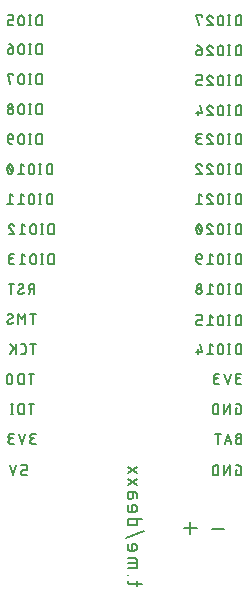
<source format=gbr>
G04 EAGLE Gerber RS-274X export*
G75*
%MOMM*%
%FSLAX34Y34*%
%LPD*%
%INSilkscreen Bottom*%
%IPPOS*%
%AMOC8*
5,1,8,0,0,1.08239X$1,22.5*%
G01*
%ADD10C,0.177800*%
%ADD11C,0.203200*%


D10*
X135826Y7649D02*
X135826Y11798D01*
X139975Y9032D02*
X129603Y9032D01*
X129515Y9034D01*
X129427Y9039D01*
X129340Y9049D01*
X129252Y9062D01*
X129166Y9079D01*
X129080Y9099D01*
X128996Y9123D01*
X128912Y9150D01*
X128830Y9182D01*
X128749Y9216D01*
X128669Y9254D01*
X128592Y9295D01*
X128516Y9340D01*
X128442Y9388D01*
X128370Y9439D01*
X128300Y9492D01*
X128233Y9549D01*
X128168Y9609D01*
X128106Y9671D01*
X128046Y9736D01*
X127989Y9803D01*
X127935Y9873D01*
X127885Y9945D01*
X127837Y10019D01*
X127792Y10095D01*
X127751Y10172D01*
X127713Y10252D01*
X127679Y10333D01*
X127647Y10415D01*
X127620Y10499D01*
X127596Y10583D01*
X127576Y10669D01*
X127559Y10756D01*
X127546Y10843D01*
X127536Y10930D01*
X127531Y11018D01*
X127529Y11106D01*
X127529Y11798D01*
X127529Y16338D02*
X128220Y16338D01*
X128220Y17029D01*
X127529Y17029D01*
X127529Y16338D01*
X127529Y22776D02*
X135826Y22776D01*
X135826Y28999D01*
X135824Y29087D01*
X135819Y29175D01*
X135809Y29262D01*
X135796Y29350D01*
X135779Y29436D01*
X135759Y29522D01*
X135735Y29606D01*
X135708Y29690D01*
X135676Y29772D01*
X135642Y29853D01*
X135604Y29933D01*
X135563Y30010D01*
X135518Y30086D01*
X135470Y30160D01*
X135419Y30232D01*
X135366Y30302D01*
X135309Y30369D01*
X135249Y30434D01*
X135187Y30496D01*
X135122Y30556D01*
X135055Y30613D01*
X134985Y30666D01*
X134913Y30717D01*
X134839Y30765D01*
X134763Y30810D01*
X134686Y30851D01*
X134606Y30889D01*
X134525Y30923D01*
X134443Y30955D01*
X134359Y30982D01*
X134275Y31006D01*
X134189Y31026D01*
X134103Y31043D01*
X134015Y31056D01*
X133928Y31066D01*
X133840Y31071D01*
X133752Y31073D01*
X127529Y31073D01*
X127529Y26925D02*
X135826Y26925D01*
X127529Y39461D02*
X127529Y42919D01*
X127529Y39461D02*
X127531Y39373D01*
X127536Y39285D01*
X127546Y39198D01*
X127559Y39110D01*
X127576Y39024D01*
X127596Y38938D01*
X127620Y38854D01*
X127647Y38770D01*
X127679Y38688D01*
X127713Y38607D01*
X127751Y38527D01*
X127792Y38450D01*
X127837Y38374D01*
X127885Y38300D01*
X127936Y38228D01*
X127989Y38158D01*
X128046Y38091D01*
X128106Y38026D01*
X128168Y37964D01*
X128233Y37904D01*
X128300Y37847D01*
X128370Y37794D01*
X128442Y37743D01*
X128516Y37695D01*
X128592Y37650D01*
X128669Y37609D01*
X128749Y37571D01*
X128830Y37537D01*
X128912Y37505D01*
X128996Y37478D01*
X129080Y37454D01*
X129166Y37434D01*
X129252Y37417D01*
X129340Y37404D01*
X129427Y37394D01*
X129515Y37389D01*
X129603Y37387D01*
X133061Y37387D01*
X133164Y37389D01*
X133268Y37395D01*
X133371Y37404D01*
X133473Y37418D01*
X133575Y37435D01*
X133676Y37456D01*
X133777Y37481D01*
X133876Y37510D01*
X133975Y37542D01*
X134072Y37578D01*
X134167Y37618D01*
X134261Y37661D01*
X134353Y37708D01*
X134444Y37758D01*
X134533Y37811D01*
X134619Y37868D01*
X134704Y37927D01*
X134786Y37990D01*
X134865Y38056D01*
X134942Y38125D01*
X135017Y38197D01*
X135089Y38272D01*
X135158Y38349D01*
X135224Y38428D01*
X135287Y38510D01*
X135346Y38595D01*
X135403Y38681D01*
X135456Y38770D01*
X135506Y38861D01*
X135553Y38953D01*
X135596Y39047D01*
X135636Y39142D01*
X135672Y39239D01*
X135704Y39338D01*
X135733Y39437D01*
X135758Y39538D01*
X135779Y39639D01*
X135796Y39741D01*
X135810Y39843D01*
X135819Y39946D01*
X135825Y40050D01*
X135827Y40153D01*
X135825Y40256D01*
X135819Y40360D01*
X135810Y40463D01*
X135796Y40565D01*
X135779Y40667D01*
X135758Y40768D01*
X135733Y40869D01*
X135704Y40968D01*
X135672Y41067D01*
X135636Y41164D01*
X135596Y41259D01*
X135553Y41353D01*
X135506Y41445D01*
X135456Y41536D01*
X135403Y41625D01*
X135346Y41711D01*
X135287Y41796D01*
X135224Y41878D01*
X135158Y41957D01*
X135089Y42034D01*
X135017Y42109D01*
X134942Y42181D01*
X134865Y42250D01*
X134786Y42316D01*
X134704Y42379D01*
X134619Y42438D01*
X134533Y42495D01*
X134444Y42548D01*
X134353Y42598D01*
X134261Y42645D01*
X134167Y42688D01*
X134072Y42728D01*
X133975Y42764D01*
X133876Y42796D01*
X133777Y42825D01*
X133676Y42850D01*
X133575Y42871D01*
X133473Y42888D01*
X133371Y42902D01*
X133268Y42911D01*
X133164Y42917D01*
X133061Y42919D01*
X131678Y42919D01*
X131678Y37387D01*
X126146Y48055D02*
X141358Y53587D01*
X139975Y64170D02*
X127529Y64170D01*
X127529Y60713D01*
X127531Y60625D01*
X127536Y60537D01*
X127546Y60450D01*
X127559Y60362D01*
X127576Y60276D01*
X127596Y60190D01*
X127620Y60106D01*
X127647Y60022D01*
X127679Y59940D01*
X127713Y59859D01*
X127751Y59779D01*
X127792Y59702D01*
X127837Y59626D01*
X127885Y59552D01*
X127936Y59480D01*
X127989Y59410D01*
X128046Y59343D01*
X128106Y59278D01*
X128168Y59216D01*
X128233Y59156D01*
X128300Y59099D01*
X128370Y59046D01*
X128442Y58995D01*
X128516Y58947D01*
X128592Y58902D01*
X128669Y58861D01*
X128749Y58823D01*
X128830Y58789D01*
X128912Y58757D01*
X128996Y58730D01*
X129080Y58706D01*
X129166Y58686D01*
X129252Y58669D01*
X129340Y58656D01*
X129427Y58646D01*
X129515Y58641D01*
X129603Y58639D01*
X133752Y58639D01*
X133840Y58641D01*
X133928Y58646D01*
X134015Y58656D01*
X134103Y58669D01*
X134189Y58686D01*
X134275Y58706D01*
X134359Y58730D01*
X134443Y58757D01*
X134525Y58789D01*
X134606Y58823D01*
X134686Y58861D01*
X134763Y58902D01*
X134839Y58947D01*
X134913Y58995D01*
X134985Y59046D01*
X135055Y59099D01*
X135122Y59156D01*
X135187Y59216D01*
X135249Y59278D01*
X135309Y59343D01*
X135366Y59410D01*
X135419Y59480D01*
X135470Y59552D01*
X135518Y59626D01*
X135563Y59702D01*
X135604Y59779D01*
X135642Y59859D01*
X135676Y59940D01*
X135708Y60022D01*
X135735Y60106D01*
X135759Y60190D01*
X135779Y60276D01*
X135796Y60362D01*
X135809Y60450D01*
X135819Y60537D01*
X135824Y60625D01*
X135826Y60713D01*
X135826Y64170D01*
X127529Y72319D02*
X127529Y75776D01*
X127529Y72319D02*
X127531Y72231D01*
X127536Y72143D01*
X127546Y72056D01*
X127559Y71968D01*
X127576Y71882D01*
X127596Y71796D01*
X127620Y71712D01*
X127647Y71628D01*
X127679Y71546D01*
X127713Y71465D01*
X127751Y71385D01*
X127792Y71308D01*
X127837Y71232D01*
X127885Y71158D01*
X127936Y71086D01*
X127989Y71016D01*
X128046Y70949D01*
X128106Y70884D01*
X128168Y70822D01*
X128233Y70762D01*
X128300Y70705D01*
X128370Y70652D01*
X128442Y70601D01*
X128516Y70553D01*
X128592Y70508D01*
X128669Y70467D01*
X128749Y70429D01*
X128830Y70395D01*
X128912Y70363D01*
X128996Y70336D01*
X129080Y70312D01*
X129166Y70292D01*
X129252Y70275D01*
X129340Y70262D01*
X129427Y70252D01*
X129515Y70247D01*
X129603Y70245D01*
X133061Y70245D01*
X133061Y70244D02*
X133164Y70246D01*
X133268Y70252D01*
X133371Y70261D01*
X133473Y70275D01*
X133575Y70292D01*
X133676Y70313D01*
X133777Y70338D01*
X133876Y70367D01*
X133975Y70399D01*
X134072Y70435D01*
X134167Y70475D01*
X134261Y70518D01*
X134353Y70565D01*
X134444Y70615D01*
X134533Y70668D01*
X134619Y70725D01*
X134704Y70784D01*
X134786Y70847D01*
X134865Y70913D01*
X134942Y70982D01*
X135017Y71054D01*
X135089Y71129D01*
X135158Y71206D01*
X135224Y71285D01*
X135287Y71367D01*
X135346Y71452D01*
X135403Y71538D01*
X135456Y71627D01*
X135506Y71718D01*
X135553Y71810D01*
X135596Y71904D01*
X135636Y71999D01*
X135672Y72096D01*
X135704Y72195D01*
X135733Y72294D01*
X135758Y72395D01*
X135779Y72496D01*
X135796Y72598D01*
X135810Y72700D01*
X135819Y72803D01*
X135825Y72907D01*
X135827Y73010D01*
X135825Y73113D01*
X135819Y73217D01*
X135810Y73320D01*
X135796Y73422D01*
X135779Y73524D01*
X135758Y73625D01*
X135733Y73726D01*
X135704Y73825D01*
X135672Y73924D01*
X135636Y74021D01*
X135596Y74116D01*
X135553Y74210D01*
X135506Y74302D01*
X135456Y74393D01*
X135403Y74482D01*
X135346Y74568D01*
X135287Y74653D01*
X135224Y74735D01*
X135158Y74814D01*
X135089Y74891D01*
X135017Y74966D01*
X134942Y75038D01*
X134865Y75107D01*
X134786Y75173D01*
X134704Y75236D01*
X134619Y75295D01*
X134533Y75352D01*
X134444Y75405D01*
X134353Y75455D01*
X134261Y75502D01*
X134167Y75545D01*
X134072Y75585D01*
X133975Y75621D01*
X133876Y75653D01*
X133777Y75682D01*
X133676Y75707D01*
X133575Y75728D01*
X133473Y75745D01*
X133371Y75759D01*
X133268Y75768D01*
X133164Y75774D01*
X133061Y75776D01*
X131678Y75776D01*
X131678Y70245D01*
X132369Y83675D02*
X132369Y86786D01*
X132369Y83675D02*
X132367Y83578D01*
X132361Y83480D01*
X132351Y83383D01*
X132338Y83287D01*
X132320Y83191D01*
X132299Y83096D01*
X132273Y83002D01*
X132244Y82909D01*
X132212Y82817D01*
X132175Y82726D01*
X132135Y82638D01*
X132092Y82550D01*
X132045Y82465D01*
X131994Y82382D01*
X131941Y82300D01*
X131884Y82221D01*
X131824Y82144D01*
X131760Y82070D01*
X131694Y81999D01*
X131625Y81930D01*
X131554Y81864D01*
X131480Y81800D01*
X131403Y81740D01*
X131324Y81683D01*
X131242Y81630D01*
X131159Y81579D01*
X131074Y81532D01*
X130986Y81489D01*
X130898Y81449D01*
X130807Y81412D01*
X130715Y81380D01*
X130622Y81351D01*
X130528Y81325D01*
X130433Y81304D01*
X130337Y81286D01*
X130241Y81273D01*
X130144Y81263D01*
X130046Y81257D01*
X129949Y81255D01*
X129852Y81257D01*
X129754Y81263D01*
X129657Y81273D01*
X129561Y81286D01*
X129465Y81304D01*
X129370Y81325D01*
X129276Y81351D01*
X129183Y81380D01*
X129091Y81412D01*
X129000Y81449D01*
X128912Y81489D01*
X128824Y81532D01*
X128739Y81579D01*
X128656Y81630D01*
X128574Y81683D01*
X128495Y81740D01*
X128418Y81800D01*
X128344Y81864D01*
X128273Y81930D01*
X128204Y81999D01*
X128138Y82070D01*
X128074Y82144D01*
X128014Y82221D01*
X127957Y82300D01*
X127904Y82382D01*
X127853Y82465D01*
X127806Y82550D01*
X127763Y82638D01*
X127723Y82726D01*
X127686Y82817D01*
X127654Y82909D01*
X127625Y83002D01*
X127599Y83096D01*
X127578Y83191D01*
X127560Y83287D01*
X127547Y83383D01*
X127537Y83480D01*
X127531Y83578D01*
X127529Y83675D01*
X127529Y86786D01*
X133752Y86786D01*
X133840Y86784D01*
X133928Y86779D01*
X134015Y86769D01*
X134103Y86756D01*
X134189Y86739D01*
X134275Y86719D01*
X134359Y86695D01*
X134443Y86668D01*
X134525Y86636D01*
X134606Y86602D01*
X134686Y86564D01*
X134763Y86523D01*
X134839Y86478D01*
X134913Y86430D01*
X134985Y86379D01*
X135055Y86326D01*
X135122Y86269D01*
X135187Y86209D01*
X135249Y86147D01*
X135309Y86082D01*
X135366Y86015D01*
X135419Y85945D01*
X135470Y85873D01*
X135518Y85799D01*
X135563Y85723D01*
X135604Y85646D01*
X135642Y85566D01*
X135676Y85485D01*
X135708Y85403D01*
X135735Y85319D01*
X135759Y85235D01*
X135779Y85149D01*
X135796Y85063D01*
X135809Y84975D01*
X135819Y84888D01*
X135824Y84800D01*
X135826Y84712D01*
X135826Y81946D01*
X127529Y92434D02*
X135826Y97966D01*
X135826Y92434D02*
X127529Y97966D01*
X127529Y102675D02*
X135826Y108207D01*
X135826Y102675D02*
X127529Y108207D01*
D11*
X180770Y61455D02*
X180770Y50956D01*
X175521Y56205D02*
X186020Y56205D01*
X198945Y55810D02*
X209444Y55810D01*
D10*
X54745Y482004D02*
X54745Y490386D01*
X52416Y490386D01*
X52320Y490384D01*
X52224Y490378D01*
X52128Y490368D01*
X52033Y490354D01*
X51938Y490336D01*
X51845Y490315D01*
X51752Y490289D01*
X51660Y490260D01*
X51570Y490227D01*
X51481Y490190D01*
X51394Y490149D01*
X51308Y490105D01*
X51224Y490058D01*
X51143Y490007D01*
X51063Y489953D01*
X50986Y489895D01*
X50911Y489834D01*
X50839Y489771D01*
X50770Y489704D01*
X50703Y489635D01*
X50640Y489563D01*
X50579Y489488D01*
X50521Y489411D01*
X50467Y489331D01*
X50416Y489250D01*
X50369Y489166D01*
X50325Y489080D01*
X50284Y488993D01*
X50247Y488904D01*
X50214Y488814D01*
X50185Y488722D01*
X50159Y488630D01*
X50138Y488536D01*
X50120Y488441D01*
X50106Y488346D01*
X50096Y488250D01*
X50090Y488154D01*
X50088Y488058D01*
X50088Y484332D01*
X50090Y484238D01*
X50096Y484145D01*
X50105Y484051D01*
X50118Y483959D01*
X50135Y483866D01*
X50156Y483775D01*
X50180Y483684D01*
X50208Y483595D01*
X50239Y483506D01*
X50274Y483419D01*
X50313Y483334D01*
X50355Y483250D01*
X50400Y483168D01*
X50448Y483088D01*
X50500Y483010D01*
X50555Y482933D01*
X50613Y482860D01*
X50673Y482788D01*
X50737Y482719D01*
X50803Y482653D01*
X50872Y482589D01*
X50944Y482529D01*
X51017Y482471D01*
X51094Y482416D01*
X51172Y482364D01*
X51252Y482316D01*
X51334Y482271D01*
X51418Y482229D01*
X51504Y482190D01*
X51591Y482155D01*
X51679Y482124D01*
X51768Y482096D01*
X51859Y482072D01*
X51950Y482051D01*
X52043Y482034D01*
X52135Y482021D01*
X52229Y482012D01*
X52322Y482006D01*
X52416Y482004D01*
X54745Y482004D01*
X44796Y482004D02*
X44796Y490386D01*
X45728Y482004D02*
X43865Y482004D01*
X43865Y490386D02*
X45728Y490386D01*
X39809Y488058D02*
X39809Y484332D01*
X39809Y488058D02*
X39807Y488153D01*
X39801Y488248D01*
X39792Y488342D01*
X39778Y488436D01*
X39761Y488530D01*
X39740Y488622D01*
X39715Y488714D01*
X39686Y488804D01*
X39654Y488894D01*
X39618Y488982D01*
X39578Y489068D01*
X39536Y489153D01*
X39489Y489236D01*
X39439Y489317D01*
X39386Y489395D01*
X39330Y489472D01*
X39271Y489546D01*
X39209Y489618D01*
X39144Y489687D01*
X39076Y489754D01*
X39006Y489817D01*
X38932Y489878D01*
X38857Y489936D01*
X38779Y489990D01*
X38699Y490042D01*
X38617Y490090D01*
X38534Y490134D01*
X38448Y490176D01*
X38361Y490213D01*
X38272Y490247D01*
X38182Y490278D01*
X38091Y490305D01*
X37999Y490328D01*
X37906Y490347D01*
X37812Y490362D01*
X37718Y490374D01*
X37623Y490382D01*
X37528Y490386D01*
X37434Y490386D01*
X37339Y490382D01*
X37244Y490374D01*
X37150Y490362D01*
X37056Y490347D01*
X36963Y490328D01*
X36871Y490305D01*
X36780Y490278D01*
X36690Y490247D01*
X36601Y490213D01*
X36514Y490176D01*
X36428Y490134D01*
X36345Y490090D01*
X36263Y490042D01*
X36183Y489990D01*
X36105Y489936D01*
X36030Y489878D01*
X35956Y489817D01*
X35886Y489754D01*
X35818Y489687D01*
X35753Y489618D01*
X35691Y489546D01*
X35632Y489472D01*
X35576Y489395D01*
X35523Y489317D01*
X35473Y489236D01*
X35426Y489153D01*
X35384Y489068D01*
X35344Y488982D01*
X35308Y488894D01*
X35276Y488804D01*
X35247Y488714D01*
X35222Y488622D01*
X35201Y488530D01*
X35184Y488436D01*
X35170Y488342D01*
X35161Y488248D01*
X35155Y488153D01*
X35153Y488058D01*
X35153Y484332D01*
X35155Y484237D01*
X35161Y484142D01*
X35170Y484048D01*
X35184Y483954D01*
X35201Y483860D01*
X35222Y483768D01*
X35247Y483676D01*
X35276Y483586D01*
X35308Y483496D01*
X35344Y483408D01*
X35384Y483322D01*
X35426Y483237D01*
X35473Y483154D01*
X35523Y483073D01*
X35576Y482995D01*
X35632Y482918D01*
X35691Y482844D01*
X35753Y482772D01*
X35818Y482703D01*
X35886Y482636D01*
X35956Y482573D01*
X36030Y482512D01*
X36105Y482454D01*
X36183Y482400D01*
X36263Y482348D01*
X36345Y482300D01*
X36428Y482256D01*
X36514Y482214D01*
X36601Y482177D01*
X36690Y482143D01*
X36780Y482112D01*
X36871Y482085D01*
X36963Y482062D01*
X37056Y482043D01*
X37150Y482028D01*
X37244Y482016D01*
X37339Y482008D01*
X37434Y482004D01*
X37528Y482004D01*
X37623Y482008D01*
X37718Y482016D01*
X37812Y482028D01*
X37906Y482043D01*
X37999Y482062D01*
X38091Y482085D01*
X38182Y482112D01*
X38272Y482143D01*
X38361Y482177D01*
X38448Y482214D01*
X38534Y482256D01*
X38617Y482300D01*
X38699Y482348D01*
X38779Y482400D01*
X38857Y482454D01*
X38932Y482512D01*
X39006Y482573D01*
X39076Y482636D01*
X39144Y482703D01*
X39209Y482772D01*
X39271Y482844D01*
X39330Y482918D01*
X39386Y482995D01*
X39439Y483073D01*
X39489Y483154D01*
X39536Y483237D01*
X39578Y483322D01*
X39618Y483408D01*
X39654Y483496D01*
X39686Y483586D01*
X39715Y483676D01*
X39740Y483768D01*
X39761Y483860D01*
X39778Y483954D01*
X39792Y484048D01*
X39801Y484142D01*
X39807Y484237D01*
X39809Y484332D01*
X30665Y482004D02*
X27871Y482004D01*
X27787Y482006D01*
X27704Y482011D01*
X27621Y482021D01*
X27538Y482034D01*
X27456Y482051D01*
X27375Y482071D01*
X27295Y482095D01*
X27216Y482123D01*
X27139Y482154D01*
X27063Y482188D01*
X26988Y482226D01*
X26915Y482268D01*
X26845Y482312D01*
X26776Y482360D01*
X26709Y482410D01*
X26645Y482464D01*
X26584Y482520D01*
X26524Y482580D01*
X26468Y482641D01*
X26414Y482705D01*
X26364Y482772D01*
X26316Y482841D01*
X26272Y482911D01*
X26230Y482984D01*
X26192Y483059D01*
X26158Y483135D01*
X26127Y483212D01*
X26099Y483291D01*
X26075Y483371D01*
X26055Y483452D01*
X26038Y483534D01*
X26025Y483617D01*
X26015Y483700D01*
X26010Y483783D01*
X26008Y483867D01*
X26009Y483867D02*
X26009Y484798D01*
X26008Y484798D02*
X26010Y484882D01*
X26016Y484965D01*
X26025Y485048D01*
X26038Y485131D01*
X26055Y485213D01*
X26075Y485294D01*
X26099Y485374D01*
X26127Y485453D01*
X26158Y485530D01*
X26192Y485606D01*
X26230Y485681D01*
X26272Y485754D01*
X26316Y485824D01*
X26364Y485893D01*
X26414Y485960D01*
X26468Y486024D01*
X26524Y486085D01*
X26584Y486145D01*
X26645Y486201D01*
X26709Y486255D01*
X26776Y486305D01*
X26845Y486353D01*
X26915Y486397D01*
X26988Y486439D01*
X27063Y486477D01*
X27139Y486511D01*
X27216Y486542D01*
X27295Y486570D01*
X27375Y486594D01*
X27456Y486614D01*
X27538Y486631D01*
X27621Y486644D01*
X27704Y486654D01*
X27787Y486659D01*
X27871Y486661D01*
X30665Y486661D01*
X30665Y490386D01*
X26009Y490386D01*
X54745Y466256D02*
X54745Y457874D01*
X54745Y466256D02*
X52416Y466256D01*
X52320Y466254D01*
X52224Y466248D01*
X52128Y466238D01*
X52033Y466224D01*
X51938Y466206D01*
X51845Y466185D01*
X51752Y466159D01*
X51660Y466130D01*
X51570Y466097D01*
X51481Y466060D01*
X51394Y466019D01*
X51308Y465975D01*
X51224Y465928D01*
X51143Y465877D01*
X51063Y465823D01*
X50986Y465765D01*
X50911Y465704D01*
X50839Y465641D01*
X50770Y465574D01*
X50703Y465505D01*
X50640Y465433D01*
X50579Y465358D01*
X50521Y465281D01*
X50467Y465201D01*
X50416Y465120D01*
X50369Y465036D01*
X50325Y464950D01*
X50284Y464863D01*
X50247Y464774D01*
X50214Y464684D01*
X50185Y464592D01*
X50159Y464500D01*
X50138Y464406D01*
X50120Y464311D01*
X50106Y464216D01*
X50096Y464120D01*
X50090Y464024D01*
X50088Y463928D01*
X50088Y460202D01*
X50090Y460108D01*
X50096Y460015D01*
X50105Y459921D01*
X50118Y459829D01*
X50135Y459736D01*
X50156Y459645D01*
X50180Y459554D01*
X50208Y459465D01*
X50239Y459376D01*
X50274Y459289D01*
X50313Y459204D01*
X50355Y459120D01*
X50400Y459038D01*
X50448Y458958D01*
X50500Y458880D01*
X50555Y458803D01*
X50613Y458730D01*
X50673Y458658D01*
X50737Y458589D01*
X50803Y458523D01*
X50872Y458459D01*
X50944Y458399D01*
X51017Y458341D01*
X51094Y458286D01*
X51172Y458234D01*
X51252Y458186D01*
X51334Y458141D01*
X51418Y458099D01*
X51504Y458060D01*
X51591Y458025D01*
X51679Y457994D01*
X51768Y457966D01*
X51859Y457942D01*
X51950Y457921D01*
X52043Y457904D01*
X52135Y457891D01*
X52229Y457882D01*
X52322Y457876D01*
X52416Y457874D01*
X54745Y457874D01*
X44796Y457874D02*
X44796Y466256D01*
X45728Y457874D02*
X43865Y457874D01*
X43865Y466256D02*
X45728Y466256D01*
X39809Y463928D02*
X39809Y460202D01*
X39809Y463928D02*
X39807Y464023D01*
X39801Y464118D01*
X39792Y464212D01*
X39778Y464306D01*
X39761Y464400D01*
X39740Y464492D01*
X39715Y464584D01*
X39686Y464674D01*
X39654Y464764D01*
X39618Y464852D01*
X39578Y464938D01*
X39536Y465023D01*
X39489Y465106D01*
X39439Y465187D01*
X39386Y465265D01*
X39330Y465342D01*
X39271Y465416D01*
X39209Y465488D01*
X39144Y465557D01*
X39076Y465624D01*
X39006Y465687D01*
X38932Y465748D01*
X38857Y465806D01*
X38779Y465860D01*
X38699Y465912D01*
X38617Y465960D01*
X38534Y466004D01*
X38448Y466046D01*
X38361Y466083D01*
X38272Y466117D01*
X38182Y466148D01*
X38091Y466175D01*
X37999Y466198D01*
X37906Y466217D01*
X37812Y466232D01*
X37718Y466244D01*
X37623Y466252D01*
X37528Y466256D01*
X37434Y466256D01*
X37339Y466252D01*
X37244Y466244D01*
X37150Y466232D01*
X37056Y466217D01*
X36963Y466198D01*
X36871Y466175D01*
X36780Y466148D01*
X36690Y466117D01*
X36601Y466083D01*
X36514Y466046D01*
X36428Y466004D01*
X36345Y465960D01*
X36263Y465912D01*
X36183Y465860D01*
X36105Y465806D01*
X36030Y465748D01*
X35956Y465687D01*
X35886Y465624D01*
X35818Y465557D01*
X35753Y465488D01*
X35691Y465416D01*
X35632Y465342D01*
X35576Y465265D01*
X35523Y465187D01*
X35473Y465106D01*
X35426Y465023D01*
X35384Y464938D01*
X35344Y464852D01*
X35308Y464764D01*
X35276Y464674D01*
X35247Y464584D01*
X35222Y464492D01*
X35201Y464400D01*
X35184Y464306D01*
X35170Y464212D01*
X35161Y464118D01*
X35155Y464023D01*
X35153Y463928D01*
X35153Y460202D01*
X35155Y460107D01*
X35161Y460012D01*
X35170Y459918D01*
X35184Y459824D01*
X35201Y459730D01*
X35222Y459638D01*
X35247Y459546D01*
X35276Y459456D01*
X35308Y459366D01*
X35344Y459278D01*
X35384Y459192D01*
X35426Y459107D01*
X35473Y459024D01*
X35523Y458943D01*
X35576Y458865D01*
X35632Y458788D01*
X35691Y458714D01*
X35753Y458642D01*
X35818Y458573D01*
X35886Y458506D01*
X35956Y458443D01*
X36030Y458382D01*
X36105Y458324D01*
X36183Y458270D01*
X36263Y458218D01*
X36345Y458170D01*
X36428Y458126D01*
X36514Y458084D01*
X36601Y458047D01*
X36690Y458013D01*
X36780Y457982D01*
X36871Y457955D01*
X36963Y457932D01*
X37056Y457913D01*
X37150Y457898D01*
X37244Y457886D01*
X37339Y457878D01*
X37434Y457874D01*
X37528Y457874D01*
X37623Y457878D01*
X37718Y457886D01*
X37812Y457898D01*
X37906Y457913D01*
X37999Y457932D01*
X38091Y457955D01*
X38182Y457982D01*
X38272Y458013D01*
X38361Y458047D01*
X38448Y458084D01*
X38534Y458126D01*
X38617Y458170D01*
X38699Y458218D01*
X38779Y458270D01*
X38857Y458324D01*
X38932Y458382D01*
X39006Y458443D01*
X39076Y458506D01*
X39144Y458573D01*
X39209Y458642D01*
X39271Y458714D01*
X39330Y458788D01*
X39386Y458865D01*
X39439Y458943D01*
X39489Y459024D01*
X39536Y459107D01*
X39578Y459192D01*
X39618Y459278D01*
X39654Y459366D01*
X39686Y459456D01*
X39715Y459546D01*
X39740Y459638D01*
X39761Y459730D01*
X39778Y459824D01*
X39792Y459918D01*
X39801Y460012D01*
X39807Y460107D01*
X39809Y460202D01*
X30665Y462531D02*
X27871Y462531D01*
X27785Y462529D01*
X27699Y462523D01*
X27614Y462513D01*
X27529Y462499D01*
X27444Y462482D01*
X27361Y462460D01*
X27279Y462434D01*
X27198Y462405D01*
X27119Y462372D01*
X27041Y462336D01*
X26964Y462296D01*
X26890Y462252D01*
X26818Y462205D01*
X26748Y462155D01*
X26681Y462101D01*
X26616Y462045D01*
X26554Y461985D01*
X26494Y461923D01*
X26438Y461858D01*
X26384Y461791D01*
X26334Y461721D01*
X26287Y461649D01*
X26243Y461575D01*
X26203Y461498D01*
X26167Y461421D01*
X26134Y461341D01*
X26105Y461260D01*
X26079Y461178D01*
X26057Y461095D01*
X26040Y461010D01*
X26026Y460925D01*
X26016Y460840D01*
X26010Y460754D01*
X26008Y460668D01*
X26009Y460668D02*
X26009Y460202D01*
X26011Y460107D01*
X26017Y460012D01*
X26026Y459918D01*
X26040Y459824D01*
X26057Y459730D01*
X26078Y459638D01*
X26103Y459546D01*
X26132Y459456D01*
X26164Y459366D01*
X26200Y459278D01*
X26240Y459192D01*
X26282Y459107D01*
X26329Y459024D01*
X26379Y458943D01*
X26432Y458865D01*
X26488Y458788D01*
X26547Y458714D01*
X26609Y458642D01*
X26674Y458573D01*
X26742Y458506D01*
X26812Y458443D01*
X26886Y458382D01*
X26961Y458324D01*
X27039Y458270D01*
X27119Y458218D01*
X27201Y458170D01*
X27284Y458126D01*
X27370Y458084D01*
X27457Y458047D01*
X27546Y458013D01*
X27636Y457982D01*
X27727Y457955D01*
X27819Y457932D01*
X27912Y457913D01*
X28006Y457898D01*
X28100Y457886D01*
X28195Y457878D01*
X28290Y457874D01*
X28384Y457874D01*
X28479Y457878D01*
X28574Y457886D01*
X28668Y457898D01*
X28762Y457913D01*
X28855Y457932D01*
X28947Y457955D01*
X29038Y457982D01*
X29128Y458013D01*
X29217Y458047D01*
X29304Y458084D01*
X29390Y458126D01*
X29473Y458170D01*
X29555Y458218D01*
X29635Y458270D01*
X29713Y458324D01*
X29788Y458382D01*
X29862Y458443D01*
X29932Y458506D01*
X30000Y458573D01*
X30065Y458642D01*
X30127Y458714D01*
X30186Y458788D01*
X30242Y458865D01*
X30295Y458943D01*
X30345Y459024D01*
X30392Y459107D01*
X30434Y459192D01*
X30474Y459278D01*
X30510Y459366D01*
X30542Y459456D01*
X30571Y459546D01*
X30596Y459638D01*
X30617Y459730D01*
X30634Y459824D01*
X30648Y459918D01*
X30657Y460012D01*
X30663Y460107D01*
X30665Y460202D01*
X30665Y462531D01*
X30663Y462650D01*
X30657Y462770D01*
X30648Y462889D01*
X30634Y463007D01*
X30617Y463126D01*
X30596Y463243D01*
X30572Y463360D01*
X30543Y463476D01*
X30511Y463591D01*
X30475Y463705D01*
X30436Y463817D01*
X30393Y463929D01*
X30346Y464039D01*
X30296Y464147D01*
X30243Y464254D01*
X30186Y464359D01*
X30125Y464462D01*
X30062Y464563D01*
X29995Y464662D01*
X29925Y464759D01*
X29852Y464853D01*
X29776Y464946D01*
X29698Y465035D01*
X29616Y465122D01*
X29531Y465207D01*
X29444Y465289D01*
X29355Y465367D01*
X29262Y465443D01*
X29168Y465516D01*
X29071Y465586D01*
X28972Y465653D01*
X28871Y465716D01*
X28768Y465777D01*
X28663Y465834D01*
X28556Y465887D01*
X28448Y465937D01*
X28338Y465984D01*
X28226Y466027D01*
X28114Y466066D01*
X28000Y466102D01*
X27885Y466134D01*
X27769Y466163D01*
X27652Y466187D01*
X27535Y466208D01*
X27416Y466225D01*
X27298Y466239D01*
X27179Y466248D01*
X27059Y466254D01*
X26940Y466256D01*
X54745Y440856D02*
X54745Y432474D01*
X54745Y440856D02*
X52416Y440856D01*
X52320Y440854D01*
X52224Y440848D01*
X52128Y440838D01*
X52033Y440824D01*
X51938Y440806D01*
X51845Y440785D01*
X51752Y440759D01*
X51660Y440730D01*
X51570Y440697D01*
X51481Y440660D01*
X51394Y440619D01*
X51308Y440575D01*
X51224Y440528D01*
X51143Y440477D01*
X51063Y440423D01*
X50986Y440365D01*
X50911Y440304D01*
X50839Y440241D01*
X50770Y440174D01*
X50703Y440105D01*
X50640Y440033D01*
X50579Y439958D01*
X50521Y439881D01*
X50467Y439801D01*
X50416Y439720D01*
X50369Y439636D01*
X50325Y439550D01*
X50284Y439463D01*
X50247Y439374D01*
X50214Y439284D01*
X50185Y439192D01*
X50159Y439100D01*
X50138Y439006D01*
X50120Y438911D01*
X50106Y438816D01*
X50096Y438720D01*
X50090Y438624D01*
X50088Y438528D01*
X50088Y434802D01*
X50090Y434708D01*
X50096Y434615D01*
X50105Y434521D01*
X50118Y434429D01*
X50135Y434336D01*
X50156Y434245D01*
X50180Y434154D01*
X50208Y434065D01*
X50239Y433976D01*
X50274Y433889D01*
X50313Y433804D01*
X50355Y433720D01*
X50400Y433638D01*
X50448Y433558D01*
X50500Y433480D01*
X50555Y433403D01*
X50613Y433330D01*
X50673Y433258D01*
X50737Y433189D01*
X50803Y433123D01*
X50872Y433059D01*
X50944Y432999D01*
X51017Y432941D01*
X51094Y432886D01*
X51172Y432834D01*
X51252Y432786D01*
X51334Y432741D01*
X51418Y432699D01*
X51504Y432660D01*
X51591Y432625D01*
X51679Y432594D01*
X51768Y432566D01*
X51859Y432542D01*
X51950Y432521D01*
X52043Y432504D01*
X52135Y432491D01*
X52229Y432482D01*
X52322Y432476D01*
X52416Y432474D01*
X54745Y432474D01*
X44796Y432474D02*
X44796Y440856D01*
X45728Y432474D02*
X43865Y432474D01*
X43865Y440856D02*
X45728Y440856D01*
X39809Y438528D02*
X39809Y434802D01*
X39809Y438528D02*
X39807Y438623D01*
X39801Y438718D01*
X39792Y438812D01*
X39778Y438906D01*
X39761Y439000D01*
X39740Y439092D01*
X39715Y439184D01*
X39686Y439274D01*
X39654Y439364D01*
X39618Y439452D01*
X39578Y439538D01*
X39536Y439623D01*
X39489Y439706D01*
X39439Y439787D01*
X39386Y439865D01*
X39330Y439942D01*
X39271Y440016D01*
X39209Y440088D01*
X39144Y440157D01*
X39076Y440224D01*
X39006Y440287D01*
X38932Y440348D01*
X38857Y440406D01*
X38779Y440460D01*
X38699Y440512D01*
X38617Y440560D01*
X38534Y440604D01*
X38448Y440646D01*
X38361Y440683D01*
X38272Y440717D01*
X38182Y440748D01*
X38091Y440775D01*
X37999Y440798D01*
X37906Y440817D01*
X37812Y440832D01*
X37718Y440844D01*
X37623Y440852D01*
X37528Y440856D01*
X37434Y440856D01*
X37339Y440852D01*
X37244Y440844D01*
X37150Y440832D01*
X37056Y440817D01*
X36963Y440798D01*
X36871Y440775D01*
X36780Y440748D01*
X36690Y440717D01*
X36601Y440683D01*
X36514Y440646D01*
X36428Y440604D01*
X36345Y440560D01*
X36263Y440512D01*
X36183Y440460D01*
X36105Y440406D01*
X36030Y440348D01*
X35956Y440287D01*
X35886Y440224D01*
X35818Y440157D01*
X35753Y440088D01*
X35691Y440016D01*
X35632Y439942D01*
X35576Y439865D01*
X35523Y439787D01*
X35473Y439706D01*
X35426Y439623D01*
X35384Y439538D01*
X35344Y439452D01*
X35308Y439364D01*
X35276Y439274D01*
X35247Y439184D01*
X35222Y439092D01*
X35201Y439000D01*
X35184Y438906D01*
X35170Y438812D01*
X35161Y438718D01*
X35155Y438623D01*
X35153Y438528D01*
X35153Y434802D01*
X35155Y434707D01*
X35161Y434612D01*
X35170Y434518D01*
X35184Y434424D01*
X35201Y434330D01*
X35222Y434238D01*
X35247Y434146D01*
X35276Y434056D01*
X35308Y433966D01*
X35344Y433878D01*
X35384Y433792D01*
X35426Y433707D01*
X35473Y433624D01*
X35523Y433543D01*
X35576Y433465D01*
X35632Y433388D01*
X35691Y433314D01*
X35753Y433242D01*
X35818Y433173D01*
X35886Y433106D01*
X35956Y433043D01*
X36030Y432982D01*
X36105Y432924D01*
X36183Y432870D01*
X36263Y432818D01*
X36345Y432770D01*
X36428Y432726D01*
X36514Y432684D01*
X36601Y432647D01*
X36690Y432613D01*
X36780Y432582D01*
X36871Y432555D01*
X36963Y432532D01*
X37056Y432513D01*
X37150Y432498D01*
X37244Y432486D01*
X37339Y432478D01*
X37434Y432474D01*
X37528Y432474D01*
X37623Y432478D01*
X37718Y432486D01*
X37812Y432498D01*
X37906Y432513D01*
X37999Y432532D01*
X38091Y432555D01*
X38182Y432582D01*
X38272Y432613D01*
X38361Y432647D01*
X38448Y432684D01*
X38534Y432726D01*
X38617Y432770D01*
X38699Y432818D01*
X38779Y432870D01*
X38857Y432924D01*
X38932Y432982D01*
X39006Y433043D01*
X39076Y433106D01*
X39144Y433173D01*
X39209Y433242D01*
X39271Y433314D01*
X39330Y433388D01*
X39386Y433465D01*
X39439Y433543D01*
X39489Y433624D01*
X39536Y433707D01*
X39578Y433792D01*
X39618Y433878D01*
X39654Y433966D01*
X39686Y434056D01*
X39715Y434146D01*
X39740Y434238D01*
X39761Y434330D01*
X39778Y434424D01*
X39792Y434518D01*
X39801Y434612D01*
X39807Y434707D01*
X39809Y434802D01*
X30665Y439925D02*
X30665Y440856D01*
X26009Y440856D01*
X28337Y432474D01*
X54745Y415456D02*
X54745Y407074D01*
X54745Y415456D02*
X52416Y415456D01*
X52320Y415454D01*
X52224Y415448D01*
X52128Y415438D01*
X52033Y415424D01*
X51938Y415406D01*
X51845Y415385D01*
X51752Y415359D01*
X51660Y415330D01*
X51570Y415297D01*
X51481Y415260D01*
X51394Y415219D01*
X51308Y415175D01*
X51224Y415128D01*
X51143Y415077D01*
X51063Y415023D01*
X50986Y414965D01*
X50911Y414904D01*
X50839Y414841D01*
X50770Y414774D01*
X50703Y414705D01*
X50640Y414633D01*
X50579Y414558D01*
X50521Y414481D01*
X50467Y414401D01*
X50416Y414320D01*
X50369Y414236D01*
X50325Y414150D01*
X50284Y414063D01*
X50247Y413974D01*
X50214Y413884D01*
X50185Y413792D01*
X50159Y413700D01*
X50138Y413606D01*
X50120Y413511D01*
X50106Y413416D01*
X50096Y413320D01*
X50090Y413224D01*
X50088Y413128D01*
X50088Y409402D01*
X50090Y409308D01*
X50096Y409215D01*
X50105Y409121D01*
X50118Y409029D01*
X50135Y408936D01*
X50156Y408845D01*
X50180Y408754D01*
X50208Y408665D01*
X50239Y408576D01*
X50274Y408489D01*
X50313Y408404D01*
X50355Y408320D01*
X50400Y408238D01*
X50448Y408158D01*
X50500Y408080D01*
X50555Y408003D01*
X50613Y407930D01*
X50673Y407858D01*
X50737Y407789D01*
X50803Y407723D01*
X50872Y407659D01*
X50944Y407599D01*
X51017Y407541D01*
X51094Y407486D01*
X51172Y407434D01*
X51252Y407386D01*
X51334Y407341D01*
X51418Y407299D01*
X51504Y407260D01*
X51591Y407225D01*
X51679Y407194D01*
X51768Y407166D01*
X51859Y407142D01*
X51950Y407121D01*
X52043Y407104D01*
X52135Y407091D01*
X52229Y407082D01*
X52322Y407076D01*
X52416Y407074D01*
X54745Y407074D01*
X44796Y407074D02*
X44796Y415456D01*
X45728Y407074D02*
X43865Y407074D01*
X43865Y415456D02*
X45728Y415456D01*
X39809Y413128D02*
X39809Y409402D01*
X39809Y413128D02*
X39807Y413223D01*
X39801Y413318D01*
X39792Y413412D01*
X39778Y413506D01*
X39761Y413600D01*
X39740Y413692D01*
X39715Y413784D01*
X39686Y413874D01*
X39654Y413964D01*
X39618Y414052D01*
X39578Y414138D01*
X39536Y414223D01*
X39489Y414306D01*
X39439Y414387D01*
X39386Y414465D01*
X39330Y414542D01*
X39271Y414616D01*
X39209Y414688D01*
X39144Y414757D01*
X39076Y414824D01*
X39006Y414887D01*
X38932Y414948D01*
X38857Y415006D01*
X38779Y415060D01*
X38699Y415112D01*
X38617Y415160D01*
X38534Y415204D01*
X38448Y415246D01*
X38361Y415283D01*
X38272Y415317D01*
X38182Y415348D01*
X38091Y415375D01*
X37999Y415398D01*
X37906Y415417D01*
X37812Y415432D01*
X37718Y415444D01*
X37623Y415452D01*
X37528Y415456D01*
X37434Y415456D01*
X37339Y415452D01*
X37244Y415444D01*
X37150Y415432D01*
X37056Y415417D01*
X36963Y415398D01*
X36871Y415375D01*
X36780Y415348D01*
X36690Y415317D01*
X36601Y415283D01*
X36514Y415246D01*
X36428Y415204D01*
X36345Y415160D01*
X36263Y415112D01*
X36183Y415060D01*
X36105Y415006D01*
X36030Y414948D01*
X35956Y414887D01*
X35886Y414824D01*
X35818Y414757D01*
X35753Y414688D01*
X35691Y414616D01*
X35632Y414542D01*
X35576Y414465D01*
X35523Y414387D01*
X35473Y414306D01*
X35426Y414223D01*
X35384Y414138D01*
X35344Y414052D01*
X35308Y413964D01*
X35276Y413874D01*
X35247Y413784D01*
X35222Y413692D01*
X35201Y413600D01*
X35184Y413506D01*
X35170Y413412D01*
X35161Y413318D01*
X35155Y413223D01*
X35153Y413128D01*
X35153Y409402D01*
X35155Y409307D01*
X35161Y409212D01*
X35170Y409118D01*
X35184Y409024D01*
X35201Y408930D01*
X35222Y408838D01*
X35247Y408746D01*
X35276Y408656D01*
X35308Y408566D01*
X35344Y408478D01*
X35384Y408392D01*
X35426Y408307D01*
X35473Y408224D01*
X35523Y408143D01*
X35576Y408065D01*
X35632Y407988D01*
X35691Y407914D01*
X35753Y407842D01*
X35818Y407773D01*
X35886Y407706D01*
X35956Y407643D01*
X36030Y407582D01*
X36105Y407524D01*
X36183Y407470D01*
X36263Y407418D01*
X36345Y407370D01*
X36428Y407326D01*
X36514Y407284D01*
X36601Y407247D01*
X36690Y407213D01*
X36780Y407182D01*
X36871Y407155D01*
X36963Y407132D01*
X37056Y407113D01*
X37150Y407098D01*
X37244Y407086D01*
X37339Y407078D01*
X37434Y407074D01*
X37528Y407074D01*
X37623Y407078D01*
X37718Y407086D01*
X37812Y407098D01*
X37906Y407113D01*
X37999Y407132D01*
X38091Y407155D01*
X38182Y407182D01*
X38272Y407213D01*
X38361Y407247D01*
X38448Y407284D01*
X38534Y407326D01*
X38617Y407370D01*
X38699Y407418D01*
X38779Y407470D01*
X38857Y407524D01*
X38932Y407582D01*
X39006Y407643D01*
X39076Y407706D01*
X39144Y407773D01*
X39209Y407842D01*
X39271Y407914D01*
X39330Y407988D01*
X39386Y408065D01*
X39439Y408143D01*
X39489Y408224D01*
X39536Y408307D01*
X39578Y408392D01*
X39618Y408478D01*
X39654Y408566D01*
X39686Y408656D01*
X39715Y408746D01*
X39740Y408838D01*
X39761Y408930D01*
X39778Y409024D01*
X39792Y409118D01*
X39801Y409212D01*
X39807Y409307D01*
X39809Y409402D01*
X30665Y409402D02*
X30663Y409497D01*
X30657Y409592D01*
X30648Y409686D01*
X30634Y409780D01*
X30617Y409874D01*
X30596Y409966D01*
X30571Y410058D01*
X30542Y410148D01*
X30510Y410238D01*
X30474Y410326D01*
X30434Y410412D01*
X30392Y410497D01*
X30345Y410580D01*
X30295Y410661D01*
X30242Y410739D01*
X30186Y410816D01*
X30127Y410890D01*
X30065Y410962D01*
X30000Y411031D01*
X29932Y411098D01*
X29862Y411161D01*
X29788Y411222D01*
X29713Y411280D01*
X29635Y411334D01*
X29555Y411386D01*
X29473Y411434D01*
X29390Y411478D01*
X29304Y411520D01*
X29217Y411557D01*
X29128Y411591D01*
X29038Y411622D01*
X28947Y411649D01*
X28855Y411672D01*
X28762Y411691D01*
X28668Y411706D01*
X28574Y411718D01*
X28479Y411726D01*
X28384Y411730D01*
X28290Y411730D01*
X28195Y411726D01*
X28100Y411718D01*
X28006Y411706D01*
X27912Y411691D01*
X27819Y411672D01*
X27727Y411649D01*
X27636Y411622D01*
X27546Y411591D01*
X27457Y411557D01*
X27370Y411520D01*
X27284Y411478D01*
X27201Y411434D01*
X27119Y411386D01*
X27039Y411334D01*
X26961Y411280D01*
X26886Y411222D01*
X26812Y411161D01*
X26742Y411098D01*
X26674Y411031D01*
X26609Y410962D01*
X26547Y410890D01*
X26488Y410816D01*
X26432Y410739D01*
X26379Y410661D01*
X26329Y410580D01*
X26282Y410497D01*
X26240Y410412D01*
X26200Y410326D01*
X26164Y410238D01*
X26132Y410148D01*
X26103Y410058D01*
X26078Y409966D01*
X26057Y409874D01*
X26040Y409780D01*
X26026Y409686D01*
X26017Y409592D01*
X26011Y409497D01*
X26009Y409402D01*
X26011Y409307D01*
X26017Y409212D01*
X26026Y409118D01*
X26040Y409024D01*
X26057Y408930D01*
X26078Y408838D01*
X26103Y408746D01*
X26132Y408656D01*
X26164Y408566D01*
X26200Y408478D01*
X26240Y408392D01*
X26282Y408307D01*
X26329Y408224D01*
X26379Y408143D01*
X26432Y408065D01*
X26488Y407988D01*
X26547Y407914D01*
X26609Y407842D01*
X26674Y407773D01*
X26742Y407706D01*
X26812Y407643D01*
X26886Y407582D01*
X26961Y407524D01*
X27039Y407470D01*
X27119Y407418D01*
X27201Y407370D01*
X27284Y407326D01*
X27370Y407284D01*
X27457Y407247D01*
X27546Y407213D01*
X27636Y407182D01*
X27727Y407155D01*
X27819Y407132D01*
X27912Y407113D01*
X28006Y407098D01*
X28100Y407086D01*
X28195Y407078D01*
X28290Y407074D01*
X28384Y407074D01*
X28479Y407078D01*
X28574Y407086D01*
X28668Y407098D01*
X28762Y407113D01*
X28855Y407132D01*
X28947Y407155D01*
X29038Y407182D01*
X29128Y407213D01*
X29217Y407247D01*
X29304Y407284D01*
X29390Y407326D01*
X29473Y407370D01*
X29555Y407418D01*
X29635Y407470D01*
X29713Y407524D01*
X29788Y407582D01*
X29862Y407643D01*
X29932Y407706D01*
X30000Y407773D01*
X30065Y407842D01*
X30127Y407914D01*
X30186Y407988D01*
X30242Y408065D01*
X30295Y408143D01*
X30345Y408224D01*
X30392Y408307D01*
X30434Y408392D01*
X30474Y408478D01*
X30510Y408566D01*
X30542Y408656D01*
X30571Y408746D01*
X30596Y408838D01*
X30617Y408930D01*
X30634Y409024D01*
X30648Y409118D01*
X30657Y409212D01*
X30663Y409307D01*
X30665Y409402D01*
X30200Y413593D02*
X30198Y413678D01*
X30192Y413762D01*
X30183Y413847D01*
X30169Y413930D01*
X30152Y414013D01*
X30131Y414096D01*
X30106Y414177D01*
X30078Y414257D01*
X30046Y414335D01*
X30010Y414412D01*
X29971Y414488D01*
X29929Y414561D01*
X29883Y414632D01*
X29834Y414702D01*
X29782Y414769D01*
X29727Y414833D01*
X29669Y414895D01*
X29609Y414955D01*
X29545Y415011D01*
X29480Y415065D01*
X29411Y415115D01*
X29341Y415162D01*
X29269Y415206D01*
X29194Y415247D01*
X29118Y415284D01*
X29040Y415318D01*
X28961Y415348D01*
X28880Y415375D01*
X28799Y415398D01*
X28716Y415417D01*
X28633Y415432D01*
X28549Y415444D01*
X28464Y415452D01*
X28379Y415456D01*
X28295Y415456D01*
X28210Y415452D01*
X28125Y415444D01*
X28041Y415432D01*
X27958Y415417D01*
X27875Y415398D01*
X27794Y415375D01*
X27713Y415348D01*
X27634Y415318D01*
X27556Y415284D01*
X27480Y415247D01*
X27406Y415206D01*
X27333Y415162D01*
X27263Y415115D01*
X27194Y415065D01*
X27129Y415011D01*
X27065Y414955D01*
X27005Y414895D01*
X26947Y414833D01*
X26892Y414769D01*
X26840Y414702D01*
X26791Y414632D01*
X26745Y414561D01*
X26703Y414488D01*
X26664Y414412D01*
X26628Y414335D01*
X26596Y414257D01*
X26568Y414177D01*
X26543Y414096D01*
X26522Y414013D01*
X26505Y413930D01*
X26491Y413847D01*
X26482Y413762D01*
X26476Y413678D01*
X26474Y413593D01*
X26476Y413508D01*
X26482Y413424D01*
X26491Y413339D01*
X26505Y413256D01*
X26522Y413173D01*
X26543Y413090D01*
X26568Y413009D01*
X26596Y412929D01*
X26628Y412851D01*
X26664Y412774D01*
X26703Y412698D01*
X26745Y412625D01*
X26791Y412554D01*
X26840Y412484D01*
X26892Y412417D01*
X26947Y412353D01*
X27005Y412291D01*
X27065Y412231D01*
X27129Y412175D01*
X27194Y412121D01*
X27263Y412071D01*
X27333Y412024D01*
X27405Y411980D01*
X27480Y411939D01*
X27556Y411902D01*
X27634Y411868D01*
X27713Y411838D01*
X27794Y411811D01*
X27875Y411788D01*
X27958Y411769D01*
X28041Y411754D01*
X28125Y411742D01*
X28210Y411734D01*
X28295Y411730D01*
X28379Y411730D01*
X28464Y411734D01*
X28549Y411742D01*
X28633Y411754D01*
X28716Y411769D01*
X28799Y411788D01*
X28880Y411811D01*
X28961Y411838D01*
X29040Y411868D01*
X29118Y411902D01*
X29194Y411939D01*
X29268Y411980D01*
X29341Y412024D01*
X29411Y412071D01*
X29480Y412121D01*
X29545Y412175D01*
X29609Y412231D01*
X29669Y412291D01*
X29727Y412353D01*
X29782Y412417D01*
X29834Y412484D01*
X29883Y412554D01*
X29929Y412625D01*
X29971Y412698D01*
X30010Y412774D01*
X30046Y412851D01*
X30078Y412929D01*
X30106Y413009D01*
X30131Y413090D01*
X30152Y413173D01*
X30169Y413256D01*
X30183Y413339D01*
X30192Y413424D01*
X30198Y413508D01*
X30200Y413593D01*
X54745Y390056D02*
X54745Y381674D01*
X54745Y390056D02*
X52416Y390056D01*
X52320Y390054D01*
X52224Y390048D01*
X52128Y390038D01*
X52033Y390024D01*
X51938Y390006D01*
X51845Y389985D01*
X51752Y389959D01*
X51660Y389930D01*
X51570Y389897D01*
X51481Y389860D01*
X51394Y389819D01*
X51308Y389775D01*
X51224Y389728D01*
X51143Y389677D01*
X51063Y389623D01*
X50986Y389565D01*
X50911Y389504D01*
X50839Y389441D01*
X50770Y389374D01*
X50703Y389305D01*
X50640Y389233D01*
X50579Y389158D01*
X50521Y389081D01*
X50467Y389001D01*
X50416Y388920D01*
X50369Y388836D01*
X50325Y388750D01*
X50284Y388663D01*
X50247Y388574D01*
X50214Y388484D01*
X50185Y388392D01*
X50159Y388300D01*
X50138Y388206D01*
X50120Y388111D01*
X50106Y388016D01*
X50096Y387920D01*
X50090Y387824D01*
X50088Y387728D01*
X50088Y384002D01*
X50090Y383908D01*
X50096Y383815D01*
X50105Y383721D01*
X50118Y383629D01*
X50135Y383536D01*
X50156Y383445D01*
X50180Y383354D01*
X50208Y383265D01*
X50239Y383176D01*
X50274Y383089D01*
X50313Y383004D01*
X50355Y382920D01*
X50400Y382838D01*
X50448Y382758D01*
X50500Y382680D01*
X50555Y382603D01*
X50613Y382530D01*
X50673Y382458D01*
X50737Y382389D01*
X50803Y382323D01*
X50872Y382259D01*
X50944Y382199D01*
X51017Y382141D01*
X51094Y382086D01*
X51172Y382034D01*
X51252Y381986D01*
X51334Y381941D01*
X51418Y381899D01*
X51504Y381860D01*
X51591Y381825D01*
X51679Y381794D01*
X51768Y381766D01*
X51859Y381742D01*
X51950Y381721D01*
X52043Y381704D01*
X52135Y381691D01*
X52229Y381682D01*
X52322Y381676D01*
X52416Y381674D01*
X54745Y381674D01*
X44796Y381674D02*
X44796Y390056D01*
X45728Y381674D02*
X43865Y381674D01*
X43865Y390056D02*
X45728Y390056D01*
X39809Y387728D02*
X39809Y384002D01*
X39809Y387728D02*
X39807Y387823D01*
X39801Y387918D01*
X39792Y388012D01*
X39778Y388106D01*
X39761Y388200D01*
X39740Y388292D01*
X39715Y388384D01*
X39686Y388474D01*
X39654Y388564D01*
X39618Y388652D01*
X39578Y388738D01*
X39536Y388823D01*
X39489Y388906D01*
X39439Y388987D01*
X39386Y389065D01*
X39330Y389142D01*
X39271Y389216D01*
X39209Y389288D01*
X39144Y389357D01*
X39076Y389424D01*
X39006Y389487D01*
X38932Y389548D01*
X38857Y389606D01*
X38779Y389660D01*
X38699Y389712D01*
X38617Y389760D01*
X38534Y389804D01*
X38448Y389846D01*
X38361Y389883D01*
X38272Y389917D01*
X38182Y389948D01*
X38091Y389975D01*
X37999Y389998D01*
X37906Y390017D01*
X37812Y390032D01*
X37718Y390044D01*
X37623Y390052D01*
X37528Y390056D01*
X37434Y390056D01*
X37339Y390052D01*
X37244Y390044D01*
X37150Y390032D01*
X37056Y390017D01*
X36963Y389998D01*
X36871Y389975D01*
X36780Y389948D01*
X36690Y389917D01*
X36601Y389883D01*
X36514Y389846D01*
X36428Y389804D01*
X36345Y389760D01*
X36263Y389712D01*
X36183Y389660D01*
X36105Y389606D01*
X36030Y389548D01*
X35956Y389487D01*
X35886Y389424D01*
X35818Y389357D01*
X35753Y389288D01*
X35691Y389216D01*
X35632Y389142D01*
X35576Y389065D01*
X35523Y388987D01*
X35473Y388906D01*
X35426Y388823D01*
X35384Y388738D01*
X35344Y388652D01*
X35308Y388564D01*
X35276Y388474D01*
X35247Y388384D01*
X35222Y388292D01*
X35201Y388200D01*
X35184Y388106D01*
X35170Y388012D01*
X35161Y387918D01*
X35155Y387823D01*
X35153Y387728D01*
X35153Y384002D01*
X35155Y383907D01*
X35161Y383812D01*
X35170Y383718D01*
X35184Y383624D01*
X35201Y383530D01*
X35222Y383438D01*
X35247Y383346D01*
X35276Y383256D01*
X35308Y383166D01*
X35344Y383078D01*
X35384Y382992D01*
X35426Y382907D01*
X35473Y382824D01*
X35523Y382743D01*
X35576Y382665D01*
X35632Y382588D01*
X35691Y382514D01*
X35753Y382442D01*
X35818Y382373D01*
X35886Y382306D01*
X35956Y382243D01*
X36030Y382182D01*
X36105Y382124D01*
X36183Y382070D01*
X36263Y382018D01*
X36345Y381970D01*
X36428Y381926D01*
X36514Y381884D01*
X36601Y381847D01*
X36690Y381813D01*
X36780Y381782D01*
X36871Y381755D01*
X36963Y381732D01*
X37056Y381713D01*
X37150Y381698D01*
X37244Y381686D01*
X37339Y381678D01*
X37434Y381674D01*
X37528Y381674D01*
X37623Y381678D01*
X37718Y381686D01*
X37812Y381698D01*
X37906Y381713D01*
X37999Y381732D01*
X38091Y381755D01*
X38182Y381782D01*
X38272Y381813D01*
X38361Y381847D01*
X38448Y381884D01*
X38534Y381926D01*
X38617Y381970D01*
X38699Y382018D01*
X38779Y382070D01*
X38857Y382124D01*
X38932Y382182D01*
X39006Y382243D01*
X39076Y382306D01*
X39144Y382373D01*
X39209Y382442D01*
X39271Y382514D01*
X39330Y382588D01*
X39386Y382665D01*
X39439Y382743D01*
X39489Y382824D01*
X39536Y382907D01*
X39578Y382992D01*
X39618Y383078D01*
X39654Y383166D01*
X39686Y383256D01*
X39715Y383346D01*
X39740Y383438D01*
X39761Y383530D01*
X39778Y383624D01*
X39792Y383718D01*
X39801Y383812D01*
X39807Y383907D01*
X39809Y384002D01*
X28803Y385399D02*
X26009Y385399D01*
X28803Y385399D02*
X28887Y385401D01*
X28970Y385407D01*
X29053Y385416D01*
X29136Y385429D01*
X29218Y385446D01*
X29299Y385466D01*
X29379Y385490D01*
X29458Y385518D01*
X29535Y385549D01*
X29611Y385583D01*
X29686Y385621D01*
X29759Y385663D01*
X29829Y385707D01*
X29898Y385755D01*
X29965Y385805D01*
X30029Y385859D01*
X30090Y385915D01*
X30150Y385975D01*
X30206Y386036D01*
X30260Y386100D01*
X30310Y386167D01*
X30358Y386236D01*
X30402Y386306D01*
X30444Y386379D01*
X30482Y386454D01*
X30516Y386530D01*
X30547Y386607D01*
X30575Y386686D01*
X30599Y386766D01*
X30619Y386847D01*
X30636Y386929D01*
X30649Y387012D01*
X30659Y387095D01*
X30664Y387178D01*
X30666Y387262D01*
X30665Y387262D02*
X30665Y387728D01*
X30663Y387823D01*
X30657Y387918D01*
X30648Y388012D01*
X30634Y388106D01*
X30617Y388200D01*
X30596Y388292D01*
X30571Y388384D01*
X30542Y388474D01*
X30510Y388564D01*
X30474Y388652D01*
X30434Y388738D01*
X30392Y388823D01*
X30345Y388906D01*
X30295Y388987D01*
X30242Y389065D01*
X30186Y389142D01*
X30127Y389216D01*
X30065Y389288D01*
X30000Y389357D01*
X29932Y389424D01*
X29862Y389487D01*
X29788Y389548D01*
X29713Y389606D01*
X29635Y389660D01*
X29555Y389712D01*
X29473Y389760D01*
X29390Y389804D01*
X29304Y389846D01*
X29217Y389883D01*
X29128Y389917D01*
X29038Y389948D01*
X28947Y389975D01*
X28855Y389998D01*
X28762Y390017D01*
X28668Y390032D01*
X28574Y390044D01*
X28479Y390052D01*
X28384Y390056D01*
X28290Y390056D01*
X28195Y390052D01*
X28100Y390044D01*
X28006Y390032D01*
X27912Y390017D01*
X27819Y389998D01*
X27727Y389975D01*
X27636Y389948D01*
X27546Y389917D01*
X27457Y389883D01*
X27370Y389846D01*
X27284Y389804D01*
X27201Y389760D01*
X27119Y389712D01*
X27039Y389660D01*
X26961Y389606D01*
X26886Y389548D01*
X26812Y389487D01*
X26742Y389424D01*
X26674Y389357D01*
X26609Y389288D01*
X26547Y389216D01*
X26488Y389142D01*
X26432Y389065D01*
X26379Y388987D01*
X26329Y388906D01*
X26282Y388823D01*
X26240Y388738D01*
X26200Y388652D01*
X26164Y388564D01*
X26132Y388474D01*
X26103Y388384D01*
X26078Y388292D01*
X26057Y388200D01*
X26040Y388106D01*
X26026Y388012D01*
X26017Y387918D01*
X26011Y387823D01*
X26009Y387728D01*
X26009Y385399D01*
X26011Y385280D01*
X26017Y385160D01*
X26026Y385041D01*
X26040Y384923D01*
X26057Y384804D01*
X26078Y384687D01*
X26102Y384570D01*
X26131Y384454D01*
X26163Y384339D01*
X26199Y384225D01*
X26238Y384113D01*
X26281Y384001D01*
X26328Y383891D01*
X26378Y383783D01*
X26431Y383676D01*
X26488Y383571D01*
X26549Y383468D01*
X26612Y383367D01*
X26679Y383268D01*
X26749Y383171D01*
X26822Y383076D01*
X26898Y382984D01*
X26976Y382895D01*
X27058Y382808D01*
X27143Y382723D01*
X27230Y382641D01*
X27319Y382563D01*
X27412Y382487D01*
X27506Y382414D01*
X27603Y382344D01*
X27702Y382277D01*
X27803Y382214D01*
X27906Y382153D01*
X28011Y382096D01*
X28118Y382043D01*
X28226Y381993D01*
X28336Y381946D01*
X28448Y381903D01*
X28560Y381864D01*
X28674Y381828D01*
X28789Y381796D01*
X28905Y381767D01*
X29022Y381743D01*
X29140Y381722D01*
X29258Y381705D01*
X29376Y381691D01*
X29495Y381682D01*
X29615Y381676D01*
X29734Y381674D01*
X63635Y364656D02*
X63635Y356274D01*
X63635Y364656D02*
X61306Y364656D01*
X61210Y364654D01*
X61114Y364648D01*
X61018Y364638D01*
X60923Y364624D01*
X60828Y364606D01*
X60735Y364585D01*
X60642Y364559D01*
X60550Y364530D01*
X60460Y364497D01*
X60371Y364460D01*
X60284Y364419D01*
X60198Y364375D01*
X60114Y364328D01*
X60033Y364277D01*
X59953Y364223D01*
X59876Y364165D01*
X59801Y364104D01*
X59729Y364041D01*
X59660Y363974D01*
X59593Y363905D01*
X59530Y363833D01*
X59469Y363758D01*
X59411Y363681D01*
X59357Y363601D01*
X59306Y363520D01*
X59259Y363436D01*
X59215Y363350D01*
X59174Y363263D01*
X59137Y363174D01*
X59104Y363084D01*
X59075Y362992D01*
X59049Y362900D01*
X59028Y362806D01*
X59010Y362711D01*
X58996Y362616D01*
X58986Y362520D01*
X58980Y362424D01*
X58978Y362328D01*
X58978Y358602D01*
X58980Y358508D01*
X58986Y358415D01*
X58995Y358321D01*
X59008Y358229D01*
X59025Y358136D01*
X59046Y358045D01*
X59070Y357954D01*
X59098Y357865D01*
X59129Y357776D01*
X59164Y357689D01*
X59203Y357604D01*
X59245Y357520D01*
X59290Y357438D01*
X59338Y357358D01*
X59390Y357280D01*
X59445Y357203D01*
X59503Y357130D01*
X59563Y357058D01*
X59627Y356989D01*
X59693Y356923D01*
X59762Y356859D01*
X59834Y356799D01*
X59907Y356741D01*
X59984Y356686D01*
X60062Y356634D01*
X60142Y356586D01*
X60224Y356541D01*
X60308Y356499D01*
X60394Y356460D01*
X60481Y356425D01*
X60569Y356394D01*
X60658Y356366D01*
X60749Y356342D01*
X60840Y356321D01*
X60933Y356304D01*
X61025Y356291D01*
X61119Y356282D01*
X61212Y356276D01*
X61306Y356274D01*
X63635Y356274D01*
X53686Y356274D02*
X53686Y364656D01*
X54618Y356274D02*
X52755Y356274D01*
X52755Y364656D02*
X54618Y364656D01*
X48699Y362328D02*
X48699Y358602D01*
X48699Y362328D02*
X48697Y362423D01*
X48691Y362518D01*
X48682Y362612D01*
X48668Y362706D01*
X48651Y362800D01*
X48630Y362892D01*
X48605Y362984D01*
X48576Y363074D01*
X48544Y363164D01*
X48508Y363252D01*
X48468Y363338D01*
X48426Y363423D01*
X48379Y363506D01*
X48329Y363587D01*
X48276Y363665D01*
X48220Y363742D01*
X48161Y363816D01*
X48099Y363888D01*
X48034Y363957D01*
X47966Y364024D01*
X47896Y364087D01*
X47822Y364148D01*
X47747Y364206D01*
X47669Y364260D01*
X47589Y364312D01*
X47507Y364360D01*
X47424Y364404D01*
X47338Y364446D01*
X47251Y364483D01*
X47162Y364517D01*
X47072Y364548D01*
X46981Y364575D01*
X46889Y364598D01*
X46796Y364617D01*
X46702Y364632D01*
X46608Y364644D01*
X46513Y364652D01*
X46418Y364656D01*
X46324Y364656D01*
X46229Y364652D01*
X46134Y364644D01*
X46040Y364632D01*
X45946Y364617D01*
X45853Y364598D01*
X45761Y364575D01*
X45670Y364548D01*
X45580Y364517D01*
X45491Y364483D01*
X45404Y364446D01*
X45318Y364404D01*
X45235Y364360D01*
X45153Y364312D01*
X45073Y364260D01*
X44995Y364206D01*
X44920Y364148D01*
X44846Y364087D01*
X44776Y364024D01*
X44708Y363957D01*
X44643Y363888D01*
X44581Y363816D01*
X44522Y363742D01*
X44466Y363665D01*
X44413Y363587D01*
X44363Y363506D01*
X44316Y363423D01*
X44274Y363338D01*
X44234Y363252D01*
X44198Y363164D01*
X44166Y363074D01*
X44137Y362984D01*
X44112Y362892D01*
X44091Y362800D01*
X44074Y362706D01*
X44060Y362612D01*
X44051Y362518D01*
X44045Y362423D01*
X44043Y362328D01*
X44043Y358602D01*
X44045Y358507D01*
X44051Y358412D01*
X44060Y358318D01*
X44074Y358224D01*
X44091Y358130D01*
X44112Y358038D01*
X44137Y357946D01*
X44166Y357856D01*
X44198Y357766D01*
X44234Y357678D01*
X44274Y357592D01*
X44316Y357507D01*
X44363Y357424D01*
X44413Y357343D01*
X44466Y357265D01*
X44522Y357188D01*
X44581Y357114D01*
X44643Y357042D01*
X44708Y356973D01*
X44776Y356906D01*
X44846Y356843D01*
X44920Y356782D01*
X44995Y356724D01*
X45073Y356670D01*
X45153Y356618D01*
X45235Y356570D01*
X45318Y356526D01*
X45404Y356484D01*
X45491Y356447D01*
X45580Y356413D01*
X45670Y356382D01*
X45761Y356355D01*
X45853Y356332D01*
X45946Y356313D01*
X46040Y356298D01*
X46134Y356286D01*
X46229Y356278D01*
X46324Y356274D01*
X46418Y356274D01*
X46513Y356278D01*
X46608Y356286D01*
X46702Y356298D01*
X46796Y356313D01*
X46889Y356332D01*
X46981Y356355D01*
X47072Y356382D01*
X47162Y356413D01*
X47251Y356447D01*
X47338Y356484D01*
X47424Y356526D01*
X47507Y356570D01*
X47589Y356618D01*
X47669Y356670D01*
X47747Y356724D01*
X47822Y356782D01*
X47896Y356843D01*
X47966Y356906D01*
X48034Y356973D01*
X48099Y357042D01*
X48161Y357114D01*
X48220Y357188D01*
X48276Y357265D01*
X48329Y357343D01*
X48379Y357424D01*
X48426Y357507D01*
X48468Y357592D01*
X48508Y357678D01*
X48544Y357766D01*
X48576Y357856D01*
X48605Y357946D01*
X48630Y358038D01*
X48651Y358130D01*
X48668Y358224D01*
X48682Y358318D01*
X48691Y358412D01*
X48697Y358507D01*
X48699Y358602D01*
X39555Y362793D02*
X37227Y364656D01*
X37227Y356274D01*
X39555Y356274D02*
X34899Y356274D01*
X30411Y360465D02*
X30409Y360630D01*
X30403Y360795D01*
X30393Y360959D01*
X30380Y361124D01*
X30362Y361288D01*
X30340Y361451D01*
X30315Y361614D01*
X30285Y361776D01*
X30252Y361938D01*
X30215Y362098D01*
X30174Y362258D01*
X30129Y362417D01*
X30081Y362574D01*
X30029Y362731D01*
X29973Y362886D01*
X29913Y363040D01*
X29850Y363192D01*
X29783Y363343D01*
X29713Y363492D01*
X29684Y363569D01*
X29652Y363645D01*
X29617Y363719D01*
X29577Y363791D01*
X29535Y363861D01*
X29489Y363929D01*
X29440Y363995D01*
X29387Y364059D01*
X29332Y364120D01*
X29274Y364178D01*
X29214Y364233D01*
X29150Y364286D01*
X29084Y364335D01*
X29016Y364381D01*
X28946Y364424D01*
X28874Y364464D01*
X28800Y364500D01*
X28725Y364532D01*
X28648Y364561D01*
X28570Y364586D01*
X28490Y364607D01*
X28410Y364625D01*
X28329Y364638D01*
X28247Y364648D01*
X28165Y364654D01*
X28083Y364656D01*
X28001Y364654D01*
X27919Y364648D01*
X27837Y364638D01*
X27756Y364625D01*
X27676Y364607D01*
X27596Y364586D01*
X27518Y364561D01*
X27441Y364532D01*
X27366Y364500D01*
X27292Y364464D01*
X27220Y364424D01*
X27150Y364381D01*
X27082Y364335D01*
X27016Y364286D01*
X26953Y364233D01*
X26892Y364178D01*
X26834Y364120D01*
X26779Y364059D01*
X26726Y363995D01*
X26677Y363929D01*
X26631Y363861D01*
X26589Y363791D01*
X26550Y363719D01*
X26514Y363645D01*
X26482Y363569D01*
X26453Y363492D01*
X26383Y363343D01*
X26316Y363192D01*
X26253Y363040D01*
X26193Y362886D01*
X26137Y362731D01*
X26085Y362574D01*
X26037Y362417D01*
X25992Y362258D01*
X25951Y362098D01*
X25914Y361938D01*
X25881Y361776D01*
X25851Y361614D01*
X25826Y361451D01*
X25804Y361288D01*
X25786Y361124D01*
X25773Y360959D01*
X25763Y360795D01*
X25757Y360630D01*
X25755Y360465D01*
X30412Y360465D02*
X30410Y360300D01*
X30404Y360135D01*
X30394Y359971D01*
X30381Y359806D01*
X30363Y359642D01*
X30341Y359479D01*
X30316Y359316D01*
X30286Y359154D01*
X30253Y358992D01*
X30216Y358831D01*
X30175Y358672D01*
X30130Y358513D01*
X30082Y358355D01*
X30030Y358199D01*
X29974Y358044D01*
X29914Y357890D01*
X29851Y357738D01*
X29784Y357587D01*
X29713Y357438D01*
X29684Y357361D01*
X29652Y357285D01*
X29616Y357211D01*
X29577Y357139D01*
X29535Y357069D01*
X29489Y357001D01*
X29440Y356935D01*
X29387Y356871D01*
X29332Y356810D01*
X29274Y356752D01*
X29214Y356697D01*
X29150Y356644D01*
X29084Y356595D01*
X29016Y356549D01*
X28946Y356506D01*
X28874Y356466D01*
X28800Y356430D01*
X28725Y356398D01*
X28648Y356369D01*
X28570Y356344D01*
X28490Y356323D01*
X28410Y356305D01*
X28329Y356292D01*
X28247Y356282D01*
X28165Y356276D01*
X28083Y356274D01*
X26453Y357438D02*
X26382Y357587D01*
X26315Y357738D01*
X26252Y357890D01*
X26192Y358044D01*
X26136Y358199D01*
X26084Y358355D01*
X26036Y358513D01*
X25991Y358672D01*
X25950Y358831D01*
X25913Y358992D01*
X25880Y359154D01*
X25850Y359316D01*
X25825Y359479D01*
X25803Y359642D01*
X25785Y359806D01*
X25772Y359971D01*
X25762Y360135D01*
X25756Y360300D01*
X25754Y360465D01*
X26453Y357438D02*
X26482Y357361D01*
X26514Y357285D01*
X26550Y357211D01*
X26589Y357139D01*
X26631Y357069D01*
X26677Y357001D01*
X26726Y356935D01*
X26779Y356871D01*
X26834Y356810D01*
X26892Y356752D01*
X26953Y356697D01*
X27016Y356644D01*
X27082Y356595D01*
X27150Y356549D01*
X27220Y356506D01*
X27292Y356466D01*
X27366Y356430D01*
X27441Y356398D01*
X27518Y356369D01*
X27596Y356344D01*
X27676Y356323D01*
X27756Y356305D01*
X27837Y356292D01*
X27919Y356282D01*
X28001Y356276D01*
X28083Y356274D01*
X29946Y358137D02*
X26221Y362793D01*
X63635Y339256D02*
X63635Y330874D01*
X63635Y339256D02*
X61306Y339256D01*
X61210Y339254D01*
X61114Y339248D01*
X61018Y339238D01*
X60923Y339224D01*
X60828Y339206D01*
X60735Y339185D01*
X60642Y339159D01*
X60550Y339130D01*
X60460Y339097D01*
X60371Y339060D01*
X60284Y339019D01*
X60198Y338975D01*
X60114Y338928D01*
X60033Y338877D01*
X59953Y338823D01*
X59876Y338765D01*
X59801Y338704D01*
X59729Y338641D01*
X59660Y338574D01*
X59593Y338505D01*
X59530Y338433D01*
X59469Y338358D01*
X59411Y338281D01*
X59357Y338201D01*
X59306Y338120D01*
X59259Y338036D01*
X59215Y337950D01*
X59174Y337863D01*
X59137Y337774D01*
X59104Y337684D01*
X59075Y337592D01*
X59049Y337500D01*
X59028Y337406D01*
X59010Y337311D01*
X58996Y337216D01*
X58986Y337120D01*
X58980Y337024D01*
X58978Y336928D01*
X58978Y333202D01*
X58980Y333108D01*
X58986Y333015D01*
X58995Y332921D01*
X59008Y332829D01*
X59025Y332736D01*
X59046Y332645D01*
X59070Y332554D01*
X59098Y332465D01*
X59129Y332376D01*
X59164Y332289D01*
X59203Y332204D01*
X59245Y332120D01*
X59290Y332038D01*
X59338Y331958D01*
X59390Y331880D01*
X59445Y331803D01*
X59503Y331730D01*
X59563Y331658D01*
X59627Y331589D01*
X59693Y331523D01*
X59762Y331459D01*
X59834Y331399D01*
X59907Y331341D01*
X59984Y331286D01*
X60062Y331234D01*
X60142Y331186D01*
X60224Y331141D01*
X60308Y331099D01*
X60394Y331060D01*
X60481Y331025D01*
X60569Y330994D01*
X60658Y330966D01*
X60749Y330942D01*
X60840Y330921D01*
X60933Y330904D01*
X61025Y330891D01*
X61119Y330882D01*
X61212Y330876D01*
X61306Y330874D01*
X63635Y330874D01*
X53686Y330874D02*
X53686Y339256D01*
X54618Y330874D02*
X52755Y330874D01*
X52755Y339256D02*
X54618Y339256D01*
X48699Y336928D02*
X48699Y333202D01*
X48699Y336928D02*
X48697Y337023D01*
X48691Y337118D01*
X48682Y337212D01*
X48668Y337306D01*
X48651Y337400D01*
X48630Y337492D01*
X48605Y337584D01*
X48576Y337674D01*
X48544Y337764D01*
X48508Y337852D01*
X48468Y337938D01*
X48426Y338023D01*
X48379Y338106D01*
X48329Y338187D01*
X48276Y338265D01*
X48220Y338342D01*
X48161Y338416D01*
X48099Y338488D01*
X48034Y338557D01*
X47966Y338624D01*
X47896Y338687D01*
X47822Y338748D01*
X47747Y338806D01*
X47669Y338860D01*
X47589Y338912D01*
X47507Y338960D01*
X47424Y339004D01*
X47338Y339046D01*
X47251Y339083D01*
X47162Y339117D01*
X47072Y339148D01*
X46981Y339175D01*
X46889Y339198D01*
X46796Y339217D01*
X46702Y339232D01*
X46608Y339244D01*
X46513Y339252D01*
X46418Y339256D01*
X46324Y339256D01*
X46229Y339252D01*
X46134Y339244D01*
X46040Y339232D01*
X45946Y339217D01*
X45853Y339198D01*
X45761Y339175D01*
X45670Y339148D01*
X45580Y339117D01*
X45491Y339083D01*
X45404Y339046D01*
X45318Y339004D01*
X45235Y338960D01*
X45153Y338912D01*
X45073Y338860D01*
X44995Y338806D01*
X44920Y338748D01*
X44846Y338687D01*
X44776Y338624D01*
X44708Y338557D01*
X44643Y338488D01*
X44581Y338416D01*
X44522Y338342D01*
X44466Y338265D01*
X44413Y338187D01*
X44363Y338106D01*
X44316Y338023D01*
X44274Y337938D01*
X44234Y337852D01*
X44198Y337764D01*
X44166Y337674D01*
X44137Y337584D01*
X44112Y337492D01*
X44091Y337400D01*
X44074Y337306D01*
X44060Y337212D01*
X44051Y337118D01*
X44045Y337023D01*
X44043Y336928D01*
X44043Y333202D01*
X44045Y333107D01*
X44051Y333012D01*
X44060Y332918D01*
X44074Y332824D01*
X44091Y332730D01*
X44112Y332638D01*
X44137Y332546D01*
X44166Y332456D01*
X44198Y332366D01*
X44234Y332278D01*
X44274Y332192D01*
X44316Y332107D01*
X44363Y332024D01*
X44413Y331943D01*
X44466Y331865D01*
X44522Y331788D01*
X44581Y331714D01*
X44643Y331642D01*
X44708Y331573D01*
X44776Y331506D01*
X44846Y331443D01*
X44920Y331382D01*
X44995Y331324D01*
X45073Y331270D01*
X45153Y331218D01*
X45235Y331170D01*
X45318Y331126D01*
X45404Y331084D01*
X45491Y331047D01*
X45580Y331013D01*
X45670Y330982D01*
X45761Y330955D01*
X45853Y330932D01*
X45946Y330913D01*
X46040Y330898D01*
X46134Y330886D01*
X46229Y330878D01*
X46324Y330874D01*
X46418Y330874D01*
X46513Y330878D01*
X46608Y330886D01*
X46702Y330898D01*
X46796Y330913D01*
X46889Y330932D01*
X46981Y330955D01*
X47072Y330982D01*
X47162Y331013D01*
X47251Y331047D01*
X47338Y331084D01*
X47424Y331126D01*
X47507Y331170D01*
X47589Y331218D01*
X47669Y331270D01*
X47747Y331324D01*
X47822Y331382D01*
X47896Y331443D01*
X47966Y331506D01*
X48034Y331573D01*
X48099Y331642D01*
X48161Y331714D01*
X48220Y331788D01*
X48276Y331865D01*
X48329Y331943D01*
X48379Y332024D01*
X48426Y332107D01*
X48468Y332192D01*
X48508Y332278D01*
X48544Y332366D01*
X48576Y332456D01*
X48605Y332546D01*
X48630Y332638D01*
X48651Y332730D01*
X48668Y332824D01*
X48682Y332918D01*
X48691Y333012D01*
X48697Y333107D01*
X48699Y333202D01*
X39555Y337393D02*
X37227Y339256D01*
X37227Y330874D01*
X39555Y330874D02*
X34899Y330874D01*
X30412Y337393D02*
X28083Y339256D01*
X28083Y330874D01*
X25755Y330874D02*
X30412Y330874D01*
X64905Y313856D02*
X64905Y305474D01*
X64905Y313856D02*
X62576Y313856D01*
X62480Y313854D01*
X62384Y313848D01*
X62288Y313838D01*
X62193Y313824D01*
X62098Y313806D01*
X62005Y313785D01*
X61912Y313759D01*
X61820Y313730D01*
X61730Y313697D01*
X61641Y313660D01*
X61554Y313619D01*
X61468Y313575D01*
X61384Y313528D01*
X61303Y313477D01*
X61223Y313423D01*
X61146Y313365D01*
X61071Y313304D01*
X60999Y313241D01*
X60930Y313174D01*
X60863Y313105D01*
X60800Y313033D01*
X60739Y312958D01*
X60681Y312881D01*
X60627Y312801D01*
X60576Y312720D01*
X60529Y312636D01*
X60485Y312550D01*
X60444Y312463D01*
X60407Y312374D01*
X60374Y312284D01*
X60345Y312192D01*
X60319Y312100D01*
X60298Y312006D01*
X60280Y311911D01*
X60266Y311816D01*
X60256Y311720D01*
X60250Y311624D01*
X60248Y311528D01*
X60248Y307802D01*
X60250Y307708D01*
X60256Y307615D01*
X60265Y307521D01*
X60278Y307429D01*
X60295Y307336D01*
X60316Y307245D01*
X60340Y307154D01*
X60368Y307065D01*
X60399Y306976D01*
X60434Y306889D01*
X60473Y306804D01*
X60515Y306720D01*
X60560Y306638D01*
X60608Y306558D01*
X60660Y306480D01*
X60715Y306403D01*
X60773Y306330D01*
X60833Y306258D01*
X60897Y306189D01*
X60963Y306123D01*
X61032Y306059D01*
X61104Y305999D01*
X61177Y305941D01*
X61254Y305886D01*
X61332Y305834D01*
X61412Y305786D01*
X61494Y305741D01*
X61578Y305699D01*
X61664Y305660D01*
X61751Y305625D01*
X61839Y305594D01*
X61928Y305566D01*
X62019Y305542D01*
X62110Y305521D01*
X62203Y305504D01*
X62295Y305491D01*
X62389Y305482D01*
X62482Y305476D01*
X62576Y305474D01*
X64905Y305474D01*
X54956Y305474D02*
X54956Y313856D01*
X55888Y305474D02*
X54025Y305474D01*
X54025Y313856D02*
X55888Y313856D01*
X49969Y311528D02*
X49969Y307802D01*
X49969Y311528D02*
X49967Y311623D01*
X49961Y311718D01*
X49952Y311812D01*
X49938Y311906D01*
X49921Y312000D01*
X49900Y312092D01*
X49875Y312184D01*
X49846Y312274D01*
X49814Y312364D01*
X49778Y312452D01*
X49738Y312538D01*
X49696Y312623D01*
X49649Y312706D01*
X49599Y312787D01*
X49546Y312865D01*
X49490Y312942D01*
X49431Y313016D01*
X49369Y313088D01*
X49304Y313157D01*
X49236Y313224D01*
X49166Y313287D01*
X49092Y313348D01*
X49017Y313406D01*
X48939Y313460D01*
X48859Y313512D01*
X48777Y313560D01*
X48694Y313604D01*
X48608Y313646D01*
X48521Y313683D01*
X48432Y313717D01*
X48342Y313748D01*
X48251Y313775D01*
X48159Y313798D01*
X48066Y313817D01*
X47972Y313832D01*
X47878Y313844D01*
X47783Y313852D01*
X47688Y313856D01*
X47594Y313856D01*
X47499Y313852D01*
X47404Y313844D01*
X47310Y313832D01*
X47216Y313817D01*
X47123Y313798D01*
X47031Y313775D01*
X46940Y313748D01*
X46850Y313717D01*
X46761Y313683D01*
X46674Y313646D01*
X46588Y313604D01*
X46505Y313560D01*
X46423Y313512D01*
X46343Y313460D01*
X46265Y313406D01*
X46190Y313348D01*
X46116Y313287D01*
X46046Y313224D01*
X45978Y313157D01*
X45913Y313088D01*
X45851Y313016D01*
X45792Y312942D01*
X45736Y312865D01*
X45683Y312787D01*
X45633Y312706D01*
X45586Y312623D01*
X45544Y312538D01*
X45504Y312452D01*
X45468Y312364D01*
X45436Y312274D01*
X45407Y312184D01*
X45382Y312092D01*
X45361Y312000D01*
X45344Y311906D01*
X45330Y311812D01*
X45321Y311718D01*
X45315Y311623D01*
X45313Y311528D01*
X45313Y307802D01*
X45315Y307707D01*
X45321Y307612D01*
X45330Y307518D01*
X45344Y307424D01*
X45361Y307330D01*
X45382Y307238D01*
X45407Y307146D01*
X45436Y307056D01*
X45468Y306966D01*
X45504Y306878D01*
X45544Y306792D01*
X45586Y306707D01*
X45633Y306624D01*
X45683Y306543D01*
X45736Y306465D01*
X45792Y306388D01*
X45851Y306314D01*
X45913Y306242D01*
X45978Y306173D01*
X46046Y306106D01*
X46116Y306043D01*
X46190Y305982D01*
X46265Y305924D01*
X46343Y305870D01*
X46423Y305818D01*
X46505Y305770D01*
X46588Y305726D01*
X46674Y305684D01*
X46761Y305647D01*
X46850Y305613D01*
X46940Y305582D01*
X47031Y305555D01*
X47123Y305532D01*
X47216Y305513D01*
X47310Y305498D01*
X47404Y305486D01*
X47499Y305478D01*
X47594Y305474D01*
X47688Y305474D01*
X47783Y305478D01*
X47878Y305486D01*
X47972Y305498D01*
X48066Y305513D01*
X48159Y305532D01*
X48251Y305555D01*
X48342Y305582D01*
X48432Y305613D01*
X48521Y305647D01*
X48608Y305684D01*
X48694Y305726D01*
X48777Y305770D01*
X48859Y305818D01*
X48939Y305870D01*
X49017Y305924D01*
X49092Y305982D01*
X49166Y306043D01*
X49236Y306106D01*
X49304Y306173D01*
X49369Y306242D01*
X49431Y306314D01*
X49490Y306388D01*
X49546Y306465D01*
X49599Y306543D01*
X49649Y306624D01*
X49696Y306707D01*
X49738Y306792D01*
X49778Y306878D01*
X49814Y306966D01*
X49846Y307056D01*
X49875Y307146D01*
X49900Y307238D01*
X49921Y307330D01*
X49938Y307424D01*
X49952Y307518D01*
X49961Y307612D01*
X49967Y307707D01*
X49969Y307802D01*
X40825Y311993D02*
X38497Y313856D01*
X38497Y305474D01*
X40825Y305474D02*
X36169Y305474D01*
X29120Y313856D02*
X29031Y313854D01*
X28942Y313848D01*
X28854Y313839D01*
X28766Y313826D01*
X28678Y313809D01*
X28592Y313788D01*
X28506Y313764D01*
X28422Y313736D01*
X28338Y313705D01*
X28257Y313670D01*
X28176Y313632D01*
X28098Y313590D01*
X28021Y313545D01*
X27946Y313497D01*
X27874Y313445D01*
X27803Y313391D01*
X27735Y313333D01*
X27670Y313273D01*
X27607Y313210D01*
X27547Y313145D01*
X27489Y313077D01*
X27435Y313006D01*
X27383Y312934D01*
X27335Y312859D01*
X27290Y312782D01*
X27248Y312704D01*
X27210Y312623D01*
X27175Y312542D01*
X27144Y312458D01*
X27116Y312374D01*
X27092Y312288D01*
X27071Y312202D01*
X27054Y312114D01*
X27041Y312026D01*
X27032Y311938D01*
X27026Y311849D01*
X27024Y311760D01*
X29120Y313856D02*
X29223Y313854D01*
X29325Y313848D01*
X29427Y313838D01*
X29529Y313825D01*
X29630Y313807D01*
X29730Y313786D01*
X29830Y313761D01*
X29928Y313732D01*
X30025Y313699D01*
X30121Y313663D01*
X30216Y313623D01*
X30309Y313579D01*
X30400Y313532D01*
X30489Y313482D01*
X30576Y313428D01*
X30662Y313371D01*
X30745Y313311D01*
X30825Y313247D01*
X30903Y313181D01*
X30979Y313111D01*
X31052Y313039D01*
X31122Y312964D01*
X31189Y312886D01*
X31253Y312806D01*
X31314Y312724D01*
X31372Y312639D01*
X31426Y312552D01*
X31478Y312463D01*
X31525Y312373D01*
X31570Y312280D01*
X31610Y312186D01*
X31648Y312090D01*
X31681Y311993D01*
X27724Y310130D02*
X27659Y310194D01*
X27597Y310261D01*
X27537Y310330D01*
X27481Y310402D01*
X27428Y310475D01*
X27377Y310551D01*
X27330Y310629D01*
X27286Y310709D01*
X27245Y310790D01*
X27207Y310873D01*
X27173Y310958D01*
X27142Y311044D01*
X27115Y311131D01*
X27091Y311219D01*
X27071Y311307D01*
X27054Y311397D01*
X27042Y311487D01*
X27032Y311578D01*
X27027Y311669D01*
X27025Y311760D01*
X27723Y310131D02*
X31682Y305474D01*
X27025Y305474D01*
X64905Y288456D02*
X64905Y280074D01*
X64905Y288456D02*
X62576Y288456D01*
X62480Y288454D01*
X62384Y288448D01*
X62288Y288438D01*
X62193Y288424D01*
X62098Y288406D01*
X62005Y288385D01*
X61912Y288359D01*
X61820Y288330D01*
X61730Y288297D01*
X61641Y288260D01*
X61554Y288219D01*
X61468Y288175D01*
X61384Y288128D01*
X61303Y288077D01*
X61223Y288023D01*
X61146Y287965D01*
X61071Y287904D01*
X60999Y287841D01*
X60930Y287774D01*
X60863Y287705D01*
X60800Y287633D01*
X60739Y287558D01*
X60681Y287481D01*
X60627Y287401D01*
X60576Y287320D01*
X60529Y287236D01*
X60485Y287150D01*
X60444Y287063D01*
X60407Y286974D01*
X60374Y286884D01*
X60345Y286792D01*
X60319Y286700D01*
X60298Y286606D01*
X60280Y286511D01*
X60266Y286416D01*
X60256Y286320D01*
X60250Y286224D01*
X60248Y286128D01*
X60248Y282402D01*
X60250Y282308D01*
X60256Y282215D01*
X60265Y282121D01*
X60278Y282029D01*
X60295Y281936D01*
X60316Y281845D01*
X60340Y281754D01*
X60368Y281665D01*
X60399Y281576D01*
X60434Y281489D01*
X60473Y281404D01*
X60515Y281320D01*
X60560Y281238D01*
X60608Y281158D01*
X60660Y281080D01*
X60715Y281003D01*
X60773Y280930D01*
X60833Y280858D01*
X60897Y280789D01*
X60963Y280723D01*
X61032Y280659D01*
X61104Y280599D01*
X61177Y280541D01*
X61254Y280486D01*
X61332Y280434D01*
X61412Y280386D01*
X61494Y280341D01*
X61578Y280299D01*
X61664Y280260D01*
X61751Y280225D01*
X61839Y280194D01*
X61928Y280166D01*
X62019Y280142D01*
X62110Y280121D01*
X62203Y280104D01*
X62295Y280091D01*
X62389Y280082D01*
X62482Y280076D01*
X62576Y280074D01*
X64905Y280074D01*
X54956Y280074D02*
X54956Y288456D01*
X55888Y280074D02*
X54025Y280074D01*
X54025Y288456D02*
X55888Y288456D01*
X49969Y286128D02*
X49969Y282402D01*
X49969Y286128D02*
X49967Y286223D01*
X49961Y286318D01*
X49952Y286412D01*
X49938Y286506D01*
X49921Y286600D01*
X49900Y286692D01*
X49875Y286784D01*
X49846Y286874D01*
X49814Y286964D01*
X49778Y287052D01*
X49738Y287138D01*
X49696Y287223D01*
X49649Y287306D01*
X49599Y287387D01*
X49546Y287465D01*
X49490Y287542D01*
X49431Y287616D01*
X49369Y287688D01*
X49304Y287757D01*
X49236Y287824D01*
X49166Y287887D01*
X49092Y287948D01*
X49017Y288006D01*
X48939Y288060D01*
X48859Y288112D01*
X48777Y288160D01*
X48694Y288204D01*
X48608Y288246D01*
X48521Y288283D01*
X48432Y288317D01*
X48342Y288348D01*
X48251Y288375D01*
X48159Y288398D01*
X48066Y288417D01*
X47972Y288432D01*
X47878Y288444D01*
X47783Y288452D01*
X47688Y288456D01*
X47594Y288456D01*
X47499Y288452D01*
X47404Y288444D01*
X47310Y288432D01*
X47216Y288417D01*
X47123Y288398D01*
X47031Y288375D01*
X46940Y288348D01*
X46850Y288317D01*
X46761Y288283D01*
X46674Y288246D01*
X46588Y288204D01*
X46505Y288160D01*
X46423Y288112D01*
X46343Y288060D01*
X46265Y288006D01*
X46190Y287948D01*
X46116Y287887D01*
X46046Y287824D01*
X45978Y287757D01*
X45913Y287688D01*
X45851Y287616D01*
X45792Y287542D01*
X45736Y287465D01*
X45683Y287387D01*
X45633Y287306D01*
X45586Y287223D01*
X45544Y287138D01*
X45504Y287052D01*
X45468Y286964D01*
X45436Y286874D01*
X45407Y286784D01*
X45382Y286692D01*
X45361Y286600D01*
X45344Y286506D01*
X45330Y286412D01*
X45321Y286318D01*
X45315Y286223D01*
X45313Y286128D01*
X45313Y282402D01*
X45315Y282307D01*
X45321Y282212D01*
X45330Y282118D01*
X45344Y282024D01*
X45361Y281930D01*
X45382Y281838D01*
X45407Y281746D01*
X45436Y281656D01*
X45468Y281566D01*
X45504Y281478D01*
X45544Y281392D01*
X45586Y281307D01*
X45633Y281224D01*
X45683Y281143D01*
X45736Y281065D01*
X45792Y280988D01*
X45851Y280914D01*
X45913Y280842D01*
X45978Y280773D01*
X46046Y280706D01*
X46116Y280643D01*
X46190Y280582D01*
X46265Y280524D01*
X46343Y280470D01*
X46423Y280418D01*
X46505Y280370D01*
X46588Y280326D01*
X46674Y280284D01*
X46761Y280247D01*
X46850Y280213D01*
X46940Y280182D01*
X47031Y280155D01*
X47123Y280132D01*
X47216Y280113D01*
X47310Y280098D01*
X47404Y280086D01*
X47499Y280078D01*
X47594Y280074D01*
X47688Y280074D01*
X47783Y280078D01*
X47878Y280086D01*
X47972Y280098D01*
X48066Y280113D01*
X48159Y280132D01*
X48251Y280155D01*
X48342Y280182D01*
X48432Y280213D01*
X48521Y280247D01*
X48608Y280284D01*
X48694Y280326D01*
X48777Y280370D01*
X48859Y280418D01*
X48939Y280470D01*
X49017Y280524D01*
X49092Y280582D01*
X49166Y280643D01*
X49236Y280706D01*
X49304Y280773D01*
X49369Y280842D01*
X49431Y280914D01*
X49490Y280988D01*
X49546Y281065D01*
X49599Y281143D01*
X49649Y281224D01*
X49696Y281307D01*
X49738Y281392D01*
X49778Y281478D01*
X49814Y281566D01*
X49846Y281656D01*
X49875Y281746D01*
X49900Y281838D01*
X49921Y281930D01*
X49938Y282024D01*
X49952Y282118D01*
X49961Y282212D01*
X49967Y282307D01*
X49969Y282402D01*
X40825Y286593D02*
X38497Y288456D01*
X38497Y280074D01*
X40825Y280074D02*
X36169Y280074D01*
X31682Y280074D02*
X29353Y280074D01*
X29258Y280076D01*
X29163Y280082D01*
X29069Y280091D01*
X28975Y280105D01*
X28881Y280122D01*
X28789Y280143D01*
X28697Y280168D01*
X28607Y280197D01*
X28517Y280229D01*
X28429Y280265D01*
X28343Y280305D01*
X28258Y280347D01*
X28175Y280394D01*
X28094Y280444D01*
X28016Y280497D01*
X27939Y280553D01*
X27865Y280612D01*
X27793Y280674D01*
X27724Y280739D01*
X27657Y280807D01*
X27594Y280877D01*
X27533Y280951D01*
X27475Y281026D01*
X27421Y281104D01*
X27369Y281184D01*
X27321Y281266D01*
X27277Y281349D01*
X27235Y281435D01*
X27198Y281522D01*
X27164Y281611D01*
X27133Y281701D01*
X27106Y281792D01*
X27083Y281884D01*
X27064Y281977D01*
X27049Y282071D01*
X27037Y282165D01*
X27029Y282260D01*
X27025Y282355D01*
X27025Y282449D01*
X27029Y282544D01*
X27037Y282639D01*
X27049Y282733D01*
X27064Y282827D01*
X27083Y282920D01*
X27106Y283012D01*
X27133Y283103D01*
X27164Y283193D01*
X27198Y283282D01*
X27235Y283369D01*
X27277Y283455D01*
X27321Y283538D01*
X27369Y283620D01*
X27421Y283700D01*
X27475Y283778D01*
X27533Y283853D01*
X27594Y283927D01*
X27657Y283997D01*
X27724Y284065D01*
X27793Y284130D01*
X27865Y284192D01*
X27939Y284251D01*
X28016Y284307D01*
X28094Y284360D01*
X28175Y284410D01*
X28258Y284457D01*
X28343Y284499D01*
X28429Y284539D01*
X28517Y284575D01*
X28607Y284607D01*
X28697Y284636D01*
X28789Y284661D01*
X28881Y284682D01*
X28975Y284699D01*
X29069Y284713D01*
X29163Y284722D01*
X29258Y284728D01*
X29353Y284730D01*
X28888Y288456D02*
X31682Y288456D01*
X28888Y288456D02*
X28803Y288454D01*
X28719Y288448D01*
X28634Y288439D01*
X28551Y288425D01*
X28468Y288408D01*
X28385Y288387D01*
X28304Y288362D01*
X28224Y288334D01*
X28146Y288302D01*
X28069Y288266D01*
X27993Y288227D01*
X27920Y288185D01*
X27849Y288139D01*
X27779Y288090D01*
X27712Y288038D01*
X27648Y287983D01*
X27586Y287925D01*
X27526Y287865D01*
X27470Y287801D01*
X27416Y287736D01*
X27366Y287667D01*
X27319Y287597D01*
X27275Y287525D01*
X27234Y287450D01*
X27197Y287374D01*
X27163Y287296D01*
X27133Y287217D01*
X27106Y287136D01*
X27083Y287055D01*
X27064Y286972D01*
X27049Y286889D01*
X27037Y286805D01*
X27029Y286720D01*
X27025Y286635D01*
X27025Y286551D01*
X27029Y286466D01*
X27037Y286381D01*
X27049Y286297D01*
X27064Y286214D01*
X27083Y286131D01*
X27106Y286050D01*
X27133Y285969D01*
X27163Y285890D01*
X27197Y285812D01*
X27234Y285736D01*
X27275Y285662D01*
X27319Y285589D01*
X27366Y285519D01*
X27416Y285450D01*
X27470Y285385D01*
X27526Y285321D01*
X27586Y285261D01*
X27648Y285203D01*
X27712Y285148D01*
X27779Y285096D01*
X27849Y285047D01*
X27920Y285001D01*
X27993Y284959D01*
X28069Y284920D01*
X28146Y284884D01*
X28224Y284852D01*
X28304Y284824D01*
X28385Y284799D01*
X28468Y284778D01*
X28551Y284761D01*
X28634Y284747D01*
X28719Y284738D01*
X28803Y284732D01*
X28888Y284730D01*
X28888Y284731D02*
X30750Y284731D01*
X48395Y263056D02*
X48395Y254674D01*
X48395Y263056D02*
X46066Y263056D01*
X45971Y263054D01*
X45876Y263048D01*
X45782Y263039D01*
X45688Y263025D01*
X45594Y263008D01*
X45502Y262987D01*
X45410Y262962D01*
X45320Y262933D01*
X45230Y262901D01*
X45142Y262865D01*
X45056Y262825D01*
X44971Y262783D01*
X44888Y262736D01*
X44807Y262686D01*
X44729Y262633D01*
X44652Y262577D01*
X44578Y262518D01*
X44506Y262456D01*
X44437Y262391D01*
X44370Y262323D01*
X44307Y262253D01*
X44246Y262179D01*
X44188Y262104D01*
X44134Y262026D01*
X44082Y261946D01*
X44034Y261864D01*
X43990Y261781D01*
X43948Y261695D01*
X43911Y261608D01*
X43877Y261519D01*
X43846Y261429D01*
X43819Y261338D01*
X43796Y261246D01*
X43777Y261153D01*
X43762Y261059D01*
X43750Y260965D01*
X43742Y260870D01*
X43738Y260775D01*
X43738Y260681D01*
X43742Y260586D01*
X43750Y260491D01*
X43762Y260397D01*
X43777Y260303D01*
X43796Y260210D01*
X43819Y260118D01*
X43846Y260027D01*
X43877Y259937D01*
X43911Y259848D01*
X43948Y259761D01*
X43990Y259675D01*
X44034Y259592D01*
X44082Y259510D01*
X44134Y259430D01*
X44188Y259352D01*
X44246Y259277D01*
X44307Y259203D01*
X44370Y259133D01*
X44437Y259065D01*
X44506Y259000D01*
X44578Y258938D01*
X44652Y258879D01*
X44729Y258823D01*
X44807Y258770D01*
X44888Y258720D01*
X44971Y258673D01*
X45056Y258631D01*
X45142Y258591D01*
X45230Y258555D01*
X45320Y258523D01*
X45410Y258494D01*
X45502Y258469D01*
X45594Y258448D01*
X45688Y258431D01*
X45782Y258417D01*
X45876Y258408D01*
X45971Y258402D01*
X46066Y258400D01*
X46066Y258399D02*
X48395Y258399D01*
X45601Y258399D02*
X43738Y254674D01*
X36855Y254674D02*
X36771Y254676D01*
X36688Y254681D01*
X36605Y254691D01*
X36522Y254704D01*
X36440Y254721D01*
X36359Y254741D01*
X36279Y254765D01*
X36200Y254793D01*
X36123Y254824D01*
X36047Y254858D01*
X35972Y254896D01*
X35899Y254938D01*
X35829Y254982D01*
X35760Y255030D01*
X35693Y255080D01*
X35629Y255134D01*
X35568Y255190D01*
X35508Y255250D01*
X35452Y255311D01*
X35398Y255375D01*
X35348Y255442D01*
X35300Y255511D01*
X35256Y255581D01*
X35214Y255654D01*
X35176Y255729D01*
X35142Y255805D01*
X35111Y255882D01*
X35083Y255961D01*
X35059Y256041D01*
X35039Y256122D01*
X35022Y256204D01*
X35009Y256287D01*
X34999Y256370D01*
X34994Y256453D01*
X34992Y256537D01*
X36855Y254674D02*
X36979Y254676D01*
X37103Y254682D01*
X37227Y254692D01*
X37351Y254705D01*
X37474Y254723D01*
X37596Y254744D01*
X37718Y254770D01*
X37839Y254799D01*
X37959Y254832D01*
X38077Y254869D01*
X38195Y254909D01*
X38311Y254953D01*
X38426Y255001D01*
X38539Y255052D01*
X38650Y255107D01*
X38760Y255166D01*
X38868Y255228D01*
X38973Y255293D01*
X39077Y255361D01*
X39179Y255433D01*
X39278Y255508D01*
X39374Y255586D01*
X39469Y255667D01*
X39560Y255751D01*
X39649Y255838D01*
X39417Y261193D02*
X39415Y261277D01*
X39410Y261360D01*
X39400Y261443D01*
X39387Y261526D01*
X39370Y261608D01*
X39350Y261689D01*
X39326Y261769D01*
X39298Y261848D01*
X39267Y261925D01*
X39233Y262001D01*
X39195Y262076D01*
X39153Y262149D01*
X39109Y262219D01*
X39061Y262288D01*
X39011Y262355D01*
X38957Y262419D01*
X38901Y262480D01*
X38841Y262540D01*
X38780Y262596D01*
X38716Y262650D01*
X38649Y262700D01*
X38580Y262748D01*
X38510Y262792D01*
X38437Y262834D01*
X38362Y262872D01*
X38286Y262906D01*
X38209Y262937D01*
X38130Y262965D01*
X38050Y262989D01*
X37969Y263009D01*
X37887Y263026D01*
X37804Y263039D01*
X37721Y263049D01*
X37638Y263054D01*
X37554Y263056D01*
X37442Y263054D01*
X37329Y263049D01*
X37217Y263040D01*
X37106Y263027D01*
X36994Y263011D01*
X36884Y262991D01*
X36774Y262968D01*
X36665Y262941D01*
X36557Y262911D01*
X36449Y262877D01*
X36343Y262840D01*
X36239Y262799D01*
X36135Y262755D01*
X36033Y262708D01*
X35933Y262657D01*
X35834Y262603D01*
X35737Y262546D01*
X35642Y262486D01*
X35549Y262423D01*
X35458Y262357D01*
X38486Y259563D02*
X38558Y259608D01*
X38629Y259656D01*
X38697Y259708D01*
X38763Y259762D01*
X38826Y259819D01*
X38887Y259879D01*
X38945Y259942D01*
X39000Y260008D01*
X39052Y260075D01*
X39100Y260145D01*
X39146Y260217D01*
X39188Y260292D01*
X39227Y260368D01*
X39263Y260445D01*
X39295Y260524D01*
X39323Y260605D01*
X39348Y260687D01*
X39369Y260770D01*
X39386Y260853D01*
X39400Y260938D01*
X39409Y261022D01*
X39415Y261108D01*
X39417Y261193D01*
X35923Y258167D02*
X35851Y258122D01*
X35780Y258074D01*
X35712Y258022D01*
X35646Y257968D01*
X35583Y257911D01*
X35522Y257851D01*
X35464Y257788D01*
X35409Y257722D01*
X35357Y257655D01*
X35309Y257585D01*
X35263Y257513D01*
X35221Y257438D01*
X35182Y257362D01*
X35146Y257285D01*
X35114Y257206D01*
X35086Y257125D01*
X35061Y257043D01*
X35040Y256960D01*
X35023Y256877D01*
X35009Y256792D01*
X35000Y256708D01*
X34994Y256622D01*
X34992Y256537D01*
X35924Y258166D02*
X38485Y259563D01*
X29091Y263056D02*
X29091Y254674D01*
X31420Y263056D02*
X26763Y263056D01*
X47336Y237656D02*
X47336Y229274D01*
X49665Y237656D02*
X45008Y237656D01*
X40681Y237656D02*
X40681Y229274D01*
X37887Y232999D02*
X40681Y237656D01*
X37887Y232999D02*
X35093Y237656D01*
X35093Y229274D01*
X27668Y229274D02*
X27584Y229276D01*
X27501Y229281D01*
X27418Y229291D01*
X27335Y229304D01*
X27253Y229321D01*
X27172Y229341D01*
X27092Y229365D01*
X27013Y229393D01*
X26936Y229424D01*
X26860Y229458D01*
X26785Y229496D01*
X26712Y229538D01*
X26642Y229582D01*
X26573Y229630D01*
X26506Y229680D01*
X26442Y229734D01*
X26381Y229790D01*
X26321Y229850D01*
X26265Y229911D01*
X26211Y229975D01*
X26161Y230042D01*
X26113Y230111D01*
X26069Y230181D01*
X26027Y230254D01*
X25989Y230329D01*
X25955Y230405D01*
X25924Y230482D01*
X25896Y230561D01*
X25872Y230641D01*
X25852Y230722D01*
X25835Y230804D01*
X25822Y230887D01*
X25812Y230970D01*
X25807Y231053D01*
X25805Y231137D01*
X27668Y229274D02*
X27792Y229276D01*
X27916Y229282D01*
X28040Y229292D01*
X28164Y229305D01*
X28287Y229323D01*
X28409Y229344D01*
X28531Y229370D01*
X28652Y229399D01*
X28772Y229432D01*
X28890Y229469D01*
X29008Y229509D01*
X29124Y229553D01*
X29239Y229601D01*
X29352Y229652D01*
X29463Y229707D01*
X29573Y229766D01*
X29681Y229828D01*
X29786Y229893D01*
X29890Y229961D01*
X29992Y230033D01*
X30091Y230108D01*
X30187Y230186D01*
X30282Y230267D01*
X30373Y230351D01*
X30462Y230438D01*
X30230Y235793D02*
X30228Y235877D01*
X30223Y235960D01*
X30213Y236043D01*
X30200Y236126D01*
X30183Y236208D01*
X30163Y236289D01*
X30139Y236369D01*
X30111Y236448D01*
X30080Y236525D01*
X30046Y236601D01*
X30008Y236676D01*
X29966Y236749D01*
X29922Y236819D01*
X29874Y236888D01*
X29824Y236955D01*
X29770Y237019D01*
X29714Y237080D01*
X29654Y237140D01*
X29593Y237196D01*
X29529Y237250D01*
X29462Y237300D01*
X29393Y237348D01*
X29323Y237392D01*
X29250Y237434D01*
X29175Y237472D01*
X29099Y237506D01*
X29022Y237537D01*
X28943Y237565D01*
X28863Y237589D01*
X28782Y237609D01*
X28700Y237626D01*
X28617Y237639D01*
X28534Y237649D01*
X28451Y237654D01*
X28367Y237656D01*
X28255Y237654D01*
X28142Y237649D01*
X28030Y237640D01*
X27919Y237627D01*
X27807Y237611D01*
X27697Y237591D01*
X27587Y237568D01*
X27478Y237541D01*
X27370Y237511D01*
X27262Y237477D01*
X27156Y237440D01*
X27052Y237399D01*
X26948Y237355D01*
X26846Y237308D01*
X26746Y237257D01*
X26647Y237203D01*
X26550Y237146D01*
X26455Y237086D01*
X26362Y237023D01*
X26271Y236957D01*
X29299Y234163D02*
X29371Y234208D01*
X29442Y234256D01*
X29510Y234308D01*
X29576Y234362D01*
X29639Y234419D01*
X29700Y234479D01*
X29758Y234542D01*
X29813Y234608D01*
X29865Y234675D01*
X29913Y234745D01*
X29959Y234817D01*
X30001Y234892D01*
X30040Y234968D01*
X30076Y235045D01*
X30108Y235124D01*
X30136Y235205D01*
X30161Y235287D01*
X30182Y235370D01*
X30199Y235453D01*
X30213Y235538D01*
X30222Y235622D01*
X30228Y235708D01*
X30230Y235793D01*
X26736Y232767D02*
X26664Y232722D01*
X26593Y232674D01*
X26525Y232622D01*
X26459Y232568D01*
X26396Y232511D01*
X26335Y232451D01*
X26277Y232388D01*
X26222Y232322D01*
X26170Y232255D01*
X26122Y232185D01*
X26076Y232113D01*
X26034Y232038D01*
X25995Y231962D01*
X25959Y231885D01*
X25927Y231806D01*
X25899Y231725D01*
X25874Y231643D01*
X25853Y231560D01*
X25836Y231477D01*
X25822Y231392D01*
X25813Y231308D01*
X25807Y231222D01*
X25805Y231137D01*
X26737Y232766D02*
X29298Y234163D01*
X47336Y212256D02*
X47336Y203874D01*
X49665Y212256D02*
X45008Y212256D01*
X39310Y203874D02*
X37447Y203874D01*
X39310Y203874D02*
X39394Y203876D01*
X39477Y203882D01*
X39560Y203891D01*
X39643Y203904D01*
X39725Y203921D01*
X39806Y203941D01*
X39886Y203965D01*
X39965Y203993D01*
X40042Y204024D01*
X40118Y204058D01*
X40193Y204096D01*
X40266Y204138D01*
X40336Y204182D01*
X40405Y204230D01*
X40472Y204280D01*
X40536Y204334D01*
X40597Y204390D01*
X40657Y204450D01*
X40713Y204511D01*
X40767Y204575D01*
X40817Y204642D01*
X40865Y204711D01*
X40909Y204781D01*
X40951Y204854D01*
X40989Y204929D01*
X41023Y205005D01*
X41054Y205082D01*
X41082Y205161D01*
X41106Y205241D01*
X41126Y205322D01*
X41143Y205404D01*
X41156Y205487D01*
X41166Y205570D01*
X41171Y205653D01*
X41173Y205737D01*
X41173Y210393D01*
X41171Y210479D01*
X41165Y210565D01*
X41155Y210650D01*
X41141Y210735D01*
X41124Y210820D01*
X41102Y210903D01*
X41076Y210985D01*
X41047Y211066D01*
X41014Y211145D01*
X40978Y211223D01*
X40938Y211300D01*
X40894Y211374D01*
X40847Y211446D01*
X40797Y211516D01*
X40743Y211583D01*
X40687Y211648D01*
X40627Y211710D01*
X40565Y211770D01*
X40500Y211826D01*
X40433Y211880D01*
X40363Y211930D01*
X40291Y211977D01*
X40217Y212021D01*
X40140Y212061D01*
X40063Y212097D01*
X39983Y212130D01*
X39902Y212159D01*
X39820Y212185D01*
X39737Y212207D01*
X39652Y212224D01*
X39567Y212238D01*
X39482Y212248D01*
X39396Y212254D01*
X39310Y212256D01*
X37447Y212256D01*
X32990Y212256D02*
X32990Y203874D01*
X32990Y207134D02*
X28333Y212256D01*
X31127Y208996D02*
X28333Y203874D01*
X46066Y186856D02*
X46066Y178474D01*
X48395Y186856D02*
X43738Y186856D01*
X39555Y186856D02*
X39555Y178474D01*
X39555Y186856D02*
X37227Y186856D01*
X37131Y186854D01*
X37035Y186848D01*
X36939Y186838D01*
X36844Y186824D01*
X36749Y186806D01*
X36656Y186785D01*
X36563Y186759D01*
X36471Y186730D01*
X36381Y186697D01*
X36292Y186660D01*
X36205Y186619D01*
X36119Y186575D01*
X36035Y186528D01*
X35954Y186477D01*
X35874Y186423D01*
X35797Y186365D01*
X35722Y186304D01*
X35650Y186241D01*
X35581Y186174D01*
X35514Y186105D01*
X35451Y186033D01*
X35390Y185958D01*
X35332Y185881D01*
X35278Y185801D01*
X35227Y185720D01*
X35180Y185636D01*
X35136Y185550D01*
X35095Y185463D01*
X35058Y185374D01*
X35025Y185284D01*
X34996Y185192D01*
X34970Y185100D01*
X34949Y185006D01*
X34931Y184911D01*
X34917Y184816D01*
X34907Y184720D01*
X34901Y184624D01*
X34899Y184528D01*
X34899Y180802D01*
X34901Y180708D01*
X34907Y180615D01*
X34916Y180521D01*
X34929Y180429D01*
X34946Y180336D01*
X34967Y180245D01*
X34991Y180154D01*
X35019Y180065D01*
X35050Y179976D01*
X35085Y179889D01*
X35124Y179804D01*
X35166Y179720D01*
X35211Y179638D01*
X35259Y179558D01*
X35311Y179480D01*
X35366Y179403D01*
X35424Y179330D01*
X35484Y179258D01*
X35548Y179189D01*
X35614Y179123D01*
X35683Y179059D01*
X35755Y178999D01*
X35828Y178941D01*
X35905Y178886D01*
X35983Y178834D01*
X36063Y178786D01*
X36145Y178741D01*
X36229Y178699D01*
X36315Y178660D01*
X36402Y178625D01*
X36490Y178594D01*
X36579Y178566D01*
X36670Y178542D01*
X36761Y178521D01*
X36854Y178504D01*
X36946Y178491D01*
X37040Y178482D01*
X37133Y178476D01*
X37227Y178474D01*
X39555Y178474D01*
X30107Y180802D02*
X30107Y184528D01*
X30106Y184528D02*
X30104Y184623D01*
X30098Y184718D01*
X30089Y184812D01*
X30075Y184906D01*
X30058Y185000D01*
X30037Y185092D01*
X30012Y185184D01*
X29983Y185274D01*
X29951Y185364D01*
X29915Y185452D01*
X29875Y185538D01*
X29833Y185623D01*
X29786Y185706D01*
X29736Y185787D01*
X29683Y185865D01*
X29627Y185942D01*
X29568Y186016D01*
X29506Y186088D01*
X29441Y186157D01*
X29373Y186224D01*
X29303Y186287D01*
X29229Y186348D01*
X29154Y186406D01*
X29076Y186460D01*
X28996Y186512D01*
X28914Y186560D01*
X28831Y186604D01*
X28745Y186646D01*
X28658Y186683D01*
X28569Y186717D01*
X28479Y186748D01*
X28388Y186775D01*
X28296Y186798D01*
X28203Y186817D01*
X28109Y186832D01*
X28015Y186844D01*
X27920Y186852D01*
X27825Y186856D01*
X27731Y186856D01*
X27636Y186852D01*
X27541Y186844D01*
X27447Y186832D01*
X27353Y186817D01*
X27260Y186798D01*
X27168Y186775D01*
X27077Y186748D01*
X26987Y186717D01*
X26898Y186683D01*
X26811Y186646D01*
X26725Y186604D01*
X26642Y186560D01*
X26560Y186512D01*
X26480Y186460D01*
X26402Y186406D01*
X26327Y186348D01*
X26253Y186287D01*
X26183Y186224D01*
X26115Y186157D01*
X26050Y186088D01*
X25988Y186016D01*
X25929Y185942D01*
X25873Y185865D01*
X25820Y185787D01*
X25770Y185706D01*
X25723Y185623D01*
X25681Y185538D01*
X25641Y185452D01*
X25605Y185364D01*
X25573Y185274D01*
X25544Y185184D01*
X25519Y185092D01*
X25498Y185000D01*
X25481Y184906D01*
X25467Y184812D01*
X25458Y184718D01*
X25452Y184623D01*
X25450Y184528D01*
X25450Y180802D01*
X25452Y180707D01*
X25458Y180612D01*
X25467Y180518D01*
X25481Y180424D01*
X25498Y180330D01*
X25519Y180238D01*
X25544Y180146D01*
X25573Y180056D01*
X25605Y179966D01*
X25641Y179878D01*
X25681Y179792D01*
X25723Y179707D01*
X25770Y179624D01*
X25820Y179543D01*
X25873Y179465D01*
X25929Y179388D01*
X25988Y179314D01*
X26050Y179242D01*
X26115Y179173D01*
X26183Y179106D01*
X26253Y179043D01*
X26327Y178982D01*
X26402Y178924D01*
X26480Y178870D01*
X26560Y178818D01*
X26642Y178770D01*
X26725Y178726D01*
X26811Y178684D01*
X26898Y178647D01*
X26987Y178613D01*
X27077Y178582D01*
X27168Y178555D01*
X27260Y178532D01*
X27353Y178513D01*
X27447Y178498D01*
X27541Y178486D01*
X27636Y178478D01*
X27731Y178474D01*
X27825Y178474D01*
X27920Y178478D01*
X28015Y178486D01*
X28109Y178498D01*
X28203Y178513D01*
X28296Y178532D01*
X28388Y178555D01*
X28479Y178582D01*
X28569Y178613D01*
X28658Y178647D01*
X28745Y178684D01*
X28831Y178726D01*
X28914Y178770D01*
X28996Y178818D01*
X29076Y178870D01*
X29154Y178924D01*
X29229Y178982D01*
X29303Y179043D01*
X29373Y179106D01*
X29441Y179173D01*
X29506Y179242D01*
X29568Y179314D01*
X29627Y179388D01*
X29683Y179465D01*
X29736Y179543D01*
X29786Y179624D01*
X29833Y179707D01*
X29875Y179792D01*
X29915Y179878D01*
X29951Y179966D01*
X29983Y180056D01*
X30012Y180146D01*
X30037Y180238D01*
X30058Y180330D01*
X30075Y180424D01*
X30089Y180518D01*
X30098Y180612D01*
X30104Y180707D01*
X30106Y180802D01*
X46066Y161456D02*
X46066Y153074D01*
X48395Y161456D02*
X43738Y161456D01*
X39555Y161456D02*
X39555Y153074D01*
X39555Y161456D02*
X37227Y161456D01*
X37131Y161454D01*
X37035Y161448D01*
X36939Y161438D01*
X36844Y161424D01*
X36749Y161406D01*
X36656Y161385D01*
X36563Y161359D01*
X36471Y161330D01*
X36381Y161297D01*
X36292Y161260D01*
X36205Y161219D01*
X36119Y161175D01*
X36035Y161128D01*
X35954Y161077D01*
X35874Y161023D01*
X35797Y160965D01*
X35722Y160904D01*
X35650Y160841D01*
X35581Y160774D01*
X35514Y160705D01*
X35451Y160633D01*
X35390Y160558D01*
X35332Y160481D01*
X35278Y160401D01*
X35227Y160320D01*
X35180Y160236D01*
X35136Y160150D01*
X35095Y160063D01*
X35058Y159974D01*
X35025Y159884D01*
X34996Y159792D01*
X34970Y159700D01*
X34949Y159606D01*
X34931Y159511D01*
X34917Y159416D01*
X34907Y159320D01*
X34901Y159224D01*
X34899Y159128D01*
X34899Y155402D01*
X34901Y155308D01*
X34907Y155215D01*
X34916Y155121D01*
X34929Y155029D01*
X34946Y154936D01*
X34967Y154845D01*
X34991Y154754D01*
X35019Y154665D01*
X35050Y154576D01*
X35085Y154489D01*
X35124Y154404D01*
X35166Y154320D01*
X35211Y154238D01*
X35259Y154158D01*
X35311Y154080D01*
X35366Y154003D01*
X35424Y153930D01*
X35484Y153858D01*
X35548Y153789D01*
X35614Y153723D01*
X35683Y153659D01*
X35755Y153599D01*
X35828Y153541D01*
X35905Y153486D01*
X35983Y153434D01*
X36063Y153386D01*
X36145Y153341D01*
X36229Y153299D01*
X36315Y153260D01*
X36402Y153225D01*
X36490Y153194D01*
X36579Y153166D01*
X36670Y153142D01*
X36761Y153121D01*
X36854Y153104D01*
X36946Y153091D01*
X37040Y153082D01*
X37133Y153076D01*
X37227Y153074D01*
X39555Y153074D01*
X29607Y153074D02*
X29607Y161456D01*
X30538Y153074D02*
X28676Y153074D01*
X28676Y161456D02*
X30538Y161456D01*
X47336Y127674D02*
X49665Y127674D01*
X47336Y127674D02*
X47241Y127676D01*
X47146Y127682D01*
X47052Y127691D01*
X46958Y127705D01*
X46864Y127722D01*
X46772Y127743D01*
X46680Y127768D01*
X46590Y127797D01*
X46500Y127829D01*
X46412Y127865D01*
X46326Y127905D01*
X46241Y127947D01*
X46158Y127994D01*
X46077Y128044D01*
X45999Y128097D01*
X45922Y128153D01*
X45848Y128212D01*
X45776Y128274D01*
X45707Y128339D01*
X45640Y128407D01*
X45577Y128477D01*
X45516Y128551D01*
X45458Y128626D01*
X45404Y128704D01*
X45352Y128784D01*
X45304Y128866D01*
X45260Y128949D01*
X45218Y129035D01*
X45181Y129122D01*
X45147Y129211D01*
X45116Y129301D01*
X45089Y129392D01*
X45066Y129484D01*
X45047Y129577D01*
X45032Y129671D01*
X45020Y129765D01*
X45012Y129860D01*
X45008Y129955D01*
X45008Y130049D01*
X45012Y130144D01*
X45020Y130239D01*
X45032Y130333D01*
X45047Y130427D01*
X45066Y130520D01*
X45089Y130612D01*
X45116Y130703D01*
X45147Y130793D01*
X45181Y130882D01*
X45218Y130969D01*
X45260Y131055D01*
X45304Y131138D01*
X45352Y131220D01*
X45404Y131300D01*
X45458Y131378D01*
X45516Y131453D01*
X45577Y131527D01*
X45640Y131597D01*
X45707Y131665D01*
X45776Y131730D01*
X45848Y131792D01*
X45922Y131851D01*
X45999Y131907D01*
X46077Y131960D01*
X46158Y132010D01*
X46241Y132057D01*
X46326Y132099D01*
X46412Y132139D01*
X46500Y132175D01*
X46590Y132207D01*
X46680Y132236D01*
X46772Y132261D01*
X46864Y132282D01*
X46958Y132299D01*
X47052Y132313D01*
X47146Y132322D01*
X47241Y132328D01*
X47336Y132330D01*
X46871Y136056D02*
X49665Y136056D01*
X46871Y136056D02*
X46786Y136054D01*
X46702Y136048D01*
X46617Y136039D01*
X46534Y136025D01*
X46451Y136008D01*
X46368Y135987D01*
X46287Y135962D01*
X46207Y135934D01*
X46129Y135902D01*
X46052Y135866D01*
X45976Y135827D01*
X45903Y135785D01*
X45832Y135739D01*
X45762Y135690D01*
X45695Y135638D01*
X45631Y135583D01*
X45569Y135525D01*
X45509Y135465D01*
X45453Y135401D01*
X45399Y135336D01*
X45349Y135267D01*
X45302Y135197D01*
X45258Y135125D01*
X45217Y135050D01*
X45180Y134974D01*
X45146Y134896D01*
X45116Y134817D01*
X45089Y134736D01*
X45066Y134655D01*
X45047Y134572D01*
X45032Y134489D01*
X45020Y134405D01*
X45012Y134320D01*
X45008Y134235D01*
X45008Y134151D01*
X45012Y134066D01*
X45020Y133981D01*
X45032Y133897D01*
X45047Y133814D01*
X45066Y133731D01*
X45089Y133650D01*
X45116Y133569D01*
X45146Y133490D01*
X45180Y133412D01*
X45217Y133336D01*
X45258Y133262D01*
X45302Y133189D01*
X45349Y133119D01*
X45399Y133050D01*
X45453Y132985D01*
X45509Y132921D01*
X45569Y132861D01*
X45631Y132803D01*
X45695Y132748D01*
X45762Y132696D01*
X45832Y132647D01*
X45903Y132601D01*
X45976Y132559D01*
X46052Y132520D01*
X46129Y132484D01*
X46207Y132452D01*
X46287Y132424D01*
X46368Y132399D01*
X46451Y132378D01*
X46534Y132361D01*
X46617Y132347D01*
X46702Y132338D01*
X46786Y132332D01*
X46871Y132330D01*
X46871Y132331D02*
X48733Y132331D01*
X40986Y136056D02*
X38192Y127674D01*
X35398Y136056D01*
X31377Y127674D02*
X29048Y127674D01*
X28953Y127676D01*
X28858Y127682D01*
X28764Y127691D01*
X28670Y127705D01*
X28576Y127722D01*
X28484Y127743D01*
X28392Y127768D01*
X28302Y127797D01*
X28212Y127829D01*
X28124Y127865D01*
X28038Y127905D01*
X27953Y127947D01*
X27870Y127994D01*
X27789Y128044D01*
X27711Y128097D01*
X27634Y128153D01*
X27560Y128212D01*
X27488Y128274D01*
X27419Y128339D01*
X27352Y128407D01*
X27289Y128477D01*
X27228Y128551D01*
X27170Y128626D01*
X27116Y128704D01*
X27064Y128784D01*
X27016Y128866D01*
X26972Y128949D01*
X26930Y129035D01*
X26893Y129122D01*
X26859Y129211D01*
X26828Y129301D01*
X26801Y129392D01*
X26778Y129484D01*
X26759Y129577D01*
X26744Y129671D01*
X26732Y129765D01*
X26724Y129860D01*
X26720Y129955D01*
X26720Y130049D01*
X26724Y130144D01*
X26732Y130239D01*
X26744Y130333D01*
X26759Y130427D01*
X26778Y130520D01*
X26801Y130612D01*
X26828Y130703D01*
X26859Y130793D01*
X26893Y130882D01*
X26930Y130969D01*
X26972Y131055D01*
X27016Y131138D01*
X27064Y131220D01*
X27116Y131300D01*
X27170Y131378D01*
X27228Y131453D01*
X27289Y131527D01*
X27352Y131597D01*
X27419Y131665D01*
X27488Y131730D01*
X27560Y131792D01*
X27634Y131851D01*
X27711Y131907D01*
X27789Y131960D01*
X27870Y132010D01*
X27953Y132057D01*
X28038Y132099D01*
X28124Y132139D01*
X28212Y132175D01*
X28302Y132207D01*
X28392Y132236D01*
X28484Y132261D01*
X28576Y132282D01*
X28670Y132299D01*
X28764Y132313D01*
X28858Y132322D01*
X28953Y132328D01*
X29048Y132330D01*
X28583Y136056D02*
X31377Y136056D01*
X28583Y136056D02*
X28498Y136054D01*
X28414Y136048D01*
X28329Y136039D01*
X28246Y136025D01*
X28163Y136008D01*
X28080Y135987D01*
X27999Y135962D01*
X27919Y135934D01*
X27841Y135902D01*
X27764Y135866D01*
X27688Y135827D01*
X27615Y135785D01*
X27544Y135739D01*
X27474Y135690D01*
X27407Y135638D01*
X27343Y135583D01*
X27281Y135525D01*
X27221Y135465D01*
X27165Y135401D01*
X27111Y135336D01*
X27061Y135267D01*
X27014Y135197D01*
X26970Y135125D01*
X26929Y135050D01*
X26892Y134974D01*
X26858Y134896D01*
X26828Y134817D01*
X26801Y134736D01*
X26778Y134655D01*
X26759Y134572D01*
X26744Y134489D01*
X26732Y134405D01*
X26724Y134320D01*
X26720Y134235D01*
X26720Y134151D01*
X26724Y134066D01*
X26732Y133981D01*
X26744Y133897D01*
X26759Y133814D01*
X26778Y133731D01*
X26801Y133650D01*
X26828Y133569D01*
X26858Y133490D01*
X26892Y133412D01*
X26929Y133336D01*
X26970Y133262D01*
X27014Y133189D01*
X27061Y133119D01*
X27111Y133050D01*
X27165Y132985D01*
X27221Y132921D01*
X27281Y132861D01*
X27343Y132803D01*
X27407Y132748D01*
X27474Y132696D01*
X27544Y132647D01*
X27615Y132601D01*
X27688Y132559D01*
X27764Y132520D01*
X27841Y132484D01*
X27919Y132452D01*
X27999Y132424D01*
X28080Y132399D01*
X28163Y132378D01*
X28246Y132361D01*
X28329Y132347D01*
X28414Y132338D01*
X28498Y132332D01*
X28583Y132330D01*
X28583Y132331D02*
X30445Y132331D01*
X39251Y101004D02*
X42045Y101004D01*
X39251Y101004D02*
X39167Y101006D01*
X39084Y101011D01*
X39001Y101021D01*
X38918Y101034D01*
X38836Y101051D01*
X38755Y101071D01*
X38675Y101095D01*
X38596Y101123D01*
X38519Y101154D01*
X38443Y101188D01*
X38368Y101226D01*
X38295Y101268D01*
X38225Y101312D01*
X38156Y101360D01*
X38089Y101410D01*
X38025Y101464D01*
X37964Y101520D01*
X37904Y101580D01*
X37848Y101641D01*
X37794Y101705D01*
X37744Y101772D01*
X37696Y101841D01*
X37652Y101911D01*
X37610Y101984D01*
X37572Y102059D01*
X37538Y102135D01*
X37507Y102212D01*
X37479Y102291D01*
X37455Y102371D01*
X37435Y102452D01*
X37418Y102534D01*
X37405Y102617D01*
X37395Y102700D01*
X37390Y102783D01*
X37388Y102867D01*
X37388Y103798D01*
X37390Y103882D01*
X37396Y103965D01*
X37405Y104048D01*
X37418Y104131D01*
X37435Y104213D01*
X37455Y104294D01*
X37479Y104374D01*
X37507Y104453D01*
X37538Y104530D01*
X37572Y104606D01*
X37610Y104681D01*
X37652Y104754D01*
X37696Y104824D01*
X37744Y104893D01*
X37794Y104960D01*
X37848Y105024D01*
X37904Y105085D01*
X37964Y105145D01*
X38025Y105201D01*
X38089Y105255D01*
X38156Y105305D01*
X38225Y105353D01*
X38295Y105397D01*
X38368Y105439D01*
X38443Y105477D01*
X38519Y105511D01*
X38596Y105542D01*
X38675Y105570D01*
X38755Y105594D01*
X38836Y105614D01*
X38918Y105631D01*
X39001Y105644D01*
X39084Y105654D01*
X39167Y105659D01*
X39251Y105661D01*
X42045Y105661D01*
X42045Y109386D01*
X37388Y109386D01*
X33366Y109386D02*
X30572Y101004D01*
X27778Y109386D01*
X223655Y482004D02*
X223655Y490386D01*
X221326Y490386D01*
X221230Y490384D01*
X221134Y490378D01*
X221038Y490368D01*
X220943Y490354D01*
X220848Y490336D01*
X220755Y490315D01*
X220662Y490289D01*
X220570Y490260D01*
X220480Y490227D01*
X220391Y490190D01*
X220304Y490149D01*
X220218Y490105D01*
X220134Y490058D01*
X220053Y490007D01*
X219973Y489953D01*
X219896Y489895D01*
X219821Y489834D01*
X219749Y489771D01*
X219680Y489704D01*
X219613Y489635D01*
X219550Y489563D01*
X219489Y489488D01*
X219431Y489411D01*
X219377Y489331D01*
X219326Y489250D01*
X219279Y489166D01*
X219235Y489080D01*
X219194Y488993D01*
X219157Y488904D01*
X219124Y488814D01*
X219095Y488722D01*
X219069Y488630D01*
X219048Y488536D01*
X219030Y488441D01*
X219016Y488346D01*
X219006Y488250D01*
X219000Y488154D01*
X218998Y488058D01*
X218998Y484332D01*
X219000Y484238D01*
X219006Y484145D01*
X219015Y484051D01*
X219028Y483959D01*
X219045Y483866D01*
X219066Y483775D01*
X219090Y483684D01*
X219118Y483595D01*
X219149Y483506D01*
X219184Y483419D01*
X219223Y483334D01*
X219265Y483250D01*
X219310Y483168D01*
X219358Y483088D01*
X219410Y483010D01*
X219465Y482933D01*
X219523Y482860D01*
X219583Y482788D01*
X219647Y482719D01*
X219713Y482653D01*
X219782Y482589D01*
X219854Y482529D01*
X219927Y482471D01*
X220004Y482416D01*
X220082Y482364D01*
X220162Y482316D01*
X220244Y482271D01*
X220328Y482229D01*
X220414Y482190D01*
X220501Y482155D01*
X220589Y482124D01*
X220678Y482096D01*
X220769Y482072D01*
X220860Y482051D01*
X220953Y482034D01*
X221045Y482021D01*
X221139Y482012D01*
X221232Y482006D01*
X221326Y482004D01*
X223655Y482004D01*
X213706Y482004D02*
X213706Y490386D01*
X214638Y482004D02*
X212775Y482004D01*
X212775Y490386D02*
X214638Y490386D01*
X208719Y488058D02*
X208719Y484332D01*
X208719Y488058D02*
X208717Y488153D01*
X208711Y488248D01*
X208702Y488342D01*
X208688Y488436D01*
X208671Y488530D01*
X208650Y488622D01*
X208625Y488714D01*
X208596Y488804D01*
X208564Y488894D01*
X208528Y488982D01*
X208488Y489068D01*
X208446Y489153D01*
X208399Y489236D01*
X208349Y489317D01*
X208296Y489395D01*
X208240Y489472D01*
X208181Y489546D01*
X208119Y489618D01*
X208054Y489687D01*
X207986Y489754D01*
X207916Y489817D01*
X207842Y489878D01*
X207767Y489936D01*
X207689Y489990D01*
X207609Y490042D01*
X207527Y490090D01*
X207444Y490134D01*
X207358Y490176D01*
X207271Y490213D01*
X207182Y490247D01*
X207092Y490278D01*
X207001Y490305D01*
X206909Y490328D01*
X206816Y490347D01*
X206722Y490362D01*
X206628Y490374D01*
X206533Y490382D01*
X206438Y490386D01*
X206344Y490386D01*
X206249Y490382D01*
X206154Y490374D01*
X206060Y490362D01*
X205966Y490347D01*
X205873Y490328D01*
X205781Y490305D01*
X205690Y490278D01*
X205600Y490247D01*
X205511Y490213D01*
X205424Y490176D01*
X205338Y490134D01*
X205255Y490090D01*
X205173Y490042D01*
X205093Y489990D01*
X205015Y489936D01*
X204940Y489878D01*
X204866Y489817D01*
X204796Y489754D01*
X204728Y489687D01*
X204663Y489618D01*
X204601Y489546D01*
X204542Y489472D01*
X204486Y489395D01*
X204433Y489317D01*
X204383Y489236D01*
X204336Y489153D01*
X204294Y489068D01*
X204254Y488982D01*
X204218Y488894D01*
X204186Y488804D01*
X204157Y488714D01*
X204132Y488622D01*
X204111Y488530D01*
X204094Y488436D01*
X204080Y488342D01*
X204071Y488248D01*
X204065Y488153D01*
X204063Y488058D01*
X204063Y484332D01*
X204065Y484237D01*
X204071Y484142D01*
X204080Y484048D01*
X204094Y483954D01*
X204111Y483860D01*
X204132Y483768D01*
X204157Y483676D01*
X204186Y483586D01*
X204218Y483496D01*
X204254Y483408D01*
X204294Y483322D01*
X204336Y483237D01*
X204383Y483154D01*
X204433Y483073D01*
X204486Y482995D01*
X204542Y482918D01*
X204601Y482844D01*
X204663Y482772D01*
X204728Y482703D01*
X204796Y482636D01*
X204866Y482573D01*
X204940Y482512D01*
X205015Y482454D01*
X205093Y482400D01*
X205173Y482348D01*
X205255Y482300D01*
X205338Y482256D01*
X205424Y482214D01*
X205511Y482177D01*
X205600Y482143D01*
X205690Y482112D01*
X205781Y482085D01*
X205873Y482062D01*
X205966Y482043D01*
X206060Y482028D01*
X206154Y482016D01*
X206249Y482008D01*
X206344Y482004D01*
X206438Y482004D01*
X206533Y482008D01*
X206628Y482016D01*
X206722Y482028D01*
X206816Y482043D01*
X206909Y482062D01*
X207001Y482085D01*
X207092Y482112D01*
X207182Y482143D01*
X207271Y482177D01*
X207358Y482214D01*
X207444Y482256D01*
X207527Y482300D01*
X207609Y482348D01*
X207689Y482400D01*
X207767Y482454D01*
X207842Y482512D01*
X207916Y482573D01*
X207986Y482636D01*
X208054Y482703D01*
X208119Y482772D01*
X208181Y482844D01*
X208240Y482918D01*
X208296Y482995D01*
X208349Y483073D01*
X208399Y483154D01*
X208446Y483237D01*
X208488Y483322D01*
X208528Y483408D01*
X208564Y483496D01*
X208596Y483586D01*
X208625Y483676D01*
X208650Y483768D01*
X208671Y483860D01*
X208688Y483954D01*
X208702Y484048D01*
X208711Y484142D01*
X208717Y484237D01*
X208719Y484332D01*
X197014Y490386D02*
X196925Y490384D01*
X196836Y490378D01*
X196748Y490369D01*
X196660Y490356D01*
X196572Y490339D01*
X196486Y490318D01*
X196400Y490294D01*
X196316Y490266D01*
X196232Y490235D01*
X196151Y490200D01*
X196070Y490162D01*
X195992Y490120D01*
X195915Y490075D01*
X195840Y490027D01*
X195768Y489975D01*
X195697Y489921D01*
X195629Y489863D01*
X195564Y489803D01*
X195501Y489740D01*
X195441Y489675D01*
X195383Y489607D01*
X195329Y489536D01*
X195277Y489464D01*
X195229Y489389D01*
X195184Y489312D01*
X195142Y489234D01*
X195104Y489153D01*
X195069Y489072D01*
X195038Y488988D01*
X195010Y488904D01*
X194986Y488818D01*
X194965Y488732D01*
X194948Y488644D01*
X194935Y488556D01*
X194926Y488468D01*
X194920Y488379D01*
X194918Y488290D01*
X197014Y490386D02*
X197117Y490384D01*
X197219Y490378D01*
X197321Y490368D01*
X197423Y490355D01*
X197524Y490337D01*
X197624Y490316D01*
X197724Y490291D01*
X197822Y490262D01*
X197919Y490229D01*
X198015Y490193D01*
X198110Y490153D01*
X198203Y490109D01*
X198294Y490062D01*
X198383Y490012D01*
X198470Y489958D01*
X198556Y489901D01*
X198639Y489841D01*
X198719Y489777D01*
X198797Y489711D01*
X198873Y489641D01*
X198946Y489569D01*
X199016Y489494D01*
X199083Y489416D01*
X199147Y489336D01*
X199208Y489254D01*
X199266Y489169D01*
X199320Y489082D01*
X199372Y488993D01*
X199419Y488903D01*
X199464Y488810D01*
X199504Y488716D01*
X199542Y488620D01*
X199575Y488523D01*
X195618Y486660D02*
X195553Y486724D01*
X195491Y486791D01*
X195431Y486860D01*
X195375Y486932D01*
X195322Y487005D01*
X195271Y487081D01*
X195224Y487159D01*
X195180Y487239D01*
X195139Y487320D01*
X195101Y487403D01*
X195067Y487488D01*
X195036Y487574D01*
X195009Y487661D01*
X194985Y487749D01*
X194965Y487837D01*
X194948Y487927D01*
X194936Y488017D01*
X194926Y488108D01*
X194921Y488199D01*
X194919Y488290D01*
X195617Y486661D02*
X199575Y482004D01*
X194919Y482004D01*
X190432Y489455D02*
X190432Y490386D01*
X185775Y490386D01*
X188103Y482004D01*
X223655Y464986D02*
X223655Y456604D01*
X223655Y464986D02*
X221326Y464986D01*
X221230Y464984D01*
X221134Y464978D01*
X221038Y464968D01*
X220943Y464954D01*
X220848Y464936D01*
X220755Y464915D01*
X220662Y464889D01*
X220570Y464860D01*
X220480Y464827D01*
X220391Y464790D01*
X220304Y464749D01*
X220218Y464705D01*
X220134Y464658D01*
X220053Y464607D01*
X219973Y464553D01*
X219896Y464495D01*
X219821Y464434D01*
X219749Y464371D01*
X219680Y464304D01*
X219613Y464235D01*
X219550Y464163D01*
X219489Y464088D01*
X219431Y464011D01*
X219377Y463931D01*
X219326Y463850D01*
X219279Y463766D01*
X219235Y463680D01*
X219194Y463593D01*
X219157Y463504D01*
X219124Y463414D01*
X219095Y463322D01*
X219069Y463230D01*
X219048Y463136D01*
X219030Y463041D01*
X219016Y462946D01*
X219006Y462850D01*
X219000Y462754D01*
X218998Y462658D01*
X218998Y458932D01*
X219000Y458838D01*
X219006Y458745D01*
X219015Y458651D01*
X219028Y458559D01*
X219045Y458466D01*
X219066Y458375D01*
X219090Y458284D01*
X219118Y458195D01*
X219149Y458106D01*
X219184Y458019D01*
X219223Y457934D01*
X219265Y457850D01*
X219310Y457768D01*
X219358Y457688D01*
X219410Y457610D01*
X219465Y457533D01*
X219523Y457460D01*
X219583Y457388D01*
X219647Y457319D01*
X219713Y457253D01*
X219782Y457189D01*
X219854Y457129D01*
X219927Y457071D01*
X220004Y457016D01*
X220082Y456964D01*
X220162Y456916D01*
X220244Y456871D01*
X220328Y456829D01*
X220414Y456790D01*
X220501Y456755D01*
X220589Y456724D01*
X220678Y456696D01*
X220769Y456672D01*
X220860Y456651D01*
X220953Y456634D01*
X221045Y456621D01*
X221139Y456612D01*
X221232Y456606D01*
X221326Y456604D01*
X223655Y456604D01*
X213706Y456604D02*
X213706Y464986D01*
X214638Y456604D02*
X212775Y456604D01*
X212775Y464986D02*
X214638Y464986D01*
X208719Y462658D02*
X208719Y458932D01*
X208719Y462658D02*
X208717Y462753D01*
X208711Y462848D01*
X208702Y462942D01*
X208688Y463036D01*
X208671Y463130D01*
X208650Y463222D01*
X208625Y463314D01*
X208596Y463404D01*
X208564Y463494D01*
X208528Y463582D01*
X208488Y463668D01*
X208446Y463753D01*
X208399Y463836D01*
X208349Y463917D01*
X208296Y463995D01*
X208240Y464072D01*
X208181Y464146D01*
X208119Y464218D01*
X208054Y464287D01*
X207986Y464354D01*
X207916Y464417D01*
X207842Y464478D01*
X207767Y464536D01*
X207689Y464590D01*
X207609Y464642D01*
X207527Y464690D01*
X207444Y464734D01*
X207358Y464776D01*
X207271Y464813D01*
X207182Y464847D01*
X207092Y464878D01*
X207001Y464905D01*
X206909Y464928D01*
X206816Y464947D01*
X206722Y464962D01*
X206628Y464974D01*
X206533Y464982D01*
X206438Y464986D01*
X206344Y464986D01*
X206249Y464982D01*
X206154Y464974D01*
X206060Y464962D01*
X205966Y464947D01*
X205873Y464928D01*
X205781Y464905D01*
X205690Y464878D01*
X205600Y464847D01*
X205511Y464813D01*
X205424Y464776D01*
X205338Y464734D01*
X205255Y464690D01*
X205173Y464642D01*
X205093Y464590D01*
X205015Y464536D01*
X204940Y464478D01*
X204866Y464417D01*
X204796Y464354D01*
X204728Y464287D01*
X204663Y464218D01*
X204601Y464146D01*
X204542Y464072D01*
X204486Y463995D01*
X204433Y463917D01*
X204383Y463836D01*
X204336Y463753D01*
X204294Y463668D01*
X204254Y463582D01*
X204218Y463494D01*
X204186Y463404D01*
X204157Y463314D01*
X204132Y463222D01*
X204111Y463130D01*
X204094Y463036D01*
X204080Y462942D01*
X204071Y462848D01*
X204065Y462753D01*
X204063Y462658D01*
X204063Y458932D01*
X204065Y458837D01*
X204071Y458742D01*
X204080Y458648D01*
X204094Y458554D01*
X204111Y458460D01*
X204132Y458368D01*
X204157Y458276D01*
X204186Y458186D01*
X204218Y458096D01*
X204254Y458008D01*
X204294Y457922D01*
X204336Y457837D01*
X204383Y457754D01*
X204433Y457673D01*
X204486Y457595D01*
X204542Y457518D01*
X204601Y457444D01*
X204663Y457372D01*
X204728Y457303D01*
X204796Y457236D01*
X204866Y457173D01*
X204940Y457112D01*
X205015Y457054D01*
X205093Y457000D01*
X205173Y456948D01*
X205255Y456900D01*
X205338Y456856D01*
X205424Y456814D01*
X205511Y456777D01*
X205600Y456743D01*
X205690Y456712D01*
X205781Y456685D01*
X205873Y456662D01*
X205966Y456643D01*
X206060Y456628D01*
X206154Y456616D01*
X206249Y456608D01*
X206344Y456604D01*
X206438Y456604D01*
X206533Y456608D01*
X206628Y456616D01*
X206722Y456628D01*
X206816Y456643D01*
X206909Y456662D01*
X207001Y456685D01*
X207092Y456712D01*
X207182Y456743D01*
X207271Y456777D01*
X207358Y456814D01*
X207444Y456856D01*
X207527Y456900D01*
X207609Y456948D01*
X207689Y457000D01*
X207767Y457054D01*
X207842Y457112D01*
X207916Y457173D01*
X207986Y457236D01*
X208054Y457303D01*
X208119Y457372D01*
X208181Y457444D01*
X208240Y457518D01*
X208296Y457595D01*
X208349Y457673D01*
X208399Y457754D01*
X208446Y457837D01*
X208488Y457922D01*
X208528Y458008D01*
X208564Y458096D01*
X208596Y458186D01*
X208625Y458276D01*
X208650Y458368D01*
X208671Y458460D01*
X208688Y458554D01*
X208702Y458648D01*
X208711Y458742D01*
X208717Y458837D01*
X208719Y458932D01*
X197014Y464986D02*
X196925Y464984D01*
X196836Y464978D01*
X196748Y464969D01*
X196660Y464956D01*
X196572Y464939D01*
X196486Y464918D01*
X196400Y464894D01*
X196316Y464866D01*
X196232Y464835D01*
X196151Y464800D01*
X196070Y464762D01*
X195992Y464720D01*
X195915Y464675D01*
X195840Y464627D01*
X195768Y464575D01*
X195697Y464521D01*
X195629Y464463D01*
X195564Y464403D01*
X195501Y464340D01*
X195441Y464275D01*
X195383Y464207D01*
X195329Y464136D01*
X195277Y464064D01*
X195229Y463989D01*
X195184Y463912D01*
X195142Y463834D01*
X195104Y463753D01*
X195069Y463672D01*
X195038Y463588D01*
X195010Y463504D01*
X194986Y463418D01*
X194965Y463332D01*
X194948Y463244D01*
X194935Y463156D01*
X194926Y463068D01*
X194920Y462979D01*
X194918Y462890D01*
X197014Y464986D02*
X197117Y464984D01*
X197219Y464978D01*
X197321Y464968D01*
X197423Y464955D01*
X197524Y464937D01*
X197624Y464916D01*
X197724Y464891D01*
X197822Y464862D01*
X197919Y464829D01*
X198015Y464793D01*
X198110Y464753D01*
X198203Y464709D01*
X198294Y464662D01*
X198383Y464612D01*
X198470Y464558D01*
X198556Y464501D01*
X198639Y464441D01*
X198719Y464377D01*
X198797Y464311D01*
X198873Y464241D01*
X198946Y464169D01*
X199016Y464094D01*
X199083Y464016D01*
X199147Y463936D01*
X199208Y463854D01*
X199266Y463769D01*
X199320Y463682D01*
X199372Y463593D01*
X199419Y463503D01*
X199464Y463410D01*
X199504Y463316D01*
X199542Y463220D01*
X199575Y463123D01*
X195618Y461260D02*
X195553Y461324D01*
X195491Y461391D01*
X195431Y461460D01*
X195375Y461532D01*
X195322Y461605D01*
X195271Y461681D01*
X195224Y461759D01*
X195180Y461839D01*
X195139Y461920D01*
X195101Y462003D01*
X195067Y462088D01*
X195036Y462174D01*
X195009Y462261D01*
X194985Y462349D01*
X194965Y462437D01*
X194948Y462527D01*
X194936Y462617D01*
X194926Y462708D01*
X194921Y462799D01*
X194919Y462890D01*
X195617Y461261D02*
X199575Y456604D01*
X194919Y456604D01*
X190432Y461261D02*
X187638Y461261D01*
X187552Y461259D01*
X187466Y461253D01*
X187381Y461243D01*
X187296Y461229D01*
X187211Y461212D01*
X187128Y461190D01*
X187046Y461164D01*
X186965Y461135D01*
X186886Y461102D01*
X186808Y461066D01*
X186731Y461026D01*
X186657Y460982D01*
X186585Y460935D01*
X186515Y460885D01*
X186448Y460831D01*
X186383Y460775D01*
X186321Y460715D01*
X186261Y460653D01*
X186205Y460588D01*
X186151Y460521D01*
X186101Y460451D01*
X186054Y460379D01*
X186010Y460305D01*
X185970Y460228D01*
X185934Y460151D01*
X185901Y460071D01*
X185872Y459990D01*
X185846Y459908D01*
X185824Y459825D01*
X185807Y459740D01*
X185793Y459655D01*
X185783Y459570D01*
X185777Y459484D01*
X185775Y459398D01*
X185775Y458932D01*
X185777Y458837D01*
X185783Y458742D01*
X185792Y458648D01*
X185806Y458554D01*
X185823Y458460D01*
X185844Y458368D01*
X185869Y458276D01*
X185898Y458186D01*
X185930Y458096D01*
X185966Y458008D01*
X186006Y457922D01*
X186048Y457837D01*
X186095Y457754D01*
X186145Y457673D01*
X186198Y457595D01*
X186254Y457518D01*
X186313Y457444D01*
X186375Y457372D01*
X186440Y457303D01*
X186508Y457236D01*
X186578Y457173D01*
X186652Y457112D01*
X186727Y457054D01*
X186805Y457000D01*
X186885Y456948D01*
X186967Y456900D01*
X187050Y456856D01*
X187136Y456814D01*
X187223Y456777D01*
X187312Y456743D01*
X187402Y456712D01*
X187493Y456685D01*
X187585Y456662D01*
X187678Y456643D01*
X187772Y456628D01*
X187866Y456616D01*
X187961Y456608D01*
X188056Y456604D01*
X188150Y456604D01*
X188245Y456608D01*
X188340Y456616D01*
X188434Y456628D01*
X188528Y456643D01*
X188621Y456662D01*
X188713Y456685D01*
X188804Y456712D01*
X188894Y456743D01*
X188983Y456777D01*
X189070Y456814D01*
X189156Y456856D01*
X189239Y456900D01*
X189321Y456948D01*
X189401Y457000D01*
X189479Y457054D01*
X189554Y457112D01*
X189628Y457173D01*
X189698Y457236D01*
X189766Y457303D01*
X189831Y457372D01*
X189893Y457444D01*
X189952Y457518D01*
X190008Y457595D01*
X190061Y457673D01*
X190111Y457754D01*
X190158Y457837D01*
X190200Y457922D01*
X190240Y458008D01*
X190276Y458096D01*
X190308Y458186D01*
X190337Y458276D01*
X190362Y458368D01*
X190383Y458460D01*
X190400Y458554D01*
X190414Y458648D01*
X190423Y458742D01*
X190429Y458837D01*
X190431Y458932D01*
X190432Y458932D02*
X190432Y461261D01*
X190431Y461261D02*
X190429Y461380D01*
X190423Y461500D01*
X190414Y461619D01*
X190400Y461737D01*
X190383Y461856D01*
X190362Y461973D01*
X190338Y462090D01*
X190309Y462206D01*
X190277Y462321D01*
X190241Y462435D01*
X190202Y462547D01*
X190159Y462659D01*
X190112Y462769D01*
X190062Y462877D01*
X190009Y462984D01*
X189952Y463089D01*
X189891Y463192D01*
X189828Y463293D01*
X189761Y463392D01*
X189691Y463489D01*
X189618Y463583D01*
X189542Y463676D01*
X189464Y463765D01*
X189382Y463852D01*
X189297Y463937D01*
X189210Y464019D01*
X189121Y464097D01*
X189028Y464173D01*
X188934Y464246D01*
X188837Y464316D01*
X188738Y464383D01*
X188637Y464446D01*
X188534Y464507D01*
X188429Y464564D01*
X188322Y464617D01*
X188214Y464667D01*
X188104Y464714D01*
X187992Y464757D01*
X187880Y464796D01*
X187766Y464832D01*
X187651Y464864D01*
X187535Y464893D01*
X187418Y464917D01*
X187301Y464938D01*
X187182Y464955D01*
X187064Y464969D01*
X186945Y464978D01*
X186825Y464984D01*
X186706Y464986D01*
X223655Y439586D02*
X223655Y431204D01*
X223655Y439586D02*
X221326Y439586D01*
X221230Y439584D01*
X221134Y439578D01*
X221038Y439568D01*
X220943Y439554D01*
X220848Y439536D01*
X220755Y439515D01*
X220662Y439489D01*
X220570Y439460D01*
X220480Y439427D01*
X220391Y439390D01*
X220304Y439349D01*
X220218Y439305D01*
X220134Y439258D01*
X220053Y439207D01*
X219973Y439153D01*
X219896Y439095D01*
X219821Y439034D01*
X219749Y438971D01*
X219680Y438904D01*
X219613Y438835D01*
X219550Y438763D01*
X219489Y438688D01*
X219431Y438611D01*
X219377Y438531D01*
X219326Y438450D01*
X219279Y438366D01*
X219235Y438280D01*
X219194Y438193D01*
X219157Y438104D01*
X219124Y438014D01*
X219095Y437922D01*
X219069Y437830D01*
X219048Y437736D01*
X219030Y437641D01*
X219016Y437546D01*
X219006Y437450D01*
X219000Y437354D01*
X218998Y437258D01*
X218998Y433532D01*
X219000Y433438D01*
X219006Y433345D01*
X219015Y433251D01*
X219028Y433159D01*
X219045Y433066D01*
X219066Y432975D01*
X219090Y432884D01*
X219118Y432795D01*
X219149Y432706D01*
X219184Y432619D01*
X219223Y432534D01*
X219265Y432450D01*
X219310Y432368D01*
X219358Y432288D01*
X219410Y432210D01*
X219465Y432133D01*
X219523Y432060D01*
X219583Y431988D01*
X219647Y431919D01*
X219713Y431853D01*
X219782Y431789D01*
X219854Y431729D01*
X219927Y431671D01*
X220004Y431616D01*
X220082Y431564D01*
X220162Y431516D01*
X220244Y431471D01*
X220328Y431429D01*
X220414Y431390D01*
X220501Y431355D01*
X220589Y431324D01*
X220678Y431296D01*
X220769Y431272D01*
X220860Y431251D01*
X220953Y431234D01*
X221045Y431221D01*
X221139Y431212D01*
X221232Y431206D01*
X221326Y431204D01*
X223655Y431204D01*
X213706Y431204D02*
X213706Y439586D01*
X214638Y431204D02*
X212775Y431204D01*
X212775Y439586D02*
X214638Y439586D01*
X208719Y437258D02*
X208719Y433532D01*
X208719Y437258D02*
X208717Y437353D01*
X208711Y437448D01*
X208702Y437542D01*
X208688Y437636D01*
X208671Y437730D01*
X208650Y437822D01*
X208625Y437914D01*
X208596Y438004D01*
X208564Y438094D01*
X208528Y438182D01*
X208488Y438268D01*
X208446Y438353D01*
X208399Y438436D01*
X208349Y438517D01*
X208296Y438595D01*
X208240Y438672D01*
X208181Y438746D01*
X208119Y438818D01*
X208054Y438887D01*
X207986Y438954D01*
X207916Y439017D01*
X207842Y439078D01*
X207767Y439136D01*
X207689Y439190D01*
X207609Y439242D01*
X207527Y439290D01*
X207444Y439334D01*
X207358Y439376D01*
X207271Y439413D01*
X207182Y439447D01*
X207092Y439478D01*
X207001Y439505D01*
X206909Y439528D01*
X206816Y439547D01*
X206722Y439562D01*
X206628Y439574D01*
X206533Y439582D01*
X206438Y439586D01*
X206344Y439586D01*
X206249Y439582D01*
X206154Y439574D01*
X206060Y439562D01*
X205966Y439547D01*
X205873Y439528D01*
X205781Y439505D01*
X205690Y439478D01*
X205600Y439447D01*
X205511Y439413D01*
X205424Y439376D01*
X205338Y439334D01*
X205255Y439290D01*
X205173Y439242D01*
X205093Y439190D01*
X205015Y439136D01*
X204940Y439078D01*
X204866Y439017D01*
X204796Y438954D01*
X204728Y438887D01*
X204663Y438818D01*
X204601Y438746D01*
X204542Y438672D01*
X204486Y438595D01*
X204433Y438517D01*
X204383Y438436D01*
X204336Y438353D01*
X204294Y438268D01*
X204254Y438182D01*
X204218Y438094D01*
X204186Y438004D01*
X204157Y437914D01*
X204132Y437822D01*
X204111Y437730D01*
X204094Y437636D01*
X204080Y437542D01*
X204071Y437448D01*
X204065Y437353D01*
X204063Y437258D01*
X204063Y433532D01*
X204065Y433437D01*
X204071Y433342D01*
X204080Y433248D01*
X204094Y433154D01*
X204111Y433060D01*
X204132Y432968D01*
X204157Y432876D01*
X204186Y432786D01*
X204218Y432696D01*
X204254Y432608D01*
X204294Y432522D01*
X204336Y432437D01*
X204383Y432354D01*
X204433Y432273D01*
X204486Y432195D01*
X204542Y432118D01*
X204601Y432044D01*
X204663Y431972D01*
X204728Y431903D01*
X204796Y431836D01*
X204866Y431773D01*
X204940Y431712D01*
X205015Y431654D01*
X205093Y431600D01*
X205173Y431548D01*
X205255Y431500D01*
X205338Y431456D01*
X205424Y431414D01*
X205511Y431377D01*
X205600Y431343D01*
X205690Y431312D01*
X205781Y431285D01*
X205873Y431262D01*
X205966Y431243D01*
X206060Y431228D01*
X206154Y431216D01*
X206249Y431208D01*
X206344Y431204D01*
X206438Y431204D01*
X206533Y431208D01*
X206628Y431216D01*
X206722Y431228D01*
X206816Y431243D01*
X206909Y431262D01*
X207001Y431285D01*
X207092Y431312D01*
X207182Y431343D01*
X207271Y431377D01*
X207358Y431414D01*
X207444Y431456D01*
X207527Y431500D01*
X207609Y431548D01*
X207689Y431600D01*
X207767Y431654D01*
X207842Y431712D01*
X207916Y431773D01*
X207986Y431836D01*
X208054Y431903D01*
X208119Y431972D01*
X208181Y432044D01*
X208240Y432118D01*
X208296Y432195D01*
X208349Y432273D01*
X208399Y432354D01*
X208446Y432437D01*
X208488Y432522D01*
X208528Y432608D01*
X208564Y432696D01*
X208596Y432786D01*
X208625Y432876D01*
X208650Y432968D01*
X208671Y433060D01*
X208688Y433154D01*
X208702Y433248D01*
X208711Y433342D01*
X208717Y433437D01*
X208719Y433532D01*
X197014Y439586D02*
X196925Y439584D01*
X196836Y439578D01*
X196748Y439569D01*
X196660Y439556D01*
X196572Y439539D01*
X196486Y439518D01*
X196400Y439494D01*
X196316Y439466D01*
X196232Y439435D01*
X196151Y439400D01*
X196070Y439362D01*
X195992Y439320D01*
X195915Y439275D01*
X195840Y439227D01*
X195768Y439175D01*
X195697Y439121D01*
X195629Y439063D01*
X195564Y439003D01*
X195501Y438940D01*
X195441Y438875D01*
X195383Y438807D01*
X195329Y438736D01*
X195277Y438664D01*
X195229Y438589D01*
X195184Y438512D01*
X195142Y438434D01*
X195104Y438353D01*
X195069Y438272D01*
X195038Y438188D01*
X195010Y438104D01*
X194986Y438018D01*
X194965Y437932D01*
X194948Y437844D01*
X194935Y437756D01*
X194926Y437668D01*
X194920Y437579D01*
X194918Y437490D01*
X197014Y439586D02*
X197117Y439584D01*
X197219Y439578D01*
X197321Y439568D01*
X197423Y439555D01*
X197524Y439537D01*
X197624Y439516D01*
X197724Y439491D01*
X197822Y439462D01*
X197919Y439429D01*
X198015Y439393D01*
X198110Y439353D01*
X198203Y439309D01*
X198294Y439262D01*
X198383Y439212D01*
X198470Y439158D01*
X198556Y439101D01*
X198639Y439041D01*
X198719Y438977D01*
X198797Y438911D01*
X198873Y438841D01*
X198946Y438769D01*
X199016Y438694D01*
X199083Y438616D01*
X199147Y438536D01*
X199208Y438454D01*
X199266Y438369D01*
X199320Y438282D01*
X199372Y438193D01*
X199419Y438103D01*
X199464Y438010D01*
X199504Y437916D01*
X199542Y437820D01*
X199575Y437723D01*
X195618Y435860D02*
X195553Y435924D01*
X195491Y435991D01*
X195431Y436060D01*
X195375Y436132D01*
X195322Y436205D01*
X195271Y436281D01*
X195224Y436359D01*
X195180Y436439D01*
X195139Y436520D01*
X195101Y436603D01*
X195067Y436688D01*
X195036Y436774D01*
X195009Y436861D01*
X194985Y436949D01*
X194965Y437037D01*
X194948Y437127D01*
X194936Y437217D01*
X194926Y437308D01*
X194921Y437399D01*
X194919Y437490D01*
X195617Y435861D02*
X199575Y431204D01*
X194919Y431204D01*
X190432Y431204D02*
X187638Y431204D01*
X187554Y431206D01*
X187471Y431211D01*
X187388Y431221D01*
X187305Y431234D01*
X187223Y431251D01*
X187142Y431271D01*
X187062Y431295D01*
X186983Y431323D01*
X186906Y431354D01*
X186830Y431388D01*
X186755Y431426D01*
X186682Y431468D01*
X186612Y431512D01*
X186543Y431560D01*
X186476Y431610D01*
X186412Y431664D01*
X186351Y431720D01*
X186291Y431780D01*
X186235Y431841D01*
X186181Y431905D01*
X186131Y431972D01*
X186083Y432041D01*
X186039Y432111D01*
X185997Y432184D01*
X185959Y432259D01*
X185925Y432335D01*
X185894Y432412D01*
X185866Y432491D01*
X185842Y432571D01*
X185822Y432652D01*
X185805Y432734D01*
X185792Y432817D01*
X185782Y432900D01*
X185777Y432983D01*
X185775Y433067D01*
X185775Y433998D01*
X185774Y433998D02*
X185776Y434082D01*
X185782Y434165D01*
X185791Y434248D01*
X185804Y434331D01*
X185821Y434413D01*
X185841Y434494D01*
X185865Y434574D01*
X185893Y434653D01*
X185924Y434730D01*
X185958Y434806D01*
X185996Y434881D01*
X186038Y434954D01*
X186082Y435024D01*
X186130Y435093D01*
X186180Y435160D01*
X186234Y435224D01*
X186290Y435285D01*
X186350Y435345D01*
X186411Y435401D01*
X186475Y435455D01*
X186542Y435505D01*
X186611Y435553D01*
X186681Y435597D01*
X186754Y435639D01*
X186829Y435677D01*
X186905Y435711D01*
X186982Y435742D01*
X187061Y435770D01*
X187141Y435794D01*
X187222Y435814D01*
X187304Y435831D01*
X187387Y435844D01*
X187470Y435854D01*
X187553Y435859D01*
X187637Y435861D01*
X187638Y435861D02*
X190432Y435861D01*
X190432Y439586D01*
X185775Y439586D01*
X223655Y414186D02*
X223655Y405804D01*
X223655Y414186D02*
X221326Y414186D01*
X221230Y414184D01*
X221134Y414178D01*
X221038Y414168D01*
X220943Y414154D01*
X220848Y414136D01*
X220755Y414115D01*
X220662Y414089D01*
X220570Y414060D01*
X220480Y414027D01*
X220391Y413990D01*
X220304Y413949D01*
X220218Y413905D01*
X220134Y413858D01*
X220053Y413807D01*
X219973Y413753D01*
X219896Y413695D01*
X219821Y413634D01*
X219749Y413571D01*
X219680Y413504D01*
X219613Y413435D01*
X219550Y413363D01*
X219489Y413288D01*
X219431Y413211D01*
X219377Y413131D01*
X219326Y413050D01*
X219279Y412966D01*
X219235Y412880D01*
X219194Y412793D01*
X219157Y412704D01*
X219124Y412614D01*
X219095Y412522D01*
X219069Y412430D01*
X219048Y412336D01*
X219030Y412241D01*
X219016Y412146D01*
X219006Y412050D01*
X219000Y411954D01*
X218998Y411858D01*
X218998Y408132D01*
X219000Y408038D01*
X219006Y407945D01*
X219015Y407851D01*
X219028Y407759D01*
X219045Y407666D01*
X219066Y407575D01*
X219090Y407484D01*
X219118Y407395D01*
X219149Y407306D01*
X219184Y407219D01*
X219223Y407134D01*
X219265Y407050D01*
X219310Y406968D01*
X219358Y406888D01*
X219410Y406810D01*
X219465Y406733D01*
X219523Y406660D01*
X219583Y406588D01*
X219647Y406519D01*
X219713Y406453D01*
X219782Y406389D01*
X219854Y406329D01*
X219927Y406271D01*
X220004Y406216D01*
X220082Y406164D01*
X220162Y406116D01*
X220244Y406071D01*
X220328Y406029D01*
X220414Y405990D01*
X220501Y405955D01*
X220589Y405924D01*
X220678Y405896D01*
X220769Y405872D01*
X220860Y405851D01*
X220953Y405834D01*
X221045Y405821D01*
X221139Y405812D01*
X221232Y405806D01*
X221326Y405804D01*
X223655Y405804D01*
X213706Y405804D02*
X213706Y414186D01*
X214638Y405804D02*
X212775Y405804D01*
X212775Y414186D02*
X214638Y414186D01*
X208719Y411858D02*
X208719Y408132D01*
X208719Y411858D02*
X208717Y411953D01*
X208711Y412048D01*
X208702Y412142D01*
X208688Y412236D01*
X208671Y412330D01*
X208650Y412422D01*
X208625Y412514D01*
X208596Y412604D01*
X208564Y412694D01*
X208528Y412782D01*
X208488Y412868D01*
X208446Y412953D01*
X208399Y413036D01*
X208349Y413117D01*
X208296Y413195D01*
X208240Y413272D01*
X208181Y413346D01*
X208119Y413418D01*
X208054Y413487D01*
X207986Y413554D01*
X207916Y413617D01*
X207842Y413678D01*
X207767Y413736D01*
X207689Y413790D01*
X207609Y413842D01*
X207527Y413890D01*
X207444Y413934D01*
X207358Y413976D01*
X207271Y414013D01*
X207182Y414047D01*
X207092Y414078D01*
X207001Y414105D01*
X206909Y414128D01*
X206816Y414147D01*
X206722Y414162D01*
X206628Y414174D01*
X206533Y414182D01*
X206438Y414186D01*
X206344Y414186D01*
X206249Y414182D01*
X206154Y414174D01*
X206060Y414162D01*
X205966Y414147D01*
X205873Y414128D01*
X205781Y414105D01*
X205690Y414078D01*
X205600Y414047D01*
X205511Y414013D01*
X205424Y413976D01*
X205338Y413934D01*
X205255Y413890D01*
X205173Y413842D01*
X205093Y413790D01*
X205015Y413736D01*
X204940Y413678D01*
X204866Y413617D01*
X204796Y413554D01*
X204728Y413487D01*
X204663Y413418D01*
X204601Y413346D01*
X204542Y413272D01*
X204486Y413195D01*
X204433Y413117D01*
X204383Y413036D01*
X204336Y412953D01*
X204294Y412868D01*
X204254Y412782D01*
X204218Y412694D01*
X204186Y412604D01*
X204157Y412514D01*
X204132Y412422D01*
X204111Y412330D01*
X204094Y412236D01*
X204080Y412142D01*
X204071Y412048D01*
X204065Y411953D01*
X204063Y411858D01*
X204063Y408132D01*
X204065Y408037D01*
X204071Y407942D01*
X204080Y407848D01*
X204094Y407754D01*
X204111Y407660D01*
X204132Y407568D01*
X204157Y407476D01*
X204186Y407386D01*
X204218Y407296D01*
X204254Y407208D01*
X204294Y407122D01*
X204336Y407037D01*
X204383Y406954D01*
X204433Y406873D01*
X204486Y406795D01*
X204542Y406718D01*
X204601Y406644D01*
X204663Y406572D01*
X204728Y406503D01*
X204796Y406436D01*
X204866Y406373D01*
X204940Y406312D01*
X205015Y406254D01*
X205093Y406200D01*
X205173Y406148D01*
X205255Y406100D01*
X205338Y406056D01*
X205424Y406014D01*
X205511Y405977D01*
X205600Y405943D01*
X205690Y405912D01*
X205781Y405885D01*
X205873Y405862D01*
X205966Y405843D01*
X206060Y405828D01*
X206154Y405816D01*
X206249Y405808D01*
X206344Y405804D01*
X206438Y405804D01*
X206533Y405808D01*
X206628Y405816D01*
X206722Y405828D01*
X206816Y405843D01*
X206909Y405862D01*
X207001Y405885D01*
X207092Y405912D01*
X207182Y405943D01*
X207271Y405977D01*
X207358Y406014D01*
X207444Y406056D01*
X207527Y406100D01*
X207609Y406148D01*
X207689Y406200D01*
X207767Y406254D01*
X207842Y406312D01*
X207916Y406373D01*
X207986Y406436D01*
X208054Y406503D01*
X208119Y406572D01*
X208181Y406644D01*
X208240Y406718D01*
X208296Y406795D01*
X208349Y406873D01*
X208399Y406954D01*
X208446Y407037D01*
X208488Y407122D01*
X208528Y407208D01*
X208564Y407296D01*
X208596Y407386D01*
X208625Y407476D01*
X208650Y407568D01*
X208671Y407660D01*
X208688Y407754D01*
X208702Y407848D01*
X208711Y407942D01*
X208717Y408037D01*
X208719Y408132D01*
X197014Y414186D02*
X196925Y414184D01*
X196836Y414178D01*
X196748Y414169D01*
X196660Y414156D01*
X196572Y414139D01*
X196486Y414118D01*
X196400Y414094D01*
X196316Y414066D01*
X196232Y414035D01*
X196151Y414000D01*
X196070Y413962D01*
X195992Y413920D01*
X195915Y413875D01*
X195840Y413827D01*
X195768Y413775D01*
X195697Y413721D01*
X195629Y413663D01*
X195564Y413603D01*
X195501Y413540D01*
X195441Y413475D01*
X195383Y413407D01*
X195329Y413336D01*
X195277Y413264D01*
X195229Y413189D01*
X195184Y413112D01*
X195142Y413034D01*
X195104Y412953D01*
X195069Y412872D01*
X195038Y412788D01*
X195010Y412704D01*
X194986Y412618D01*
X194965Y412532D01*
X194948Y412444D01*
X194935Y412356D01*
X194926Y412268D01*
X194920Y412179D01*
X194918Y412090D01*
X197014Y414186D02*
X197117Y414184D01*
X197219Y414178D01*
X197321Y414168D01*
X197423Y414155D01*
X197524Y414137D01*
X197624Y414116D01*
X197724Y414091D01*
X197822Y414062D01*
X197919Y414029D01*
X198015Y413993D01*
X198110Y413953D01*
X198203Y413909D01*
X198294Y413862D01*
X198383Y413812D01*
X198470Y413758D01*
X198556Y413701D01*
X198639Y413641D01*
X198719Y413577D01*
X198797Y413511D01*
X198873Y413441D01*
X198946Y413369D01*
X199016Y413294D01*
X199083Y413216D01*
X199147Y413136D01*
X199208Y413054D01*
X199266Y412969D01*
X199320Y412882D01*
X199372Y412793D01*
X199419Y412703D01*
X199464Y412610D01*
X199504Y412516D01*
X199542Y412420D01*
X199575Y412323D01*
X195618Y410460D02*
X195553Y410524D01*
X195491Y410591D01*
X195431Y410660D01*
X195375Y410732D01*
X195322Y410805D01*
X195271Y410881D01*
X195224Y410959D01*
X195180Y411039D01*
X195139Y411120D01*
X195101Y411203D01*
X195067Y411288D01*
X195036Y411374D01*
X195009Y411461D01*
X194985Y411549D01*
X194965Y411637D01*
X194948Y411727D01*
X194936Y411817D01*
X194926Y411908D01*
X194921Y411999D01*
X194919Y412090D01*
X195617Y410461D02*
X199575Y405804D01*
X194919Y405804D01*
X190432Y407667D02*
X188569Y414186D01*
X190432Y407667D02*
X185775Y407667D01*
X187172Y409529D02*
X187172Y405804D01*
X223655Y390056D02*
X223655Y381674D01*
X223655Y390056D02*
X221326Y390056D01*
X221230Y390054D01*
X221134Y390048D01*
X221038Y390038D01*
X220943Y390024D01*
X220848Y390006D01*
X220755Y389985D01*
X220662Y389959D01*
X220570Y389930D01*
X220480Y389897D01*
X220391Y389860D01*
X220304Y389819D01*
X220218Y389775D01*
X220134Y389728D01*
X220053Y389677D01*
X219973Y389623D01*
X219896Y389565D01*
X219821Y389504D01*
X219749Y389441D01*
X219680Y389374D01*
X219613Y389305D01*
X219550Y389233D01*
X219489Y389158D01*
X219431Y389081D01*
X219377Y389001D01*
X219326Y388920D01*
X219279Y388836D01*
X219235Y388750D01*
X219194Y388663D01*
X219157Y388574D01*
X219124Y388484D01*
X219095Y388392D01*
X219069Y388300D01*
X219048Y388206D01*
X219030Y388111D01*
X219016Y388016D01*
X219006Y387920D01*
X219000Y387824D01*
X218998Y387728D01*
X218998Y384002D01*
X219000Y383908D01*
X219006Y383815D01*
X219015Y383721D01*
X219028Y383629D01*
X219045Y383536D01*
X219066Y383445D01*
X219090Y383354D01*
X219118Y383265D01*
X219149Y383176D01*
X219184Y383089D01*
X219223Y383004D01*
X219265Y382920D01*
X219310Y382838D01*
X219358Y382758D01*
X219410Y382680D01*
X219465Y382603D01*
X219523Y382530D01*
X219583Y382458D01*
X219647Y382389D01*
X219713Y382323D01*
X219782Y382259D01*
X219854Y382199D01*
X219927Y382141D01*
X220004Y382086D01*
X220082Y382034D01*
X220162Y381986D01*
X220244Y381941D01*
X220328Y381899D01*
X220414Y381860D01*
X220501Y381825D01*
X220589Y381794D01*
X220678Y381766D01*
X220769Y381742D01*
X220860Y381721D01*
X220953Y381704D01*
X221045Y381691D01*
X221139Y381682D01*
X221232Y381676D01*
X221326Y381674D01*
X223655Y381674D01*
X213706Y381674D02*
X213706Y390056D01*
X214638Y381674D02*
X212775Y381674D01*
X212775Y390056D02*
X214638Y390056D01*
X208719Y387728D02*
X208719Y384002D01*
X208719Y387728D02*
X208717Y387823D01*
X208711Y387918D01*
X208702Y388012D01*
X208688Y388106D01*
X208671Y388200D01*
X208650Y388292D01*
X208625Y388384D01*
X208596Y388474D01*
X208564Y388564D01*
X208528Y388652D01*
X208488Y388738D01*
X208446Y388823D01*
X208399Y388906D01*
X208349Y388987D01*
X208296Y389065D01*
X208240Y389142D01*
X208181Y389216D01*
X208119Y389288D01*
X208054Y389357D01*
X207986Y389424D01*
X207916Y389487D01*
X207842Y389548D01*
X207767Y389606D01*
X207689Y389660D01*
X207609Y389712D01*
X207527Y389760D01*
X207444Y389804D01*
X207358Y389846D01*
X207271Y389883D01*
X207182Y389917D01*
X207092Y389948D01*
X207001Y389975D01*
X206909Y389998D01*
X206816Y390017D01*
X206722Y390032D01*
X206628Y390044D01*
X206533Y390052D01*
X206438Y390056D01*
X206344Y390056D01*
X206249Y390052D01*
X206154Y390044D01*
X206060Y390032D01*
X205966Y390017D01*
X205873Y389998D01*
X205781Y389975D01*
X205690Y389948D01*
X205600Y389917D01*
X205511Y389883D01*
X205424Y389846D01*
X205338Y389804D01*
X205255Y389760D01*
X205173Y389712D01*
X205093Y389660D01*
X205015Y389606D01*
X204940Y389548D01*
X204866Y389487D01*
X204796Y389424D01*
X204728Y389357D01*
X204663Y389288D01*
X204601Y389216D01*
X204542Y389142D01*
X204486Y389065D01*
X204433Y388987D01*
X204383Y388906D01*
X204336Y388823D01*
X204294Y388738D01*
X204254Y388652D01*
X204218Y388564D01*
X204186Y388474D01*
X204157Y388384D01*
X204132Y388292D01*
X204111Y388200D01*
X204094Y388106D01*
X204080Y388012D01*
X204071Y387918D01*
X204065Y387823D01*
X204063Y387728D01*
X204063Y384002D01*
X204065Y383907D01*
X204071Y383812D01*
X204080Y383718D01*
X204094Y383624D01*
X204111Y383530D01*
X204132Y383438D01*
X204157Y383346D01*
X204186Y383256D01*
X204218Y383166D01*
X204254Y383078D01*
X204294Y382992D01*
X204336Y382907D01*
X204383Y382824D01*
X204433Y382743D01*
X204486Y382665D01*
X204542Y382588D01*
X204601Y382514D01*
X204663Y382442D01*
X204728Y382373D01*
X204796Y382306D01*
X204866Y382243D01*
X204940Y382182D01*
X205015Y382124D01*
X205093Y382070D01*
X205173Y382018D01*
X205255Y381970D01*
X205338Y381926D01*
X205424Y381884D01*
X205511Y381847D01*
X205600Y381813D01*
X205690Y381782D01*
X205781Y381755D01*
X205873Y381732D01*
X205966Y381713D01*
X206060Y381698D01*
X206154Y381686D01*
X206249Y381678D01*
X206344Y381674D01*
X206438Y381674D01*
X206533Y381678D01*
X206628Y381686D01*
X206722Y381698D01*
X206816Y381713D01*
X206909Y381732D01*
X207001Y381755D01*
X207092Y381782D01*
X207182Y381813D01*
X207271Y381847D01*
X207358Y381884D01*
X207444Y381926D01*
X207527Y381970D01*
X207609Y382018D01*
X207689Y382070D01*
X207767Y382124D01*
X207842Y382182D01*
X207916Y382243D01*
X207986Y382306D01*
X208054Y382373D01*
X208119Y382442D01*
X208181Y382514D01*
X208240Y382588D01*
X208296Y382665D01*
X208349Y382743D01*
X208399Y382824D01*
X208446Y382907D01*
X208488Y382992D01*
X208528Y383078D01*
X208564Y383166D01*
X208596Y383256D01*
X208625Y383346D01*
X208650Y383438D01*
X208671Y383530D01*
X208688Y383624D01*
X208702Y383718D01*
X208711Y383812D01*
X208717Y383907D01*
X208719Y384002D01*
X197014Y390056D02*
X196925Y390054D01*
X196836Y390048D01*
X196748Y390039D01*
X196660Y390026D01*
X196572Y390009D01*
X196486Y389988D01*
X196400Y389964D01*
X196316Y389936D01*
X196232Y389905D01*
X196151Y389870D01*
X196070Y389832D01*
X195992Y389790D01*
X195915Y389745D01*
X195840Y389697D01*
X195768Y389645D01*
X195697Y389591D01*
X195629Y389533D01*
X195564Y389473D01*
X195501Y389410D01*
X195441Y389345D01*
X195383Y389277D01*
X195329Y389206D01*
X195277Y389134D01*
X195229Y389059D01*
X195184Y388982D01*
X195142Y388904D01*
X195104Y388823D01*
X195069Y388742D01*
X195038Y388658D01*
X195010Y388574D01*
X194986Y388488D01*
X194965Y388402D01*
X194948Y388314D01*
X194935Y388226D01*
X194926Y388138D01*
X194920Y388049D01*
X194918Y387960D01*
X197014Y390056D02*
X197117Y390054D01*
X197219Y390048D01*
X197321Y390038D01*
X197423Y390025D01*
X197524Y390007D01*
X197624Y389986D01*
X197724Y389961D01*
X197822Y389932D01*
X197919Y389899D01*
X198015Y389863D01*
X198110Y389823D01*
X198203Y389779D01*
X198294Y389732D01*
X198383Y389682D01*
X198470Y389628D01*
X198556Y389571D01*
X198639Y389511D01*
X198719Y389447D01*
X198797Y389381D01*
X198873Y389311D01*
X198946Y389239D01*
X199016Y389164D01*
X199083Y389086D01*
X199147Y389006D01*
X199208Y388924D01*
X199266Y388839D01*
X199320Y388752D01*
X199372Y388663D01*
X199419Y388573D01*
X199464Y388480D01*
X199504Y388386D01*
X199542Y388290D01*
X199575Y388193D01*
X195618Y386330D02*
X195553Y386394D01*
X195491Y386461D01*
X195431Y386530D01*
X195375Y386602D01*
X195322Y386675D01*
X195271Y386751D01*
X195224Y386829D01*
X195180Y386909D01*
X195139Y386990D01*
X195101Y387073D01*
X195067Y387158D01*
X195036Y387244D01*
X195009Y387331D01*
X194985Y387419D01*
X194965Y387507D01*
X194948Y387597D01*
X194936Y387687D01*
X194926Y387778D01*
X194921Y387869D01*
X194919Y387960D01*
X195617Y386331D02*
X199575Y381674D01*
X194919Y381674D01*
X190432Y381674D02*
X188103Y381674D01*
X188008Y381676D01*
X187913Y381682D01*
X187819Y381691D01*
X187725Y381705D01*
X187631Y381722D01*
X187539Y381743D01*
X187447Y381768D01*
X187357Y381797D01*
X187267Y381829D01*
X187179Y381865D01*
X187093Y381905D01*
X187008Y381947D01*
X186925Y381994D01*
X186844Y382044D01*
X186766Y382097D01*
X186689Y382153D01*
X186615Y382212D01*
X186543Y382274D01*
X186474Y382339D01*
X186407Y382407D01*
X186344Y382477D01*
X186283Y382551D01*
X186225Y382626D01*
X186171Y382704D01*
X186119Y382784D01*
X186071Y382866D01*
X186027Y382949D01*
X185985Y383035D01*
X185948Y383122D01*
X185914Y383211D01*
X185883Y383301D01*
X185856Y383392D01*
X185833Y383484D01*
X185814Y383577D01*
X185799Y383671D01*
X185787Y383765D01*
X185779Y383860D01*
X185775Y383955D01*
X185775Y384049D01*
X185779Y384144D01*
X185787Y384239D01*
X185799Y384333D01*
X185814Y384427D01*
X185833Y384520D01*
X185856Y384612D01*
X185883Y384703D01*
X185914Y384793D01*
X185948Y384882D01*
X185985Y384969D01*
X186027Y385055D01*
X186071Y385138D01*
X186119Y385220D01*
X186171Y385300D01*
X186225Y385378D01*
X186283Y385453D01*
X186344Y385527D01*
X186407Y385597D01*
X186474Y385665D01*
X186543Y385730D01*
X186615Y385792D01*
X186689Y385851D01*
X186766Y385907D01*
X186844Y385960D01*
X186925Y386010D01*
X187008Y386057D01*
X187093Y386099D01*
X187179Y386139D01*
X187267Y386175D01*
X187357Y386207D01*
X187447Y386236D01*
X187539Y386261D01*
X187631Y386282D01*
X187725Y386299D01*
X187819Y386313D01*
X187913Y386322D01*
X188008Y386328D01*
X188103Y386330D01*
X187638Y390056D02*
X190432Y390056D01*
X187638Y390056D02*
X187553Y390054D01*
X187469Y390048D01*
X187384Y390039D01*
X187301Y390025D01*
X187218Y390008D01*
X187135Y389987D01*
X187054Y389962D01*
X186974Y389934D01*
X186896Y389902D01*
X186819Y389866D01*
X186743Y389827D01*
X186670Y389785D01*
X186599Y389739D01*
X186529Y389690D01*
X186462Y389638D01*
X186398Y389583D01*
X186336Y389525D01*
X186276Y389465D01*
X186220Y389401D01*
X186166Y389336D01*
X186116Y389267D01*
X186069Y389197D01*
X186025Y389125D01*
X185984Y389050D01*
X185947Y388974D01*
X185913Y388896D01*
X185883Y388817D01*
X185856Y388736D01*
X185833Y388655D01*
X185814Y388572D01*
X185799Y388489D01*
X185787Y388405D01*
X185779Y388320D01*
X185775Y388235D01*
X185775Y388151D01*
X185779Y388066D01*
X185787Y387981D01*
X185799Y387897D01*
X185814Y387814D01*
X185833Y387731D01*
X185856Y387650D01*
X185883Y387569D01*
X185913Y387490D01*
X185947Y387412D01*
X185984Y387336D01*
X186025Y387262D01*
X186069Y387189D01*
X186116Y387119D01*
X186166Y387050D01*
X186220Y386985D01*
X186276Y386921D01*
X186336Y386861D01*
X186398Y386803D01*
X186462Y386748D01*
X186529Y386696D01*
X186599Y386647D01*
X186670Y386601D01*
X186743Y386559D01*
X186819Y386520D01*
X186896Y386484D01*
X186974Y386452D01*
X187054Y386424D01*
X187135Y386399D01*
X187218Y386378D01*
X187301Y386361D01*
X187384Y386347D01*
X187469Y386338D01*
X187553Y386332D01*
X187638Y386330D01*
X187638Y386331D02*
X189500Y386331D01*
X223655Y364656D02*
X223655Y356274D01*
X223655Y364656D02*
X221326Y364656D01*
X221230Y364654D01*
X221134Y364648D01*
X221038Y364638D01*
X220943Y364624D01*
X220848Y364606D01*
X220755Y364585D01*
X220662Y364559D01*
X220570Y364530D01*
X220480Y364497D01*
X220391Y364460D01*
X220304Y364419D01*
X220218Y364375D01*
X220134Y364328D01*
X220053Y364277D01*
X219973Y364223D01*
X219896Y364165D01*
X219821Y364104D01*
X219749Y364041D01*
X219680Y363974D01*
X219613Y363905D01*
X219550Y363833D01*
X219489Y363758D01*
X219431Y363681D01*
X219377Y363601D01*
X219326Y363520D01*
X219279Y363436D01*
X219235Y363350D01*
X219194Y363263D01*
X219157Y363174D01*
X219124Y363084D01*
X219095Y362992D01*
X219069Y362900D01*
X219048Y362806D01*
X219030Y362711D01*
X219016Y362616D01*
X219006Y362520D01*
X219000Y362424D01*
X218998Y362328D01*
X218998Y358602D01*
X219000Y358508D01*
X219006Y358415D01*
X219015Y358321D01*
X219028Y358229D01*
X219045Y358136D01*
X219066Y358045D01*
X219090Y357954D01*
X219118Y357865D01*
X219149Y357776D01*
X219184Y357689D01*
X219223Y357604D01*
X219265Y357520D01*
X219310Y357438D01*
X219358Y357358D01*
X219410Y357280D01*
X219465Y357203D01*
X219523Y357130D01*
X219583Y357058D01*
X219647Y356989D01*
X219713Y356923D01*
X219782Y356859D01*
X219854Y356799D01*
X219927Y356741D01*
X220004Y356686D01*
X220082Y356634D01*
X220162Y356586D01*
X220244Y356541D01*
X220328Y356499D01*
X220414Y356460D01*
X220501Y356425D01*
X220589Y356394D01*
X220678Y356366D01*
X220769Y356342D01*
X220860Y356321D01*
X220953Y356304D01*
X221045Y356291D01*
X221139Y356282D01*
X221232Y356276D01*
X221326Y356274D01*
X223655Y356274D01*
X213706Y356274D02*
X213706Y364656D01*
X214638Y356274D02*
X212775Y356274D01*
X212775Y364656D02*
X214638Y364656D01*
X208719Y362328D02*
X208719Y358602D01*
X208719Y362328D02*
X208717Y362423D01*
X208711Y362518D01*
X208702Y362612D01*
X208688Y362706D01*
X208671Y362800D01*
X208650Y362892D01*
X208625Y362984D01*
X208596Y363074D01*
X208564Y363164D01*
X208528Y363252D01*
X208488Y363338D01*
X208446Y363423D01*
X208399Y363506D01*
X208349Y363587D01*
X208296Y363665D01*
X208240Y363742D01*
X208181Y363816D01*
X208119Y363888D01*
X208054Y363957D01*
X207986Y364024D01*
X207916Y364087D01*
X207842Y364148D01*
X207767Y364206D01*
X207689Y364260D01*
X207609Y364312D01*
X207527Y364360D01*
X207444Y364404D01*
X207358Y364446D01*
X207271Y364483D01*
X207182Y364517D01*
X207092Y364548D01*
X207001Y364575D01*
X206909Y364598D01*
X206816Y364617D01*
X206722Y364632D01*
X206628Y364644D01*
X206533Y364652D01*
X206438Y364656D01*
X206344Y364656D01*
X206249Y364652D01*
X206154Y364644D01*
X206060Y364632D01*
X205966Y364617D01*
X205873Y364598D01*
X205781Y364575D01*
X205690Y364548D01*
X205600Y364517D01*
X205511Y364483D01*
X205424Y364446D01*
X205338Y364404D01*
X205255Y364360D01*
X205173Y364312D01*
X205093Y364260D01*
X205015Y364206D01*
X204940Y364148D01*
X204866Y364087D01*
X204796Y364024D01*
X204728Y363957D01*
X204663Y363888D01*
X204601Y363816D01*
X204542Y363742D01*
X204486Y363665D01*
X204433Y363587D01*
X204383Y363506D01*
X204336Y363423D01*
X204294Y363338D01*
X204254Y363252D01*
X204218Y363164D01*
X204186Y363074D01*
X204157Y362984D01*
X204132Y362892D01*
X204111Y362800D01*
X204094Y362706D01*
X204080Y362612D01*
X204071Y362518D01*
X204065Y362423D01*
X204063Y362328D01*
X204063Y358602D01*
X204065Y358507D01*
X204071Y358412D01*
X204080Y358318D01*
X204094Y358224D01*
X204111Y358130D01*
X204132Y358038D01*
X204157Y357946D01*
X204186Y357856D01*
X204218Y357766D01*
X204254Y357678D01*
X204294Y357592D01*
X204336Y357507D01*
X204383Y357424D01*
X204433Y357343D01*
X204486Y357265D01*
X204542Y357188D01*
X204601Y357114D01*
X204663Y357042D01*
X204728Y356973D01*
X204796Y356906D01*
X204866Y356843D01*
X204940Y356782D01*
X205015Y356724D01*
X205093Y356670D01*
X205173Y356618D01*
X205255Y356570D01*
X205338Y356526D01*
X205424Y356484D01*
X205511Y356447D01*
X205600Y356413D01*
X205690Y356382D01*
X205781Y356355D01*
X205873Y356332D01*
X205966Y356313D01*
X206060Y356298D01*
X206154Y356286D01*
X206249Y356278D01*
X206344Y356274D01*
X206438Y356274D01*
X206533Y356278D01*
X206628Y356286D01*
X206722Y356298D01*
X206816Y356313D01*
X206909Y356332D01*
X207001Y356355D01*
X207092Y356382D01*
X207182Y356413D01*
X207271Y356447D01*
X207358Y356484D01*
X207444Y356526D01*
X207527Y356570D01*
X207609Y356618D01*
X207689Y356670D01*
X207767Y356724D01*
X207842Y356782D01*
X207916Y356843D01*
X207986Y356906D01*
X208054Y356973D01*
X208119Y357042D01*
X208181Y357114D01*
X208240Y357188D01*
X208296Y357265D01*
X208349Y357343D01*
X208399Y357424D01*
X208446Y357507D01*
X208488Y357592D01*
X208528Y357678D01*
X208564Y357766D01*
X208596Y357856D01*
X208625Y357946D01*
X208650Y358038D01*
X208671Y358130D01*
X208688Y358224D01*
X208702Y358318D01*
X208711Y358412D01*
X208717Y358507D01*
X208719Y358602D01*
X197014Y364656D02*
X196925Y364654D01*
X196836Y364648D01*
X196748Y364639D01*
X196660Y364626D01*
X196572Y364609D01*
X196486Y364588D01*
X196400Y364564D01*
X196316Y364536D01*
X196232Y364505D01*
X196151Y364470D01*
X196070Y364432D01*
X195992Y364390D01*
X195915Y364345D01*
X195840Y364297D01*
X195768Y364245D01*
X195697Y364191D01*
X195629Y364133D01*
X195564Y364073D01*
X195501Y364010D01*
X195441Y363945D01*
X195383Y363877D01*
X195329Y363806D01*
X195277Y363734D01*
X195229Y363659D01*
X195184Y363582D01*
X195142Y363504D01*
X195104Y363423D01*
X195069Y363342D01*
X195038Y363258D01*
X195010Y363174D01*
X194986Y363088D01*
X194965Y363002D01*
X194948Y362914D01*
X194935Y362826D01*
X194926Y362738D01*
X194920Y362649D01*
X194918Y362560D01*
X197014Y364656D02*
X197117Y364654D01*
X197219Y364648D01*
X197321Y364638D01*
X197423Y364625D01*
X197524Y364607D01*
X197624Y364586D01*
X197724Y364561D01*
X197822Y364532D01*
X197919Y364499D01*
X198015Y364463D01*
X198110Y364423D01*
X198203Y364379D01*
X198294Y364332D01*
X198383Y364282D01*
X198470Y364228D01*
X198556Y364171D01*
X198639Y364111D01*
X198719Y364047D01*
X198797Y363981D01*
X198873Y363911D01*
X198946Y363839D01*
X199016Y363764D01*
X199083Y363686D01*
X199147Y363606D01*
X199208Y363524D01*
X199266Y363439D01*
X199320Y363352D01*
X199372Y363263D01*
X199419Y363173D01*
X199464Y363080D01*
X199504Y362986D01*
X199542Y362890D01*
X199575Y362793D01*
X195618Y360930D02*
X195553Y360994D01*
X195491Y361061D01*
X195431Y361130D01*
X195375Y361202D01*
X195322Y361275D01*
X195271Y361351D01*
X195224Y361429D01*
X195180Y361509D01*
X195139Y361590D01*
X195101Y361673D01*
X195067Y361758D01*
X195036Y361844D01*
X195009Y361931D01*
X194985Y362019D01*
X194965Y362107D01*
X194948Y362197D01*
X194936Y362287D01*
X194926Y362378D01*
X194921Y362469D01*
X194919Y362560D01*
X195617Y360931D02*
X199575Y356274D01*
X194919Y356274D01*
X187870Y364656D02*
X187781Y364654D01*
X187692Y364648D01*
X187604Y364639D01*
X187516Y364626D01*
X187428Y364609D01*
X187342Y364588D01*
X187256Y364564D01*
X187172Y364536D01*
X187088Y364505D01*
X187007Y364470D01*
X186926Y364432D01*
X186848Y364390D01*
X186771Y364345D01*
X186696Y364297D01*
X186624Y364245D01*
X186553Y364191D01*
X186485Y364133D01*
X186420Y364073D01*
X186357Y364010D01*
X186297Y363945D01*
X186239Y363877D01*
X186185Y363806D01*
X186133Y363734D01*
X186085Y363659D01*
X186040Y363582D01*
X185998Y363504D01*
X185960Y363423D01*
X185925Y363342D01*
X185894Y363258D01*
X185866Y363174D01*
X185842Y363088D01*
X185821Y363002D01*
X185804Y362914D01*
X185791Y362826D01*
X185782Y362738D01*
X185776Y362649D01*
X185774Y362560D01*
X187870Y364656D02*
X187973Y364654D01*
X188075Y364648D01*
X188177Y364638D01*
X188279Y364625D01*
X188380Y364607D01*
X188480Y364586D01*
X188580Y364561D01*
X188678Y364532D01*
X188775Y364499D01*
X188871Y364463D01*
X188966Y364423D01*
X189059Y364379D01*
X189150Y364332D01*
X189239Y364282D01*
X189326Y364228D01*
X189412Y364171D01*
X189495Y364111D01*
X189575Y364047D01*
X189653Y363981D01*
X189729Y363911D01*
X189802Y363839D01*
X189872Y363764D01*
X189939Y363686D01*
X190003Y363606D01*
X190064Y363524D01*
X190122Y363439D01*
X190176Y363352D01*
X190228Y363263D01*
X190275Y363173D01*
X190320Y363080D01*
X190360Y362986D01*
X190398Y362890D01*
X190431Y362793D01*
X186474Y360930D02*
X186409Y360994D01*
X186347Y361061D01*
X186287Y361130D01*
X186231Y361202D01*
X186178Y361275D01*
X186127Y361351D01*
X186080Y361429D01*
X186036Y361509D01*
X185995Y361590D01*
X185957Y361673D01*
X185923Y361758D01*
X185892Y361844D01*
X185865Y361931D01*
X185841Y362019D01*
X185821Y362107D01*
X185804Y362197D01*
X185792Y362287D01*
X185782Y362378D01*
X185777Y362469D01*
X185775Y362560D01*
X186473Y360931D02*
X190432Y356274D01*
X185775Y356274D01*
X223655Y339256D02*
X223655Y330874D01*
X223655Y339256D02*
X221326Y339256D01*
X221230Y339254D01*
X221134Y339248D01*
X221038Y339238D01*
X220943Y339224D01*
X220848Y339206D01*
X220755Y339185D01*
X220662Y339159D01*
X220570Y339130D01*
X220480Y339097D01*
X220391Y339060D01*
X220304Y339019D01*
X220218Y338975D01*
X220134Y338928D01*
X220053Y338877D01*
X219973Y338823D01*
X219896Y338765D01*
X219821Y338704D01*
X219749Y338641D01*
X219680Y338574D01*
X219613Y338505D01*
X219550Y338433D01*
X219489Y338358D01*
X219431Y338281D01*
X219377Y338201D01*
X219326Y338120D01*
X219279Y338036D01*
X219235Y337950D01*
X219194Y337863D01*
X219157Y337774D01*
X219124Y337684D01*
X219095Y337592D01*
X219069Y337500D01*
X219048Y337406D01*
X219030Y337311D01*
X219016Y337216D01*
X219006Y337120D01*
X219000Y337024D01*
X218998Y336928D01*
X218998Y333202D01*
X219000Y333108D01*
X219006Y333015D01*
X219015Y332921D01*
X219028Y332829D01*
X219045Y332736D01*
X219066Y332645D01*
X219090Y332554D01*
X219118Y332465D01*
X219149Y332376D01*
X219184Y332289D01*
X219223Y332204D01*
X219265Y332120D01*
X219310Y332038D01*
X219358Y331958D01*
X219410Y331880D01*
X219465Y331803D01*
X219523Y331730D01*
X219583Y331658D01*
X219647Y331589D01*
X219713Y331523D01*
X219782Y331459D01*
X219854Y331399D01*
X219927Y331341D01*
X220004Y331286D01*
X220082Y331234D01*
X220162Y331186D01*
X220244Y331141D01*
X220328Y331099D01*
X220414Y331060D01*
X220501Y331025D01*
X220589Y330994D01*
X220678Y330966D01*
X220769Y330942D01*
X220860Y330921D01*
X220953Y330904D01*
X221045Y330891D01*
X221139Y330882D01*
X221232Y330876D01*
X221326Y330874D01*
X223655Y330874D01*
X213706Y330874D02*
X213706Y339256D01*
X214638Y330874D02*
X212775Y330874D01*
X212775Y339256D02*
X214638Y339256D01*
X208719Y336928D02*
X208719Y333202D01*
X208719Y336928D02*
X208717Y337023D01*
X208711Y337118D01*
X208702Y337212D01*
X208688Y337306D01*
X208671Y337400D01*
X208650Y337492D01*
X208625Y337584D01*
X208596Y337674D01*
X208564Y337764D01*
X208528Y337852D01*
X208488Y337938D01*
X208446Y338023D01*
X208399Y338106D01*
X208349Y338187D01*
X208296Y338265D01*
X208240Y338342D01*
X208181Y338416D01*
X208119Y338488D01*
X208054Y338557D01*
X207986Y338624D01*
X207916Y338687D01*
X207842Y338748D01*
X207767Y338806D01*
X207689Y338860D01*
X207609Y338912D01*
X207527Y338960D01*
X207444Y339004D01*
X207358Y339046D01*
X207271Y339083D01*
X207182Y339117D01*
X207092Y339148D01*
X207001Y339175D01*
X206909Y339198D01*
X206816Y339217D01*
X206722Y339232D01*
X206628Y339244D01*
X206533Y339252D01*
X206438Y339256D01*
X206344Y339256D01*
X206249Y339252D01*
X206154Y339244D01*
X206060Y339232D01*
X205966Y339217D01*
X205873Y339198D01*
X205781Y339175D01*
X205690Y339148D01*
X205600Y339117D01*
X205511Y339083D01*
X205424Y339046D01*
X205338Y339004D01*
X205255Y338960D01*
X205173Y338912D01*
X205093Y338860D01*
X205015Y338806D01*
X204940Y338748D01*
X204866Y338687D01*
X204796Y338624D01*
X204728Y338557D01*
X204663Y338488D01*
X204601Y338416D01*
X204542Y338342D01*
X204486Y338265D01*
X204433Y338187D01*
X204383Y338106D01*
X204336Y338023D01*
X204294Y337938D01*
X204254Y337852D01*
X204218Y337764D01*
X204186Y337674D01*
X204157Y337584D01*
X204132Y337492D01*
X204111Y337400D01*
X204094Y337306D01*
X204080Y337212D01*
X204071Y337118D01*
X204065Y337023D01*
X204063Y336928D01*
X204063Y333202D01*
X204065Y333107D01*
X204071Y333012D01*
X204080Y332918D01*
X204094Y332824D01*
X204111Y332730D01*
X204132Y332638D01*
X204157Y332546D01*
X204186Y332456D01*
X204218Y332366D01*
X204254Y332278D01*
X204294Y332192D01*
X204336Y332107D01*
X204383Y332024D01*
X204433Y331943D01*
X204486Y331865D01*
X204542Y331788D01*
X204601Y331714D01*
X204663Y331642D01*
X204728Y331573D01*
X204796Y331506D01*
X204866Y331443D01*
X204940Y331382D01*
X205015Y331324D01*
X205093Y331270D01*
X205173Y331218D01*
X205255Y331170D01*
X205338Y331126D01*
X205424Y331084D01*
X205511Y331047D01*
X205600Y331013D01*
X205690Y330982D01*
X205781Y330955D01*
X205873Y330932D01*
X205966Y330913D01*
X206060Y330898D01*
X206154Y330886D01*
X206249Y330878D01*
X206344Y330874D01*
X206438Y330874D01*
X206533Y330878D01*
X206628Y330886D01*
X206722Y330898D01*
X206816Y330913D01*
X206909Y330932D01*
X207001Y330955D01*
X207092Y330982D01*
X207182Y331013D01*
X207271Y331047D01*
X207358Y331084D01*
X207444Y331126D01*
X207527Y331170D01*
X207609Y331218D01*
X207689Y331270D01*
X207767Y331324D01*
X207842Y331382D01*
X207916Y331443D01*
X207986Y331506D01*
X208054Y331573D01*
X208119Y331642D01*
X208181Y331714D01*
X208240Y331788D01*
X208296Y331865D01*
X208349Y331943D01*
X208399Y332024D01*
X208446Y332107D01*
X208488Y332192D01*
X208528Y332278D01*
X208564Y332366D01*
X208596Y332456D01*
X208625Y332546D01*
X208650Y332638D01*
X208671Y332730D01*
X208688Y332824D01*
X208702Y332918D01*
X208711Y333012D01*
X208717Y333107D01*
X208719Y333202D01*
X197014Y339256D02*
X196925Y339254D01*
X196836Y339248D01*
X196748Y339239D01*
X196660Y339226D01*
X196572Y339209D01*
X196486Y339188D01*
X196400Y339164D01*
X196316Y339136D01*
X196232Y339105D01*
X196151Y339070D01*
X196070Y339032D01*
X195992Y338990D01*
X195915Y338945D01*
X195840Y338897D01*
X195768Y338845D01*
X195697Y338791D01*
X195629Y338733D01*
X195564Y338673D01*
X195501Y338610D01*
X195441Y338545D01*
X195383Y338477D01*
X195329Y338406D01*
X195277Y338334D01*
X195229Y338259D01*
X195184Y338182D01*
X195142Y338104D01*
X195104Y338023D01*
X195069Y337942D01*
X195038Y337858D01*
X195010Y337774D01*
X194986Y337688D01*
X194965Y337602D01*
X194948Y337514D01*
X194935Y337426D01*
X194926Y337338D01*
X194920Y337249D01*
X194918Y337160D01*
X197014Y339256D02*
X197117Y339254D01*
X197219Y339248D01*
X197321Y339238D01*
X197423Y339225D01*
X197524Y339207D01*
X197624Y339186D01*
X197724Y339161D01*
X197822Y339132D01*
X197919Y339099D01*
X198015Y339063D01*
X198110Y339023D01*
X198203Y338979D01*
X198294Y338932D01*
X198383Y338882D01*
X198470Y338828D01*
X198556Y338771D01*
X198639Y338711D01*
X198719Y338647D01*
X198797Y338581D01*
X198873Y338511D01*
X198946Y338439D01*
X199016Y338364D01*
X199083Y338286D01*
X199147Y338206D01*
X199208Y338124D01*
X199266Y338039D01*
X199320Y337952D01*
X199372Y337863D01*
X199419Y337773D01*
X199464Y337680D01*
X199504Y337586D01*
X199542Y337490D01*
X199575Y337393D01*
X195618Y335530D02*
X195553Y335594D01*
X195491Y335661D01*
X195431Y335730D01*
X195375Y335802D01*
X195322Y335875D01*
X195271Y335951D01*
X195224Y336029D01*
X195180Y336109D01*
X195139Y336190D01*
X195101Y336273D01*
X195067Y336358D01*
X195036Y336444D01*
X195009Y336531D01*
X194985Y336619D01*
X194965Y336707D01*
X194948Y336797D01*
X194936Y336887D01*
X194926Y336978D01*
X194921Y337069D01*
X194919Y337160D01*
X195617Y335531D02*
X199575Y330874D01*
X194919Y330874D01*
X190432Y337393D02*
X188103Y339256D01*
X188103Y330874D01*
X185775Y330874D02*
X190432Y330874D01*
X223655Y330874D02*
X223655Y339256D01*
X221326Y339256D01*
X221230Y339254D01*
X221134Y339248D01*
X221038Y339238D01*
X220943Y339224D01*
X220848Y339206D01*
X220755Y339185D01*
X220662Y339159D01*
X220570Y339130D01*
X220480Y339097D01*
X220391Y339060D01*
X220304Y339019D01*
X220218Y338975D01*
X220134Y338928D01*
X220053Y338877D01*
X219973Y338823D01*
X219896Y338765D01*
X219821Y338704D01*
X219749Y338641D01*
X219680Y338574D01*
X219613Y338505D01*
X219550Y338433D01*
X219489Y338358D01*
X219431Y338281D01*
X219377Y338201D01*
X219326Y338120D01*
X219279Y338036D01*
X219235Y337950D01*
X219194Y337863D01*
X219157Y337774D01*
X219124Y337684D01*
X219095Y337592D01*
X219069Y337500D01*
X219048Y337406D01*
X219030Y337311D01*
X219016Y337216D01*
X219006Y337120D01*
X219000Y337024D01*
X218998Y336928D01*
X218998Y333202D01*
X219000Y333108D01*
X219006Y333015D01*
X219015Y332921D01*
X219028Y332829D01*
X219045Y332736D01*
X219066Y332645D01*
X219090Y332554D01*
X219118Y332465D01*
X219149Y332376D01*
X219184Y332289D01*
X219223Y332204D01*
X219265Y332120D01*
X219310Y332038D01*
X219358Y331958D01*
X219410Y331880D01*
X219465Y331803D01*
X219523Y331730D01*
X219583Y331658D01*
X219647Y331589D01*
X219713Y331523D01*
X219782Y331459D01*
X219854Y331399D01*
X219927Y331341D01*
X220004Y331286D01*
X220082Y331234D01*
X220162Y331186D01*
X220244Y331141D01*
X220328Y331099D01*
X220414Y331060D01*
X220501Y331025D01*
X220589Y330994D01*
X220678Y330966D01*
X220769Y330942D01*
X220860Y330921D01*
X220953Y330904D01*
X221045Y330891D01*
X221139Y330882D01*
X221232Y330876D01*
X221326Y330874D01*
X223655Y330874D01*
X213706Y330874D02*
X213706Y339256D01*
X214638Y330874D02*
X212775Y330874D01*
X212775Y339256D02*
X214638Y339256D01*
X208719Y336928D02*
X208719Y333202D01*
X208719Y336928D02*
X208717Y337023D01*
X208711Y337118D01*
X208702Y337212D01*
X208688Y337306D01*
X208671Y337400D01*
X208650Y337492D01*
X208625Y337584D01*
X208596Y337674D01*
X208564Y337764D01*
X208528Y337852D01*
X208488Y337938D01*
X208446Y338023D01*
X208399Y338106D01*
X208349Y338187D01*
X208296Y338265D01*
X208240Y338342D01*
X208181Y338416D01*
X208119Y338488D01*
X208054Y338557D01*
X207986Y338624D01*
X207916Y338687D01*
X207842Y338748D01*
X207767Y338806D01*
X207689Y338860D01*
X207609Y338912D01*
X207527Y338960D01*
X207444Y339004D01*
X207358Y339046D01*
X207271Y339083D01*
X207182Y339117D01*
X207092Y339148D01*
X207001Y339175D01*
X206909Y339198D01*
X206816Y339217D01*
X206722Y339232D01*
X206628Y339244D01*
X206533Y339252D01*
X206438Y339256D01*
X206344Y339256D01*
X206249Y339252D01*
X206154Y339244D01*
X206060Y339232D01*
X205966Y339217D01*
X205873Y339198D01*
X205781Y339175D01*
X205690Y339148D01*
X205600Y339117D01*
X205511Y339083D01*
X205424Y339046D01*
X205338Y339004D01*
X205255Y338960D01*
X205173Y338912D01*
X205093Y338860D01*
X205015Y338806D01*
X204940Y338748D01*
X204866Y338687D01*
X204796Y338624D01*
X204728Y338557D01*
X204663Y338488D01*
X204601Y338416D01*
X204542Y338342D01*
X204486Y338265D01*
X204433Y338187D01*
X204383Y338106D01*
X204336Y338023D01*
X204294Y337938D01*
X204254Y337852D01*
X204218Y337764D01*
X204186Y337674D01*
X204157Y337584D01*
X204132Y337492D01*
X204111Y337400D01*
X204094Y337306D01*
X204080Y337212D01*
X204071Y337118D01*
X204065Y337023D01*
X204063Y336928D01*
X204063Y333202D01*
X204065Y333107D01*
X204071Y333012D01*
X204080Y332918D01*
X204094Y332824D01*
X204111Y332730D01*
X204132Y332638D01*
X204157Y332546D01*
X204186Y332456D01*
X204218Y332366D01*
X204254Y332278D01*
X204294Y332192D01*
X204336Y332107D01*
X204383Y332024D01*
X204433Y331943D01*
X204486Y331865D01*
X204542Y331788D01*
X204601Y331714D01*
X204663Y331642D01*
X204728Y331573D01*
X204796Y331506D01*
X204866Y331443D01*
X204940Y331382D01*
X205015Y331324D01*
X205093Y331270D01*
X205173Y331218D01*
X205255Y331170D01*
X205338Y331126D01*
X205424Y331084D01*
X205511Y331047D01*
X205600Y331013D01*
X205690Y330982D01*
X205781Y330955D01*
X205873Y330932D01*
X205966Y330913D01*
X206060Y330898D01*
X206154Y330886D01*
X206249Y330878D01*
X206344Y330874D01*
X206438Y330874D01*
X206533Y330878D01*
X206628Y330886D01*
X206722Y330898D01*
X206816Y330913D01*
X206909Y330932D01*
X207001Y330955D01*
X207092Y330982D01*
X207182Y331013D01*
X207271Y331047D01*
X207358Y331084D01*
X207444Y331126D01*
X207527Y331170D01*
X207609Y331218D01*
X207689Y331270D01*
X207767Y331324D01*
X207842Y331382D01*
X207916Y331443D01*
X207986Y331506D01*
X208054Y331573D01*
X208119Y331642D01*
X208181Y331714D01*
X208240Y331788D01*
X208296Y331865D01*
X208349Y331943D01*
X208399Y332024D01*
X208446Y332107D01*
X208488Y332192D01*
X208528Y332278D01*
X208564Y332366D01*
X208596Y332456D01*
X208625Y332546D01*
X208650Y332638D01*
X208671Y332730D01*
X208688Y332824D01*
X208702Y332918D01*
X208711Y333012D01*
X208717Y333107D01*
X208719Y333202D01*
X197014Y339256D02*
X196925Y339254D01*
X196836Y339248D01*
X196748Y339239D01*
X196660Y339226D01*
X196572Y339209D01*
X196486Y339188D01*
X196400Y339164D01*
X196316Y339136D01*
X196232Y339105D01*
X196151Y339070D01*
X196070Y339032D01*
X195992Y338990D01*
X195915Y338945D01*
X195840Y338897D01*
X195768Y338845D01*
X195697Y338791D01*
X195629Y338733D01*
X195564Y338673D01*
X195501Y338610D01*
X195441Y338545D01*
X195383Y338477D01*
X195329Y338406D01*
X195277Y338334D01*
X195229Y338259D01*
X195184Y338182D01*
X195142Y338104D01*
X195104Y338023D01*
X195069Y337942D01*
X195038Y337858D01*
X195010Y337774D01*
X194986Y337688D01*
X194965Y337602D01*
X194948Y337514D01*
X194935Y337426D01*
X194926Y337338D01*
X194920Y337249D01*
X194918Y337160D01*
X197014Y339256D02*
X197117Y339254D01*
X197219Y339248D01*
X197321Y339238D01*
X197423Y339225D01*
X197524Y339207D01*
X197624Y339186D01*
X197724Y339161D01*
X197822Y339132D01*
X197919Y339099D01*
X198015Y339063D01*
X198110Y339023D01*
X198203Y338979D01*
X198294Y338932D01*
X198383Y338882D01*
X198470Y338828D01*
X198556Y338771D01*
X198639Y338711D01*
X198719Y338647D01*
X198797Y338581D01*
X198873Y338511D01*
X198946Y338439D01*
X199016Y338364D01*
X199083Y338286D01*
X199147Y338206D01*
X199208Y338124D01*
X199266Y338039D01*
X199320Y337952D01*
X199372Y337863D01*
X199419Y337773D01*
X199464Y337680D01*
X199504Y337586D01*
X199542Y337490D01*
X199575Y337393D01*
X195618Y335530D02*
X195553Y335594D01*
X195491Y335661D01*
X195431Y335730D01*
X195375Y335802D01*
X195322Y335875D01*
X195271Y335951D01*
X195224Y336029D01*
X195180Y336109D01*
X195139Y336190D01*
X195101Y336273D01*
X195067Y336358D01*
X195036Y336444D01*
X195009Y336531D01*
X194985Y336619D01*
X194965Y336707D01*
X194948Y336797D01*
X194936Y336887D01*
X194926Y336978D01*
X194921Y337069D01*
X194919Y337160D01*
X195617Y335531D02*
X199575Y330874D01*
X194919Y330874D01*
X190432Y337393D02*
X188103Y339256D01*
X188103Y330874D01*
X185775Y330874D02*
X190432Y330874D01*
X223655Y313856D02*
X223655Y305474D01*
X223655Y313856D02*
X221326Y313856D01*
X221230Y313854D01*
X221134Y313848D01*
X221038Y313838D01*
X220943Y313824D01*
X220848Y313806D01*
X220755Y313785D01*
X220662Y313759D01*
X220570Y313730D01*
X220480Y313697D01*
X220391Y313660D01*
X220304Y313619D01*
X220218Y313575D01*
X220134Y313528D01*
X220053Y313477D01*
X219973Y313423D01*
X219896Y313365D01*
X219821Y313304D01*
X219749Y313241D01*
X219680Y313174D01*
X219613Y313105D01*
X219550Y313033D01*
X219489Y312958D01*
X219431Y312881D01*
X219377Y312801D01*
X219326Y312720D01*
X219279Y312636D01*
X219235Y312550D01*
X219194Y312463D01*
X219157Y312374D01*
X219124Y312284D01*
X219095Y312192D01*
X219069Y312100D01*
X219048Y312006D01*
X219030Y311911D01*
X219016Y311816D01*
X219006Y311720D01*
X219000Y311624D01*
X218998Y311528D01*
X218998Y307802D01*
X219000Y307708D01*
X219006Y307615D01*
X219015Y307521D01*
X219028Y307429D01*
X219045Y307336D01*
X219066Y307245D01*
X219090Y307154D01*
X219118Y307065D01*
X219149Y306976D01*
X219184Y306889D01*
X219223Y306804D01*
X219265Y306720D01*
X219310Y306638D01*
X219358Y306558D01*
X219410Y306480D01*
X219465Y306403D01*
X219523Y306330D01*
X219583Y306258D01*
X219647Y306189D01*
X219713Y306123D01*
X219782Y306059D01*
X219854Y305999D01*
X219927Y305941D01*
X220004Y305886D01*
X220082Y305834D01*
X220162Y305786D01*
X220244Y305741D01*
X220328Y305699D01*
X220414Y305660D01*
X220501Y305625D01*
X220589Y305594D01*
X220678Y305566D01*
X220769Y305542D01*
X220860Y305521D01*
X220953Y305504D01*
X221045Y305491D01*
X221139Y305482D01*
X221232Y305476D01*
X221326Y305474D01*
X223655Y305474D01*
X213706Y305474D02*
X213706Y313856D01*
X214638Y305474D02*
X212775Y305474D01*
X212775Y313856D02*
X214638Y313856D01*
X208719Y311528D02*
X208719Y307802D01*
X208719Y311528D02*
X208717Y311623D01*
X208711Y311718D01*
X208702Y311812D01*
X208688Y311906D01*
X208671Y312000D01*
X208650Y312092D01*
X208625Y312184D01*
X208596Y312274D01*
X208564Y312364D01*
X208528Y312452D01*
X208488Y312538D01*
X208446Y312623D01*
X208399Y312706D01*
X208349Y312787D01*
X208296Y312865D01*
X208240Y312942D01*
X208181Y313016D01*
X208119Y313088D01*
X208054Y313157D01*
X207986Y313224D01*
X207916Y313287D01*
X207842Y313348D01*
X207767Y313406D01*
X207689Y313460D01*
X207609Y313512D01*
X207527Y313560D01*
X207444Y313604D01*
X207358Y313646D01*
X207271Y313683D01*
X207182Y313717D01*
X207092Y313748D01*
X207001Y313775D01*
X206909Y313798D01*
X206816Y313817D01*
X206722Y313832D01*
X206628Y313844D01*
X206533Y313852D01*
X206438Y313856D01*
X206344Y313856D01*
X206249Y313852D01*
X206154Y313844D01*
X206060Y313832D01*
X205966Y313817D01*
X205873Y313798D01*
X205781Y313775D01*
X205690Y313748D01*
X205600Y313717D01*
X205511Y313683D01*
X205424Y313646D01*
X205338Y313604D01*
X205255Y313560D01*
X205173Y313512D01*
X205093Y313460D01*
X205015Y313406D01*
X204940Y313348D01*
X204866Y313287D01*
X204796Y313224D01*
X204728Y313157D01*
X204663Y313088D01*
X204601Y313016D01*
X204542Y312942D01*
X204486Y312865D01*
X204433Y312787D01*
X204383Y312706D01*
X204336Y312623D01*
X204294Y312538D01*
X204254Y312452D01*
X204218Y312364D01*
X204186Y312274D01*
X204157Y312184D01*
X204132Y312092D01*
X204111Y312000D01*
X204094Y311906D01*
X204080Y311812D01*
X204071Y311718D01*
X204065Y311623D01*
X204063Y311528D01*
X204063Y307802D01*
X204065Y307707D01*
X204071Y307612D01*
X204080Y307518D01*
X204094Y307424D01*
X204111Y307330D01*
X204132Y307238D01*
X204157Y307146D01*
X204186Y307056D01*
X204218Y306966D01*
X204254Y306878D01*
X204294Y306792D01*
X204336Y306707D01*
X204383Y306624D01*
X204433Y306543D01*
X204486Y306465D01*
X204542Y306388D01*
X204601Y306314D01*
X204663Y306242D01*
X204728Y306173D01*
X204796Y306106D01*
X204866Y306043D01*
X204940Y305982D01*
X205015Y305924D01*
X205093Y305870D01*
X205173Y305818D01*
X205255Y305770D01*
X205338Y305726D01*
X205424Y305684D01*
X205511Y305647D01*
X205600Y305613D01*
X205690Y305582D01*
X205781Y305555D01*
X205873Y305532D01*
X205966Y305513D01*
X206060Y305498D01*
X206154Y305486D01*
X206249Y305478D01*
X206344Y305474D01*
X206438Y305474D01*
X206533Y305478D01*
X206628Y305486D01*
X206722Y305498D01*
X206816Y305513D01*
X206909Y305532D01*
X207001Y305555D01*
X207092Y305582D01*
X207182Y305613D01*
X207271Y305647D01*
X207358Y305684D01*
X207444Y305726D01*
X207527Y305770D01*
X207609Y305818D01*
X207689Y305870D01*
X207767Y305924D01*
X207842Y305982D01*
X207916Y306043D01*
X207986Y306106D01*
X208054Y306173D01*
X208119Y306242D01*
X208181Y306314D01*
X208240Y306388D01*
X208296Y306465D01*
X208349Y306543D01*
X208399Y306624D01*
X208446Y306707D01*
X208488Y306792D01*
X208528Y306878D01*
X208564Y306966D01*
X208596Y307056D01*
X208625Y307146D01*
X208650Y307238D01*
X208671Y307330D01*
X208688Y307424D01*
X208702Y307518D01*
X208711Y307612D01*
X208717Y307707D01*
X208719Y307802D01*
X197014Y313856D02*
X196925Y313854D01*
X196836Y313848D01*
X196748Y313839D01*
X196660Y313826D01*
X196572Y313809D01*
X196486Y313788D01*
X196400Y313764D01*
X196316Y313736D01*
X196232Y313705D01*
X196151Y313670D01*
X196070Y313632D01*
X195992Y313590D01*
X195915Y313545D01*
X195840Y313497D01*
X195768Y313445D01*
X195697Y313391D01*
X195629Y313333D01*
X195564Y313273D01*
X195501Y313210D01*
X195441Y313145D01*
X195383Y313077D01*
X195329Y313006D01*
X195277Y312934D01*
X195229Y312859D01*
X195184Y312782D01*
X195142Y312704D01*
X195104Y312623D01*
X195069Y312542D01*
X195038Y312458D01*
X195010Y312374D01*
X194986Y312288D01*
X194965Y312202D01*
X194948Y312114D01*
X194935Y312026D01*
X194926Y311938D01*
X194920Y311849D01*
X194918Y311760D01*
X197014Y313856D02*
X197117Y313854D01*
X197219Y313848D01*
X197321Y313838D01*
X197423Y313825D01*
X197524Y313807D01*
X197624Y313786D01*
X197724Y313761D01*
X197822Y313732D01*
X197919Y313699D01*
X198015Y313663D01*
X198110Y313623D01*
X198203Y313579D01*
X198294Y313532D01*
X198383Y313482D01*
X198470Y313428D01*
X198556Y313371D01*
X198639Y313311D01*
X198719Y313247D01*
X198797Y313181D01*
X198873Y313111D01*
X198946Y313039D01*
X199016Y312964D01*
X199083Y312886D01*
X199147Y312806D01*
X199208Y312724D01*
X199266Y312639D01*
X199320Y312552D01*
X199372Y312463D01*
X199419Y312373D01*
X199464Y312280D01*
X199504Y312186D01*
X199542Y312090D01*
X199575Y311993D01*
X195618Y310130D02*
X195553Y310194D01*
X195491Y310261D01*
X195431Y310330D01*
X195375Y310402D01*
X195322Y310475D01*
X195271Y310551D01*
X195224Y310629D01*
X195180Y310709D01*
X195139Y310790D01*
X195101Y310873D01*
X195067Y310958D01*
X195036Y311044D01*
X195009Y311131D01*
X194985Y311219D01*
X194965Y311307D01*
X194948Y311397D01*
X194936Y311487D01*
X194926Y311578D01*
X194921Y311669D01*
X194919Y311760D01*
X195617Y310131D02*
X199575Y305474D01*
X194919Y305474D01*
X190431Y309665D02*
X190429Y309830D01*
X190423Y309995D01*
X190413Y310159D01*
X190400Y310324D01*
X190382Y310488D01*
X190360Y310651D01*
X190335Y310814D01*
X190305Y310976D01*
X190272Y311138D01*
X190235Y311298D01*
X190194Y311458D01*
X190149Y311617D01*
X190101Y311774D01*
X190049Y311931D01*
X189993Y312086D01*
X189933Y312240D01*
X189870Y312392D01*
X189803Y312543D01*
X189733Y312692D01*
X189704Y312769D01*
X189672Y312845D01*
X189637Y312919D01*
X189597Y312991D01*
X189555Y313061D01*
X189509Y313129D01*
X189460Y313195D01*
X189407Y313259D01*
X189352Y313320D01*
X189294Y313378D01*
X189234Y313433D01*
X189170Y313486D01*
X189104Y313535D01*
X189036Y313581D01*
X188966Y313624D01*
X188894Y313664D01*
X188820Y313700D01*
X188745Y313732D01*
X188668Y313761D01*
X188590Y313786D01*
X188510Y313807D01*
X188430Y313825D01*
X188349Y313838D01*
X188267Y313848D01*
X188185Y313854D01*
X188103Y313856D01*
X188021Y313854D01*
X187939Y313848D01*
X187857Y313838D01*
X187776Y313825D01*
X187696Y313807D01*
X187616Y313786D01*
X187538Y313761D01*
X187461Y313732D01*
X187386Y313700D01*
X187312Y313664D01*
X187240Y313624D01*
X187170Y313581D01*
X187102Y313535D01*
X187036Y313486D01*
X186973Y313433D01*
X186912Y313378D01*
X186854Y313320D01*
X186799Y313259D01*
X186746Y313195D01*
X186697Y313129D01*
X186651Y313061D01*
X186609Y312991D01*
X186570Y312919D01*
X186534Y312845D01*
X186502Y312769D01*
X186473Y312692D01*
X186403Y312543D01*
X186336Y312392D01*
X186273Y312240D01*
X186213Y312086D01*
X186157Y311931D01*
X186105Y311774D01*
X186057Y311617D01*
X186012Y311458D01*
X185971Y311298D01*
X185934Y311138D01*
X185901Y310976D01*
X185871Y310814D01*
X185846Y310651D01*
X185824Y310488D01*
X185806Y310324D01*
X185793Y310159D01*
X185783Y309995D01*
X185777Y309830D01*
X185775Y309665D01*
X190432Y309665D02*
X190430Y309500D01*
X190424Y309335D01*
X190414Y309171D01*
X190401Y309006D01*
X190383Y308842D01*
X190361Y308679D01*
X190336Y308516D01*
X190306Y308354D01*
X190273Y308192D01*
X190236Y308031D01*
X190195Y307872D01*
X190150Y307713D01*
X190102Y307555D01*
X190050Y307399D01*
X189994Y307244D01*
X189934Y307090D01*
X189871Y306938D01*
X189804Y306787D01*
X189733Y306638D01*
X189704Y306561D01*
X189672Y306485D01*
X189636Y306411D01*
X189597Y306339D01*
X189555Y306269D01*
X189509Y306201D01*
X189460Y306135D01*
X189407Y306071D01*
X189352Y306010D01*
X189294Y305952D01*
X189234Y305897D01*
X189170Y305844D01*
X189104Y305795D01*
X189036Y305749D01*
X188966Y305706D01*
X188894Y305666D01*
X188820Y305630D01*
X188745Y305598D01*
X188668Y305569D01*
X188590Y305544D01*
X188510Y305523D01*
X188430Y305505D01*
X188349Y305492D01*
X188267Y305482D01*
X188185Y305476D01*
X188103Y305474D01*
X186473Y306638D02*
X186402Y306787D01*
X186335Y306938D01*
X186272Y307090D01*
X186212Y307244D01*
X186156Y307399D01*
X186104Y307555D01*
X186056Y307713D01*
X186011Y307872D01*
X185970Y308031D01*
X185933Y308192D01*
X185900Y308354D01*
X185870Y308516D01*
X185845Y308679D01*
X185823Y308842D01*
X185805Y309006D01*
X185792Y309171D01*
X185782Y309335D01*
X185776Y309500D01*
X185774Y309665D01*
X186473Y306638D02*
X186502Y306561D01*
X186534Y306485D01*
X186570Y306411D01*
X186609Y306339D01*
X186651Y306269D01*
X186697Y306201D01*
X186746Y306135D01*
X186799Y306071D01*
X186854Y306010D01*
X186912Y305952D01*
X186973Y305897D01*
X187036Y305844D01*
X187102Y305795D01*
X187170Y305749D01*
X187240Y305706D01*
X187312Y305666D01*
X187386Y305630D01*
X187461Y305598D01*
X187538Y305569D01*
X187616Y305544D01*
X187696Y305523D01*
X187776Y305505D01*
X187857Y305492D01*
X187939Y305482D01*
X188021Y305476D01*
X188103Y305474D01*
X189966Y307337D02*
X186241Y311993D01*
X223655Y288456D02*
X223655Y280074D01*
X223655Y288456D02*
X221326Y288456D01*
X221230Y288454D01*
X221134Y288448D01*
X221038Y288438D01*
X220943Y288424D01*
X220848Y288406D01*
X220755Y288385D01*
X220662Y288359D01*
X220570Y288330D01*
X220480Y288297D01*
X220391Y288260D01*
X220304Y288219D01*
X220218Y288175D01*
X220134Y288128D01*
X220053Y288077D01*
X219973Y288023D01*
X219896Y287965D01*
X219821Y287904D01*
X219749Y287841D01*
X219680Y287774D01*
X219613Y287705D01*
X219550Y287633D01*
X219489Y287558D01*
X219431Y287481D01*
X219377Y287401D01*
X219326Y287320D01*
X219279Y287236D01*
X219235Y287150D01*
X219194Y287063D01*
X219157Y286974D01*
X219124Y286884D01*
X219095Y286792D01*
X219069Y286700D01*
X219048Y286606D01*
X219030Y286511D01*
X219016Y286416D01*
X219006Y286320D01*
X219000Y286224D01*
X218998Y286128D01*
X218998Y282402D01*
X219000Y282308D01*
X219006Y282215D01*
X219015Y282121D01*
X219028Y282029D01*
X219045Y281936D01*
X219066Y281845D01*
X219090Y281754D01*
X219118Y281665D01*
X219149Y281576D01*
X219184Y281489D01*
X219223Y281404D01*
X219265Y281320D01*
X219310Y281238D01*
X219358Y281158D01*
X219410Y281080D01*
X219465Y281003D01*
X219523Y280930D01*
X219583Y280858D01*
X219647Y280789D01*
X219713Y280723D01*
X219782Y280659D01*
X219854Y280599D01*
X219927Y280541D01*
X220004Y280486D01*
X220082Y280434D01*
X220162Y280386D01*
X220244Y280341D01*
X220328Y280299D01*
X220414Y280260D01*
X220501Y280225D01*
X220589Y280194D01*
X220678Y280166D01*
X220769Y280142D01*
X220860Y280121D01*
X220953Y280104D01*
X221045Y280091D01*
X221139Y280082D01*
X221232Y280076D01*
X221326Y280074D01*
X223655Y280074D01*
X213706Y280074D02*
X213706Y288456D01*
X214638Y280074D02*
X212775Y280074D01*
X212775Y288456D02*
X214638Y288456D01*
X208719Y286128D02*
X208719Y282402D01*
X208719Y286128D02*
X208717Y286223D01*
X208711Y286318D01*
X208702Y286412D01*
X208688Y286506D01*
X208671Y286600D01*
X208650Y286692D01*
X208625Y286784D01*
X208596Y286874D01*
X208564Y286964D01*
X208528Y287052D01*
X208488Y287138D01*
X208446Y287223D01*
X208399Y287306D01*
X208349Y287387D01*
X208296Y287465D01*
X208240Y287542D01*
X208181Y287616D01*
X208119Y287688D01*
X208054Y287757D01*
X207986Y287824D01*
X207916Y287887D01*
X207842Y287948D01*
X207767Y288006D01*
X207689Y288060D01*
X207609Y288112D01*
X207527Y288160D01*
X207444Y288204D01*
X207358Y288246D01*
X207271Y288283D01*
X207182Y288317D01*
X207092Y288348D01*
X207001Y288375D01*
X206909Y288398D01*
X206816Y288417D01*
X206722Y288432D01*
X206628Y288444D01*
X206533Y288452D01*
X206438Y288456D01*
X206344Y288456D01*
X206249Y288452D01*
X206154Y288444D01*
X206060Y288432D01*
X205966Y288417D01*
X205873Y288398D01*
X205781Y288375D01*
X205690Y288348D01*
X205600Y288317D01*
X205511Y288283D01*
X205424Y288246D01*
X205338Y288204D01*
X205255Y288160D01*
X205173Y288112D01*
X205093Y288060D01*
X205015Y288006D01*
X204940Y287948D01*
X204866Y287887D01*
X204796Y287824D01*
X204728Y287757D01*
X204663Y287688D01*
X204601Y287616D01*
X204542Y287542D01*
X204486Y287465D01*
X204433Y287387D01*
X204383Y287306D01*
X204336Y287223D01*
X204294Y287138D01*
X204254Y287052D01*
X204218Y286964D01*
X204186Y286874D01*
X204157Y286784D01*
X204132Y286692D01*
X204111Y286600D01*
X204094Y286506D01*
X204080Y286412D01*
X204071Y286318D01*
X204065Y286223D01*
X204063Y286128D01*
X204063Y282402D01*
X204065Y282307D01*
X204071Y282212D01*
X204080Y282118D01*
X204094Y282024D01*
X204111Y281930D01*
X204132Y281838D01*
X204157Y281746D01*
X204186Y281656D01*
X204218Y281566D01*
X204254Y281478D01*
X204294Y281392D01*
X204336Y281307D01*
X204383Y281224D01*
X204433Y281143D01*
X204486Y281065D01*
X204542Y280988D01*
X204601Y280914D01*
X204663Y280842D01*
X204728Y280773D01*
X204796Y280706D01*
X204866Y280643D01*
X204940Y280582D01*
X205015Y280524D01*
X205093Y280470D01*
X205173Y280418D01*
X205255Y280370D01*
X205338Y280326D01*
X205424Y280284D01*
X205511Y280247D01*
X205600Y280213D01*
X205690Y280182D01*
X205781Y280155D01*
X205873Y280132D01*
X205966Y280113D01*
X206060Y280098D01*
X206154Y280086D01*
X206249Y280078D01*
X206344Y280074D01*
X206438Y280074D01*
X206533Y280078D01*
X206628Y280086D01*
X206722Y280098D01*
X206816Y280113D01*
X206909Y280132D01*
X207001Y280155D01*
X207092Y280182D01*
X207182Y280213D01*
X207271Y280247D01*
X207358Y280284D01*
X207444Y280326D01*
X207527Y280370D01*
X207609Y280418D01*
X207689Y280470D01*
X207767Y280524D01*
X207842Y280582D01*
X207916Y280643D01*
X207986Y280706D01*
X208054Y280773D01*
X208119Y280842D01*
X208181Y280914D01*
X208240Y280988D01*
X208296Y281065D01*
X208349Y281143D01*
X208399Y281224D01*
X208446Y281307D01*
X208488Y281392D01*
X208528Y281478D01*
X208564Y281566D01*
X208596Y281656D01*
X208625Y281746D01*
X208650Y281838D01*
X208671Y281930D01*
X208688Y282024D01*
X208702Y282118D01*
X208711Y282212D01*
X208717Y282307D01*
X208719Y282402D01*
X199575Y286593D02*
X197247Y288456D01*
X197247Y280074D01*
X199575Y280074D02*
X194919Y280074D01*
X188569Y283799D02*
X185775Y283799D01*
X188569Y283799D02*
X188653Y283801D01*
X188736Y283807D01*
X188819Y283816D01*
X188902Y283829D01*
X188984Y283846D01*
X189065Y283866D01*
X189145Y283890D01*
X189224Y283918D01*
X189301Y283949D01*
X189377Y283983D01*
X189452Y284021D01*
X189525Y284063D01*
X189595Y284107D01*
X189664Y284155D01*
X189731Y284205D01*
X189795Y284259D01*
X189856Y284315D01*
X189916Y284375D01*
X189972Y284436D01*
X190026Y284500D01*
X190076Y284567D01*
X190124Y284636D01*
X190168Y284706D01*
X190210Y284779D01*
X190248Y284854D01*
X190282Y284930D01*
X190313Y285007D01*
X190341Y285086D01*
X190365Y285166D01*
X190385Y285247D01*
X190402Y285329D01*
X190415Y285412D01*
X190425Y285495D01*
X190430Y285578D01*
X190432Y285662D01*
X190432Y286128D01*
X190431Y286128D02*
X190429Y286223D01*
X190423Y286318D01*
X190414Y286412D01*
X190400Y286506D01*
X190383Y286600D01*
X190362Y286692D01*
X190337Y286784D01*
X190308Y286874D01*
X190276Y286964D01*
X190240Y287052D01*
X190200Y287138D01*
X190158Y287223D01*
X190111Y287306D01*
X190061Y287387D01*
X190008Y287465D01*
X189952Y287542D01*
X189893Y287616D01*
X189831Y287688D01*
X189766Y287757D01*
X189698Y287824D01*
X189628Y287887D01*
X189554Y287948D01*
X189479Y288006D01*
X189401Y288060D01*
X189321Y288112D01*
X189239Y288160D01*
X189156Y288204D01*
X189070Y288246D01*
X188983Y288283D01*
X188894Y288317D01*
X188804Y288348D01*
X188713Y288375D01*
X188621Y288398D01*
X188528Y288417D01*
X188434Y288432D01*
X188340Y288444D01*
X188245Y288452D01*
X188150Y288456D01*
X188056Y288456D01*
X187961Y288452D01*
X187866Y288444D01*
X187772Y288432D01*
X187678Y288417D01*
X187585Y288398D01*
X187493Y288375D01*
X187402Y288348D01*
X187312Y288317D01*
X187223Y288283D01*
X187136Y288246D01*
X187050Y288204D01*
X186967Y288160D01*
X186885Y288112D01*
X186805Y288060D01*
X186727Y288006D01*
X186652Y287948D01*
X186578Y287887D01*
X186508Y287824D01*
X186440Y287757D01*
X186375Y287688D01*
X186313Y287616D01*
X186254Y287542D01*
X186198Y287465D01*
X186145Y287387D01*
X186095Y287306D01*
X186048Y287223D01*
X186006Y287138D01*
X185966Y287052D01*
X185930Y286964D01*
X185898Y286874D01*
X185869Y286784D01*
X185844Y286692D01*
X185823Y286600D01*
X185806Y286506D01*
X185792Y286412D01*
X185783Y286318D01*
X185777Y286223D01*
X185775Y286128D01*
X185775Y283799D01*
X185777Y283680D01*
X185783Y283560D01*
X185792Y283441D01*
X185806Y283323D01*
X185823Y283204D01*
X185844Y283087D01*
X185868Y282970D01*
X185897Y282854D01*
X185929Y282739D01*
X185965Y282625D01*
X186004Y282513D01*
X186047Y282401D01*
X186094Y282291D01*
X186144Y282183D01*
X186197Y282076D01*
X186254Y281971D01*
X186315Y281868D01*
X186378Y281767D01*
X186445Y281668D01*
X186515Y281571D01*
X186588Y281476D01*
X186664Y281384D01*
X186742Y281295D01*
X186824Y281208D01*
X186909Y281123D01*
X186996Y281041D01*
X187085Y280963D01*
X187178Y280887D01*
X187272Y280814D01*
X187369Y280744D01*
X187468Y280677D01*
X187569Y280614D01*
X187672Y280553D01*
X187777Y280496D01*
X187884Y280443D01*
X187992Y280393D01*
X188102Y280346D01*
X188214Y280303D01*
X188326Y280264D01*
X188440Y280228D01*
X188555Y280196D01*
X188671Y280167D01*
X188788Y280143D01*
X188906Y280122D01*
X189024Y280105D01*
X189142Y280091D01*
X189261Y280082D01*
X189381Y280076D01*
X189500Y280074D01*
X223655Y263056D02*
X223655Y254674D01*
X223655Y263056D02*
X221326Y263056D01*
X221230Y263054D01*
X221134Y263048D01*
X221038Y263038D01*
X220943Y263024D01*
X220848Y263006D01*
X220755Y262985D01*
X220662Y262959D01*
X220570Y262930D01*
X220480Y262897D01*
X220391Y262860D01*
X220304Y262819D01*
X220218Y262775D01*
X220134Y262728D01*
X220053Y262677D01*
X219973Y262623D01*
X219896Y262565D01*
X219821Y262504D01*
X219749Y262441D01*
X219680Y262374D01*
X219613Y262305D01*
X219550Y262233D01*
X219489Y262158D01*
X219431Y262081D01*
X219377Y262001D01*
X219326Y261920D01*
X219279Y261836D01*
X219235Y261750D01*
X219194Y261663D01*
X219157Y261574D01*
X219124Y261484D01*
X219095Y261392D01*
X219069Y261300D01*
X219048Y261206D01*
X219030Y261111D01*
X219016Y261016D01*
X219006Y260920D01*
X219000Y260824D01*
X218998Y260728D01*
X218998Y257002D01*
X219000Y256908D01*
X219006Y256815D01*
X219015Y256721D01*
X219028Y256629D01*
X219045Y256536D01*
X219066Y256445D01*
X219090Y256354D01*
X219118Y256265D01*
X219149Y256176D01*
X219184Y256089D01*
X219223Y256004D01*
X219265Y255920D01*
X219310Y255838D01*
X219358Y255758D01*
X219410Y255680D01*
X219465Y255603D01*
X219523Y255530D01*
X219583Y255458D01*
X219647Y255389D01*
X219713Y255323D01*
X219782Y255259D01*
X219854Y255199D01*
X219927Y255141D01*
X220004Y255086D01*
X220082Y255034D01*
X220162Y254986D01*
X220244Y254941D01*
X220328Y254899D01*
X220414Y254860D01*
X220501Y254825D01*
X220589Y254794D01*
X220678Y254766D01*
X220769Y254742D01*
X220860Y254721D01*
X220953Y254704D01*
X221045Y254691D01*
X221139Y254682D01*
X221232Y254676D01*
X221326Y254674D01*
X223655Y254674D01*
X213706Y254674D02*
X213706Y263056D01*
X214638Y254674D02*
X212775Y254674D01*
X212775Y263056D02*
X214638Y263056D01*
X208719Y260728D02*
X208719Y257002D01*
X208719Y260728D02*
X208717Y260823D01*
X208711Y260918D01*
X208702Y261012D01*
X208688Y261106D01*
X208671Y261200D01*
X208650Y261292D01*
X208625Y261384D01*
X208596Y261474D01*
X208564Y261564D01*
X208528Y261652D01*
X208488Y261738D01*
X208446Y261823D01*
X208399Y261906D01*
X208349Y261987D01*
X208296Y262065D01*
X208240Y262142D01*
X208181Y262216D01*
X208119Y262288D01*
X208054Y262357D01*
X207986Y262424D01*
X207916Y262487D01*
X207842Y262548D01*
X207767Y262606D01*
X207689Y262660D01*
X207609Y262712D01*
X207527Y262760D01*
X207444Y262804D01*
X207358Y262846D01*
X207271Y262883D01*
X207182Y262917D01*
X207092Y262948D01*
X207001Y262975D01*
X206909Y262998D01*
X206816Y263017D01*
X206722Y263032D01*
X206628Y263044D01*
X206533Y263052D01*
X206438Y263056D01*
X206344Y263056D01*
X206249Y263052D01*
X206154Y263044D01*
X206060Y263032D01*
X205966Y263017D01*
X205873Y262998D01*
X205781Y262975D01*
X205690Y262948D01*
X205600Y262917D01*
X205511Y262883D01*
X205424Y262846D01*
X205338Y262804D01*
X205255Y262760D01*
X205173Y262712D01*
X205093Y262660D01*
X205015Y262606D01*
X204940Y262548D01*
X204866Y262487D01*
X204796Y262424D01*
X204728Y262357D01*
X204663Y262288D01*
X204601Y262216D01*
X204542Y262142D01*
X204486Y262065D01*
X204433Y261987D01*
X204383Y261906D01*
X204336Y261823D01*
X204294Y261738D01*
X204254Y261652D01*
X204218Y261564D01*
X204186Y261474D01*
X204157Y261384D01*
X204132Y261292D01*
X204111Y261200D01*
X204094Y261106D01*
X204080Y261012D01*
X204071Y260918D01*
X204065Y260823D01*
X204063Y260728D01*
X204063Y257002D01*
X204065Y256907D01*
X204071Y256812D01*
X204080Y256718D01*
X204094Y256624D01*
X204111Y256530D01*
X204132Y256438D01*
X204157Y256346D01*
X204186Y256256D01*
X204218Y256166D01*
X204254Y256078D01*
X204294Y255992D01*
X204336Y255907D01*
X204383Y255824D01*
X204433Y255743D01*
X204486Y255665D01*
X204542Y255588D01*
X204601Y255514D01*
X204663Y255442D01*
X204728Y255373D01*
X204796Y255306D01*
X204866Y255243D01*
X204940Y255182D01*
X205015Y255124D01*
X205093Y255070D01*
X205173Y255018D01*
X205255Y254970D01*
X205338Y254926D01*
X205424Y254884D01*
X205511Y254847D01*
X205600Y254813D01*
X205690Y254782D01*
X205781Y254755D01*
X205873Y254732D01*
X205966Y254713D01*
X206060Y254698D01*
X206154Y254686D01*
X206249Y254678D01*
X206344Y254674D01*
X206438Y254674D01*
X206533Y254678D01*
X206628Y254686D01*
X206722Y254698D01*
X206816Y254713D01*
X206909Y254732D01*
X207001Y254755D01*
X207092Y254782D01*
X207182Y254813D01*
X207271Y254847D01*
X207358Y254884D01*
X207444Y254926D01*
X207527Y254970D01*
X207609Y255018D01*
X207689Y255070D01*
X207767Y255124D01*
X207842Y255182D01*
X207916Y255243D01*
X207986Y255306D01*
X208054Y255373D01*
X208119Y255442D01*
X208181Y255514D01*
X208240Y255588D01*
X208296Y255665D01*
X208349Y255743D01*
X208399Y255824D01*
X208446Y255907D01*
X208488Y255992D01*
X208528Y256078D01*
X208564Y256166D01*
X208596Y256256D01*
X208625Y256346D01*
X208650Y256438D01*
X208671Y256530D01*
X208688Y256624D01*
X208702Y256718D01*
X208711Y256812D01*
X208717Y256907D01*
X208719Y257002D01*
X199575Y261193D02*
X197247Y263056D01*
X197247Y254674D01*
X199575Y254674D02*
X194919Y254674D01*
X190431Y257002D02*
X190429Y257097D01*
X190423Y257192D01*
X190414Y257286D01*
X190400Y257380D01*
X190383Y257474D01*
X190362Y257566D01*
X190337Y257658D01*
X190308Y257748D01*
X190276Y257838D01*
X190240Y257926D01*
X190200Y258012D01*
X190158Y258097D01*
X190111Y258180D01*
X190061Y258261D01*
X190008Y258339D01*
X189952Y258416D01*
X189893Y258490D01*
X189831Y258562D01*
X189766Y258631D01*
X189698Y258698D01*
X189628Y258761D01*
X189554Y258822D01*
X189479Y258880D01*
X189401Y258934D01*
X189321Y258986D01*
X189239Y259034D01*
X189156Y259078D01*
X189070Y259120D01*
X188983Y259157D01*
X188894Y259191D01*
X188804Y259222D01*
X188713Y259249D01*
X188621Y259272D01*
X188528Y259291D01*
X188434Y259306D01*
X188340Y259318D01*
X188245Y259326D01*
X188150Y259330D01*
X188056Y259330D01*
X187961Y259326D01*
X187866Y259318D01*
X187772Y259306D01*
X187678Y259291D01*
X187585Y259272D01*
X187493Y259249D01*
X187402Y259222D01*
X187312Y259191D01*
X187223Y259157D01*
X187136Y259120D01*
X187050Y259078D01*
X186967Y259034D01*
X186885Y258986D01*
X186805Y258934D01*
X186727Y258880D01*
X186652Y258822D01*
X186578Y258761D01*
X186508Y258698D01*
X186440Y258631D01*
X186375Y258562D01*
X186313Y258490D01*
X186254Y258416D01*
X186198Y258339D01*
X186145Y258261D01*
X186095Y258180D01*
X186048Y258097D01*
X186006Y258012D01*
X185966Y257926D01*
X185930Y257838D01*
X185898Y257748D01*
X185869Y257658D01*
X185844Y257566D01*
X185823Y257474D01*
X185806Y257380D01*
X185792Y257286D01*
X185783Y257192D01*
X185777Y257097D01*
X185775Y257002D01*
X185777Y256907D01*
X185783Y256812D01*
X185792Y256718D01*
X185806Y256624D01*
X185823Y256530D01*
X185844Y256438D01*
X185869Y256346D01*
X185898Y256256D01*
X185930Y256166D01*
X185966Y256078D01*
X186006Y255992D01*
X186048Y255907D01*
X186095Y255824D01*
X186145Y255743D01*
X186198Y255665D01*
X186254Y255588D01*
X186313Y255514D01*
X186375Y255442D01*
X186440Y255373D01*
X186508Y255306D01*
X186578Y255243D01*
X186652Y255182D01*
X186727Y255124D01*
X186805Y255070D01*
X186885Y255018D01*
X186967Y254970D01*
X187050Y254926D01*
X187136Y254884D01*
X187223Y254847D01*
X187312Y254813D01*
X187402Y254782D01*
X187493Y254755D01*
X187585Y254732D01*
X187678Y254713D01*
X187772Y254698D01*
X187866Y254686D01*
X187961Y254678D01*
X188056Y254674D01*
X188150Y254674D01*
X188245Y254678D01*
X188340Y254686D01*
X188434Y254698D01*
X188528Y254713D01*
X188621Y254732D01*
X188713Y254755D01*
X188804Y254782D01*
X188894Y254813D01*
X188983Y254847D01*
X189070Y254884D01*
X189156Y254926D01*
X189239Y254970D01*
X189321Y255018D01*
X189401Y255070D01*
X189479Y255124D01*
X189554Y255182D01*
X189628Y255243D01*
X189698Y255306D01*
X189766Y255373D01*
X189831Y255442D01*
X189893Y255514D01*
X189952Y255588D01*
X190008Y255665D01*
X190061Y255743D01*
X190111Y255824D01*
X190158Y255907D01*
X190200Y255992D01*
X190240Y256078D01*
X190276Y256166D01*
X190308Y256256D01*
X190337Y256346D01*
X190362Y256438D01*
X190383Y256530D01*
X190400Y256624D01*
X190414Y256718D01*
X190423Y256812D01*
X190429Y256907D01*
X190431Y257002D01*
X189966Y261193D02*
X189964Y261278D01*
X189958Y261362D01*
X189949Y261447D01*
X189935Y261530D01*
X189918Y261613D01*
X189897Y261696D01*
X189872Y261777D01*
X189844Y261857D01*
X189812Y261935D01*
X189776Y262012D01*
X189737Y262088D01*
X189695Y262161D01*
X189649Y262232D01*
X189600Y262302D01*
X189548Y262369D01*
X189493Y262433D01*
X189435Y262495D01*
X189375Y262555D01*
X189311Y262611D01*
X189246Y262665D01*
X189177Y262715D01*
X189107Y262762D01*
X189035Y262806D01*
X188960Y262847D01*
X188884Y262884D01*
X188806Y262918D01*
X188727Y262948D01*
X188646Y262975D01*
X188565Y262998D01*
X188482Y263017D01*
X188399Y263032D01*
X188315Y263044D01*
X188230Y263052D01*
X188145Y263056D01*
X188061Y263056D01*
X187976Y263052D01*
X187891Y263044D01*
X187807Y263032D01*
X187724Y263017D01*
X187641Y262998D01*
X187560Y262975D01*
X187479Y262948D01*
X187400Y262918D01*
X187322Y262884D01*
X187246Y262847D01*
X187172Y262806D01*
X187099Y262762D01*
X187029Y262715D01*
X186960Y262665D01*
X186895Y262611D01*
X186831Y262555D01*
X186771Y262495D01*
X186713Y262433D01*
X186658Y262369D01*
X186606Y262302D01*
X186557Y262232D01*
X186511Y262161D01*
X186469Y262088D01*
X186430Y262012D01*
X186394Y261935D01*
X186362Y261857D01*
X186334Y261777D01*
X186309Y261696D01*
X186288Y261613D01*
X186271Y261530D01*
X186257Y261447D01*
X186248Y261362D01*
X186242Y261278D01*
X186240Y261193D01*
X186242Y261108D01*
X186248Y261024D01*
X186257Y260939D01*
X186271Y260856D01*
X186288Y260773D01*
X186309Y260690D01*
X186334Y260609D01*
X186362Y260529D01*
X186394Y260451D01*
X186430Y260374D01*
X186469Y260298D01*
X186511Y260225D01*
X186557Y260154D01*
X186606Y260084D01*
X186658Y260017D01*
X186713Y259953D01*
X186771Y259891D01*
X186831Y259831D01*
X186895Y259775D01*
X186960Y259721D01*
X187029Y259671D01*
X187099Y259624D01*
X187172Y259580D01*
X187246Y259539D01*
X187322Y259502D01*
X187400Y259468D01*
X187479Y259438D01*
X187560Y259411D01*
X187641Y259388D01*
X187724Y259369D01*
X187807Y259354D01*
X187891Y259342D01*
X187976Y259334D01*
X188061Y259330D01*
X188145Y259330D01*
X188230Y259334D01*
X188315Y259342D01*
X188399Y259354D01*
X188482Y259369D01*
X188565Y259388D01*
X188646Y259411D01*
X188727Y259438D01*
X188806Y259468D01*
X188884Y259502D01*
X188960Y259539D01*
X189035Y259580D01*
X189107Y259624D01*
X189177Y259671D01*
X189246Y259721D01*
X189311Y259775D01*
X189375Y259831D01*
X189435Y259891D01*
X189493Y259953D01*
X189548Y260017D01*
X189600Y260084D01*
X189649Y260154D01*
X189695Y260225D01*
X189737Y260298D01*
X189776Y260374D01*
X189812Y260451D01*
X189844Y260529D01*
X189872Y260609D01*
X189897Y260690D01*
X189918Y260773D01*
X189935Y260856D01*
X189949Y260939D01*
X189958Y261024D01*
X189964Y261108D01*
X189966Y261193D01*
X223655Y236386D02*
X223655Y228004D01*
X223655Y236386D02*
X221326Y236386D01*
X221230Y236384D01*
X221134Y236378D01*
X221038Y236368D01*
X220943Y236354D01*
X220848Y236336D01*
X220755Y236315D01*
X220662Y236289D01*
X220570Y236260D01*
X220480Y236227D01*
X220391Y236190D01*
X220304Y236149D01*
X220218Y236105D01*
X220134Y236058D01*
X220053Y236007D01*
X219973Y235953D01*
X219896Y235895D01*
X219821Y235834D01*
X219749Y235771D01*
X219680Y235704D01*
X219613Y235635D01*
X219550Y235563D01*
X219489Y235488D01*
X219431Y235411D01*
X219377Y235331D01*
X219326Y235250D01*
X219279Y235166D01*
X219235Y235080D01*
X219194Y234993D01*
X219157Y234904D01*
X219124Y234814D01*
X219095Y234722D01*
X219069Y234630D01*
X219048Y234536D01*
X219030Y234441D01*
X219016Y234346D01*
X219006Y234250D01*
X219000Y234154D01*
X218998Y234058D01*
X218998Y230332D01*
X219000Y230238D01*
X219006Y230145D01*
X219015Y230051D01*
X219028Y229959D01*
X219045Y229866D01*
X219066Y229775D01*
X219090Y229684D01*
X219118Y229595D01*
X219149Y229506D01*
X219184Y229419D01*
X219223Y229334D01*
X219265Y229250D01*
X219310Y229168D01*
X219358Y229088D01*
X219410Y229010D01*
X219465Y228933D01*
X219523Y228860D01*
X219583Y228788D01*
X219647Y228719D01*
X219713Y228653D01*
X219782Y228589D01*
X219854Y228529D01*
X219927Y228471D01*
X220004Y228416D01*
X220082Y228364D01*
X220162Y228316D01*
X220244Y228271D01*
X220328Y228229D01*
X220414Y228190D01*
X220501Y228155D01*
X220589Y228124D01*
X220678Y228096D01*
X220769Y228072D01*
X220860Y228051D01*
X220953Y228034D01*
X221045Y228021D01*
X221139Y228012D01*
X221232Y228006D01*
X221326Y228004D01*
X223655Y228004D01*
X213706Y228004D02*
X213706Y236386D01*
X214638Y228004D02*
X212775Y228004D01*
X212775Y236386D02*
X214638Y236386D01*
X208719Y234058D02*
X208719Y230332D01*
X208719Y234058D02*
X208717Y234153D01*
X208711Y234248D01*
X208702Y234342D01*
X208688Y234436D01*
X208671Y234530D01*
X208650Y234622D01*
X208625Y234714D01*
X208596Y234804D01*
X208564Y234894D01*
X208528Y234982D01*
X208488Y235068D01*
X208446Y235153D01*
X208399Y235236D01*
X208349Y235317D01*
X208296Y235395D01*
X208240Y235472D01*
X208181Y235546D01*
X208119Y235618D01*
X208054Y235687D01*
X207986Y235754D01*
X207916Y235817D01*
X207842Y235878D01*
X207767Y235936D01*
X207689Y235990D01*
X207609Y236042D01*
X207527Y236090D01*
X207444Y236134D01*
X207358Y236176D01*
X207271Y236213D01*
X207182Y236247D01*
X207092Y236278D01*
X207001Y236305D01*
X206909Y236328D01*
X206816Y236347D01*
X206722Y236362D01*
X206628Y236374D01*
X206533Y236382D01*
X206438Y236386D01*
X206344Y236386D01*
X206249Y236382D01*
X206154Y236374D01*
X206060Y236362D01*
X205966Y236347D01*
X205873Y236328D01*
X205781Y236305D01*
X205690Y236278D01*
X205600Y236247D01*
X205511Y236213D01*
X205424Y236176D01*
X205338Y236134D01*
X205255Y236090D01*
X205173Y236042D01*
X205093Y235990D01*
X205015Y235936D01*
X204940Y235878D01*
X204866Y235817D01*
X204796Y235754D01*
X204728Y235687D01*
X204663Y235618D01*
X204601Y235546D01*
X204542Y235472D01*
X204486Y235395D01*
X204433Y235317D01*
X204383Y235236D01*
X204336Y235153D01*
X204294Y235068D01*
X204254Y234982D01*
X204218Y234894D01*
X204186Y234804D01*
X204157Y234714D01*
X204132Y234622D01*
X204111Y234530D01*
X204094Y234436D01*
X204080Y234342D01*
X204071Y234248D01*
X204065Y234153D01*
X204063Y234058D01*
X204063Y230332D01*
X204065Y230237D01*
X204071Y230142D01*
X204080Y230048D01*
X204094Y229954D01*
X204111Y229860D01*
X204132Y229768D01*
X204157Y229676D01*
X204186Y229586D01*
X204218Y229496D01*
X204254Y229408D01*
X204294Y229322D01*
X204336Y229237D01*
X204383Y229154D01*
X204433Y229073D01*
X204486Y228995D01*
X204542Y228918D01*
X204601Y228844D01*
X204663Y228772D01*
X204728Y228703D01*
X204796Y228636D01*
X204866Y228573D01*
X204940Y228512D01*
X205015Y228454D01*
X205093Y228400D01*
X205173Y228348D01*
X205255Y228300D01*
X205338Y228256D01*
X205424Y228214D01*
X205511Y228177D01*
X205600Y228143D01*
X205690Y228112D01*
X205781Y228085D01*
X205873Y228062D01*
X205966Y228043D01*
X206060Y228028D01*
X206154Y228016D01*
X206249Y228008D01*
X206344Y228004D01*
X206438Y228004D01*
X206533Y228008D01*
X206628Y228016D01*
X206722Y228028D01*
X206816Y228043D01*
X206909Y228062D01*
X207001Y228085D01*
X207092Y228112D01*
X207182Y228143D01*
X207271Y228177D01*
X207358Y228214D01*
X207444Y228256D01*
X207527Y228300D01*
X207609Y228348D01*
X207689Y228400D01*
X207767Y228454D01*
X207842Y228512D01*
X207916Y228573D01*
X207986Y228636D01*
X208054Y228703D01*
X208119Y228772D01*
X208181Y228844D01*
X208240Y228918D01*
X208296Y228995D01*
X208349Y229073D01*
X208399Y229154D01*
X208446Y229237D01*
X208488Y229322D01*
X208528Y229408D01*
X208564Y229496D01*
X208596Y229586D01*
X208625Y229676D01*
X208650Y229768D01*
X208671Y229860D01*
X208688Y229954D01*
X208702Y230048D01*
X208711Y230142D01*
X208717Y230237D01*
X208719Y230332D01*
X199575Y234523D02*
X197247Y236386D01*
X197247Y228004D01*
X199575Y228004D02*
X194919Y228004D01*
X190432Y228004D02*
X187638Y228004D01*
X187554Y228006D01*
X187471Y228011D01*
X187388Y228021D01*
X187305Y228034D01*
X187223Y228051D01*
X187142Y228071D01*
X187062Y228095D01*
X186983Y228123D01*
X186906Y228154D01*
X186830Y228188D01*
X186755Y228226D01*
X186682Y228268D01*
X186612Y228312D01*
X186543Y228360D01*
X186476Y228410D01*
X186412Y228464D01*
X186351Y228520D01*
X186291Y228580D01*
X186235Y228641D01*
X186181Y228705D01*
X186131Y228772D01*
X186083Y228841D01*
X186039Y228911D01*
X185997Y228984D01*
X185959Y229059D01*
X185925Y229135D01*
X185894Y229212D01*
X185866Y229291D01*
X185842Y229371D01*
X185822Y229452D01*
X185805Y229534D01*
X185792Y229617D01*
X185782Y229700D01*
X185777Y229783D01*
X185775Y229867D01*
X185775Y230798D01*
X185774Y230798D02*
X185776Y230882D01*
X185782Y230965D01*
X185791Y231048D01*
X185804Y231131D01*
X185821Y231213D01*
X185841Y231294D01*
X185865Y231374D01*
X185893Y231453D01*
X185924Y231530D01*
X185958Y231606D01*
X185996Y231681D01*
X186038Y231754D01*
X186082Y231824D01*
X186130Y231893D01*
X186180Y231960D01*
X186234Y232024D01*
X186290Y232085D01*
X186350Y232145D01*
X186411Y232201D01*
X186475Y232255D01*
X186542Y232305D01*
X186611Y232353D01*
X186681Y232397D01*
X186754Y232439D01*
X186829Y232477D01*
X186905Y232511D01*
X186982Y232542D01*
X187061Y232570D01*
X187141Y232594D01*
X187222Y232614D01*
X187304Y232631D01*
X187387Y232644D01*
X187470Y232654D01*
X187553Y232659D01*
X187637Y232661D01*
X187638Y232661D02*
X190432Y232661D01*
X190432Y236386D01*
X185775Y236386D01*
X223655Y212256D02*
X223655Y203874D01*
X223655Y212256D02*
X221326Y212256D01*
X221230Y212254D01*
X221134Y212248D01*
X221038Y212238D01*
X220943Y212224D01*
X220848Y212206D01*
X220755Y212185D01*
X220662Y212159D01*
X220570Y212130D01*
X220480Y212097D01*
X220391Y212060D01*
X220304Y212019D01*
X220218Y211975D01*
X220134Y211928D01*
X220053Y211877D01*
X219973Y211823D01*
X219896Y211765D01*
X219821Y211704D01*
X219749Y211641D01*
X219680Y211574D01*
X219613Y211505D01*
X219550Y211433D01*
X219489Y211358D01*
X219431Y211281D01*
X219377Y211201D01*
X219326Y211120D01*
X219279Y211036D01*
X219235Y210950D01*
X219194Y210863D01*
X219157Y210774D01*
X219124Y210684D01*
X219095Y210592D01*
X219069Y210500D01*
X219048Y210406D01*
X219030Y210311D01*
X219016Y210216D01*
X219006Y210120D01*
X219000Y210024D01*
X218998Y209928D01*
X218998Y206202D01*
X219000Y206108D01*
X219006Y206015D01*
X219015Y205921D01*
X219028Y205829D01*
X219045Y205736D01*
X219066Y205645D01*
X219090Y205554D01*
X219118Y205465D01*
X219149Y205376D01*
X219184Y205289D01*
X219223Y205204D01*
X219265Y205120D01*
X219310Y205038D01*
X219358Y204958D01*
X219410Y204880D01*
X219465Y204803D01*
X219523Y204730D01*
X219583Y204658D01*
X219647Y204589D01*
X219713Y204523D01*
X219782Y204459D01*
X219854Y204399D01*
X219927Y204341D01*
X220004Y204286D01*
X220082Y204234D01*
X220162Y204186D01*
X220244Y204141D01*
X220328Y204099D01*
X220414Y204060D01*
X220501Y204025D01*
X220589Y203994D01*
X220678Y203966D01*
X220769Y203942D01*
X220860Y203921D01*
X220953Y203904D01*
X221045Y203891D01*
X221139Y203882D01*
X221232Y203876D01*
X221326Y203874D01*
X223655Y203874D01*
X213706Y203874D02*
X213706Y212256D01*
X214638Y203874D02*
X212775Y203874D01*
X212775Y212256D02*
X214638Y212256D01*
X208719Y209928D02*
X208719Y206202D01*
X208719Y209928D02*
X208717Y210023D01*
X208711Y210118D01*
X208702Y210212D01*
X208688Y210306D01*
X208671Y210400D01*
X208650Y210492D01*
X208625Y210584D01*
X208596Y210674D01*
X208564Y210764D01*
X208528Y210852D01*
X208488Y210938D01*
X208446Y211023D01*
X208399Y211106D01*
X208349Y211187D01*
X208296Y211265D01*
X208240Y211342D01*
X208181Y211416D01*
X208119Y211488D01*
X208054Y211557D01*
X207986Y211624D01*
X207916Y211687D01*
X207842Y211748D01*
X207767Y211806D01*
X207689Y211860D01*
X207609Y211912D01*
X207527Y211960D01*
X207444Y212004D01*
X207358Y212046D01*
X207271Y212083D01*
X207182Y212117D01*
X207092Y212148D01*
X207001Y212175D01*
X206909Y212198D01*
X206816Y212217D01*
X206722Y212232D01*
X206628Y212244D01*
X206533Y212252D01*
X206438Y212256D01*
X206344Y212256D01*
X206249Y212252D01*
X206154Y212244D01*
X206060Y212232D01*
X205966Y212217D01*
X205873Y212198D01*
X205781Y212175D01*
X205690Y212148D01*
X205600Y212117D01*
X205511Y212083D01*
X205424Y212046D01*
X205338Y212004D01*
X205255Y211960D01*
X205173Y211912D01*
X205093Y211860D01*
X205015Y211806D01*
X204940Y211748D01*
X204866Y211687D01*
X204796Y211624D01*
X204728Y211557D01*
X204663Y211488D01*
X204601Y211416D01*
X204542Y211342D01*
X204486Y211265D01*
X204433Y211187D01*
X204383Y211106D01*
X204336Y211023D01*
X204294Y210938D01*
X204254Y210852D01*
X204218Y210764D01*
X204186Y210674D01*
X204157Y210584D01*
X204132Y210492D01*
X204111Y210400D01*
X204094Y210306D01*
X204080Y210212D01*
X204071Y210118D01*
X204065Y210023D01*
X204063Y209928D01*
X204063Y206202D01*
X204065Y206107D01*
X204071Y206012D01*
X204080Y205918D01*
X204094Y205824D01*
X204111Y205730D01*
X204132Y205638D01*
X204157Y205546D01*
X204186Y205456D01*
X204218Y205366D01*
X204254Y205278D01*
X204294Y205192D01*
X204336Y205107D01*
X204383Y205024D01*
X204433Y204943D01*
X204486Y204865D01*
X204542Y204788D01*
X204601Y204714D01*
X204663Y204642D01*
X204728Y204573D01*
X204796Y204506D01*
X204866Y204443D01*
X204940Y204382D01*
X205015Y204324D01*
X205093Y204270D01*
X205173Y204218D01*
X205255Y204170D01*
X205338Y204126D01*
X205424Y204084D01*
X205511Y204047D01*
X205600Y204013D01*
X205690Y203982D01*
X205781Y203955D01*
X205873Y203932D01*
X205966Y203913D01*
X206060Y203898D01*
X206154Y203886D01*
X206249Y203878D01*
X206344Y203874D01*
X206438Y203874D01*
X206533Y203878D01*
X206628Y203886D01*
X206722Y203898D01*
X206816Y203913D01*
X206909Y203932D01*
X207001Y203955D01*
X207092Y203982D01*
X207182Y204013D01*
X207271Y204047D01*
X207358Y204084D01*
X207444Y204126D01*
X207527Y204170D01*
X207609Y204218D01*
X207689Y204270D01*
X207767Y204324D01*
X207842Y204382D01*
X207916Y204443D01*
X207986Y204506D01*
X208054Y204573D01*
X208119Y204642D01*
X208181Y204714D01*
X208240Y204788D01*
X208296Y204865D01*
X208349Y204943D01*
X208399Y205024D01*
X208446Y205107D01*
X208488Y205192D01*
X208528Y205278D01*
X208564Y205366D01*
X208596Y205456D01*
X208625Y205546D01*
X208650Y205638D01*
X208671Y205730D01*
X208688Y205824D01*
X208702Y205918D01*
X208711Y206012D01*
X208717Y206107D01*
X208719Y206202D01*
X199575Y210393D02*
X197247Y212256D01*
X197247Y203874D01*
X199575Y203874D02*
X194919Y203874D01*
X190432Y205737D02*
X188569Y212256D01*
X190432Y205737D02*
X185775Y205737D01*
X187172Y207599D02*
X187172Y203874D01*
X221326Y178474D02*
X223655Y178474D01*
X221326Y178474D02*
X221231Y178476D01*
X221136Y178482D01*
X221042Y178491D01*
X220948Y178505D01*
X220854Y178522D01*
X220762Y178543D01*
X220670Y178568D01*
X220580Y178597D01*
X220490Y178629D01*
X220402Y178665D01*
X220316Y178705D01*
X220231Y178747D01*
X220148Y178794D01*
X220067Y178844D01*
X219989Y178897D01*
X219912Y178953D01*
X219838Y179012D01*
X219766Y179074D01*
X219697Y179139D01*
X219630Y179207D01*
X219567Y179277D01*
X219506Y179351D01*
X219448Y179426D01*
X219394Y179504D01*
X219342Y179584D01*
X219294Y179666D01*
X219250Y179749D01*
X219208Y179835D01*
X219171Y179922D01*
X219137Y180011D01*
X219106Y180101D01*
X219079Y180192D01*
X219056Y180284D01*
X219037Y180377D01*
X219022Y180471D01*
X219010Y180565D01*
X219002Y180660D01*
X218998Y180755D01*
X218998Y180849D01*
X219002Y180944D01*
X219010Y181039D01*
X219022Y181133D01*
X219037Y181227D01*
X219056Y181320D01*
X219079Y181412D01*
X219106Y181503D01*
X219137Y181593D01*
X219171Y181682D01*
X219208Y181769D01*
X219250Y181855D01*
X219294Y181938D01*
X219342Y182020D01*
X219394Y182100D01*
X219448Y182178D01*
X219506Y182253D01*
X219567Y182327D01*
X219630Y182397D01*
X219697Y182465D01*
X219766Y182530D01*
X219838Y182592D01*
X219912Y182651D01*
X219989Y182707D01*
X220067Y182760D01*
X220148Y182810D01*
X220231Y182857D01*
X220316Y182899D01*
X220402Y182939D01*
X220490Y182975D01*
X220580Y183007D01*
X220670Y183036D01*
X220762Y183061D01*
X220854Y183082D01*
X220948Y183099D01*
X221042Y183113D01*
X221136Y183122D01*
X221231Y183128D01*
X221326Y183130D01*
X220861Y186856D02*
X223655Y186856D01*
X220861Y186856D02*
X220776Y186854D01*
X220692Y186848D01*
X220607Y186839D01*
X220524Y186825D01*
X220441Y186808D01*
X220358Y186787D01*
X220277Y186762D01*
X220197Y186734D01*
X220119Y186702D01*
X220042Y186666D01*
X219966Y186627D01*
X219893Y186585D01*
X219822Y186539D01*
X219752Y186490D01*
X219685Y186438D01*
X219621Y186383D01*
X219559Y186325D01*
X219499Y186265D01*
X219443Y186201D01*
X219389Y186136D01*
X219339Y186067D01*
X219292Y185997D01*
X219248Y185925D01*
X219207Y185850D01*
X219170Y185774D01*
X219136Y185696D01*
X219106Y185617D01*
X219079Y185536D01*
X219056Y185455D01*
X219037Y185372D01*
X219022Y185289D01*
X219010Y185205D01*
X219002Y185120D01*
X218998Y185035D01*
X218998Y184951D01*
X219002Y184866D01*
X219010Y184781D01*
X219022Y184697D01*
X219037Y184614D01*
X219056Y184531D01*
X219079Y184450D01*
X219106Y184369D01*
X219136Y184290D01*
X219170Y184212D01*
X219207Y184136D01*
X219248Y184062D01*
X219292Y183989D01*
X219339Y183919D01*
X219389Y183850D01*
X219443Y183785D01*
X219499Y183721D01*
X219559Y183661D01*
X219621Y183603D01*
X219685Y183548D01*
X219752Y183496D01*
X219822Y183447D01*
X219893Y183401D01*
X219966Y183359D01*
X220042Y183320D01*
X220119Y183284D01*
X220197Y183252D01*
X220277Y183224D01*
X220358Y183199D01*
X220441Y183178D01*
X220524Y183161D01*
X220607Y183147D01*
X220692Y183138D01*
X220776Y183132D01*
X220861Y183130D01*
X220861Y183131D02*
X222723Y183131D01*
X214976Y186856D02*
X212182Y178474D01*
X209388Y186856D01*
X205367Y178474D02*
X203038Y178474D01*
X202943Y178476D01*
X202848Y178482D01*
X202754Y178491D01*
X202660Y178505D01*
X202566Y178522D01*
X202474Y178543D01*
X202382Y178568D01*
X202292Y178597D01*
X202202Y178629D01*
X202114Y178665D01*
X202028Y178705D01*
X201943Y178747D01*
X201860Y178794D01*
X201779Y178844D01*
X201701Y178897D01*
X201624Y178953D01*
X201550Y179012D01*
X201478Y179074D01*
X201409Y179139D01*
X201342Y179207D01*
X201279Y179277D01*
X201218Y179351D01*
X201160Y179426D01*
X201106Y179504D01*
X201054Y179584D01*
X201006Y179666D01*
X200962Y179749D01*
X200920Y179835D01*
X200883Y179922D01*
X200849Y180011D01*
X200818Y180101D01*
X200791Y180192D01*
X200768Y180284D01*
X200749Y180377D01*
X200734Y180471D01*
X200722Y180565D01*
X200714Y180660D01*
X200710Y180755D01*
X200710Y180849D01*
X200714Y180944D01*
X200722Y181039D01*
X200734Y181133D01*
X200749Y181227D01*
X200768Y181320D01*
X200791Y181412D01*
X200818Y181503D01*
X200849Y181593D01*
X200883Y181682D01*
X200920Y181769D01*
X200962Y181855D01*
X201006Y181938D01*
X201054Y182020D01*
X201106Y182100D01*
X201160Y182178D01*
X201218Y182253D01*
X201279Y182327D01*
X201342Y182397D01*
X201409Y182465D01*
X201478Y182530D01*
X201550Y182592D01*
X201624Y182651D01*
X201701Y182707D01*
X201779Y182760D01*
X201860Y182810D01*
X201943Y182857D01*
X202028Y182899D01*
X202114Y182939D01*
X202202Y182975D01*
X202292Y183007D01*
X202382Y183036D01*
X202474Y183061D01*
X202566Y183082D01*
X202660Y183099D01*
X202754Y183113D01*
X202848Y183122D01*
X202943Y183128D01*
X203038Y183130D01*
X202573Y186856D02*
X205367Y186856D01*
X202573Y186856D02*
X202488Y186854D01*
X202404Y186848D01*
X202319Y186839D01*
X202236Y186825D01*
X202153Y186808D01*
X202070Y186787D01*
X201989Y186762D01*
X201909Y186734D01*
X201831Y186702D01*
X201754Y186666D01*
X201678Y186627D01*
X201605Y186585D01*
X201534Y186539D01*
X201464Y186490D01*
X201397Y186438D01*
X201333Y186383D0
... [10344 chars truncated]
</source>
